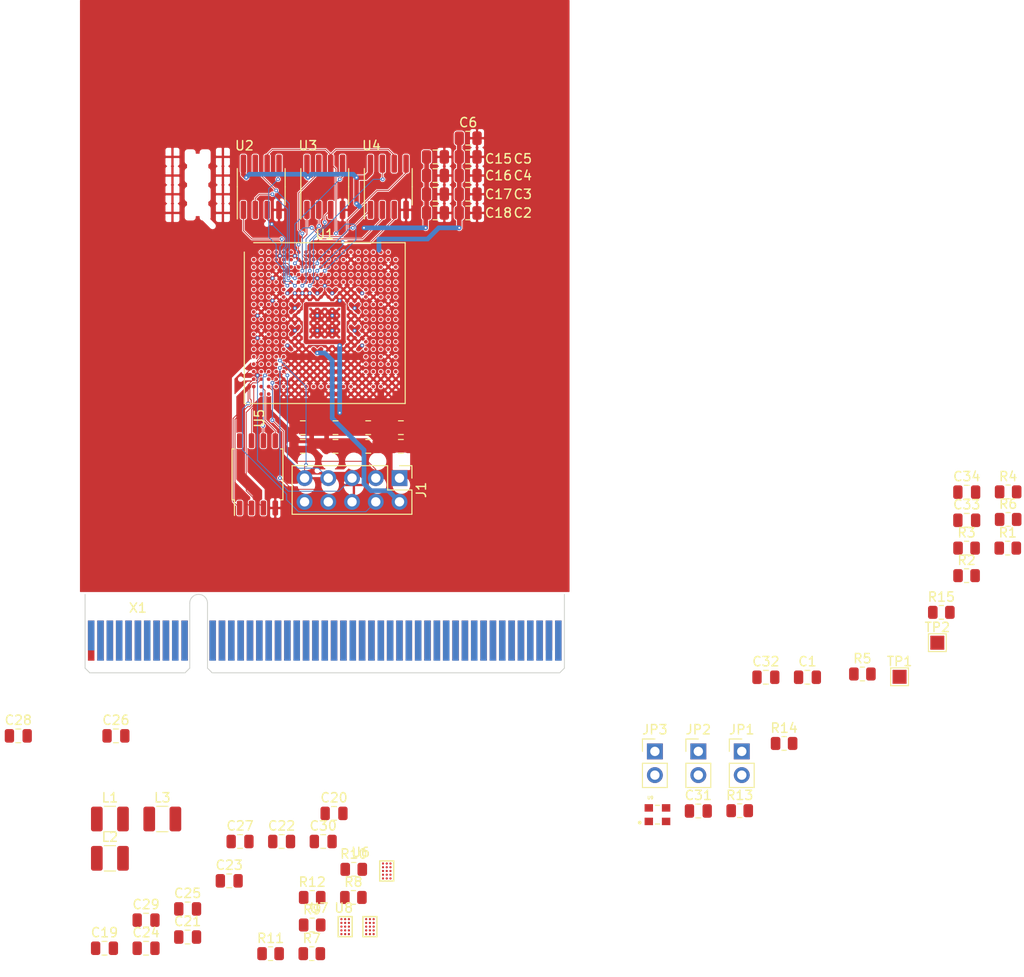
<source format=kicad_pcb>
(kicad_pcb (version 20171130) (host pcbnew 5.99.0+really5.1.10+dfsg1-1)

  (general
    (thickness 1.6)
    (drawings 0)
    (tracks 438)
    (zones 0)
    (modules 68)
    (nets 342)
  )

  (page A4)
  (layers
    (0 F.Cu signal)
    (1 In1.Cu signal)
    (2 In2.Cu signal)
    (31 B.Cu signal)
    (32 B.Adhes user)
    (33 F.Adhes user)
    (34 B.Paste user)
    (35 F.Paste user)
    (36 B.SilkS user)
    (37 F.SilkS user)
    (38 B.Mask user)
    (39 F.Mask user)
    (40 Dwgs.User user)
    (41 Cmts.User user)
    (42 Eco1.User user)
    (43 Eco2.User user)
    (44 Edge.Cuts user)
    (45 Margin user)
    (46 B.CrtYd user)
    (47 F.CrtYd user)
    (48 B.Fab user)
    (49 F.Fab user)
  )

  (setup
    (last_trace_width 0.09)
    (user_trace_width 0.09)
    (user_trace_width 0.5)
    (user_trace_width 1)
    (trace_clearance 0.09)
    (zone_clearance 0.09)
    (zone_45_only no)
    (trace_min 0.09)
    (via_size 0.4)
    (via_drill 0.2)
    (via_min_size 0.4)
    (via_min_drill 0.2)
    (user_via 0.4 0.2)
    (uvia_size 0.4)
    (uvia_drill 0.2)
    (uvias_allowed no)
    (uvia_min_size 0.2)
    (uvia_min_drill 0.1)
    (edge_width 0.05)
    (segment_width 0.2)
    (pcb_text_width 0.3)
    (pcb_text_size 1.5 1.5)
    (mod_edge_width 0.12)
    (mod_text_size 1 1)
    (mod_text_width 0.15)
    (pad_size 1.524 1.524)
    (pad_drill 0.762)
    (pad_to_mask_clearance 0)
    (aux_axis_origin 0 0)
    (visible_elements FFFFFF7F)
    (pcbplotparams
      (layerselection 0x010fc_ffffffff)
      (usegerberextensions false)
      (usegerberattributes true)
      (usegerberadvancedattributes true)
      (creategerberjobfile true)
      (excludeedgelayer true)
      (linewidth 0.100000)
      (plotframeref false)
      (viasonmask false)
      (mode 1)
      (useauxorigin false)
      (hpglpennumber 1)
      (hpglpenspeed 20)
      (hpglpendiameter 15.000000)
      (psnegative false)
      (psa4output false)
      (plotreference true)
      (plotvalue true)
      (plotinvisibletext false)
      (padsonsilk false)
      (subtractmaskfromsilk false)
      (outputformat 1)
      (mirror false)
      (drillshape 1)
      (scaleselection 1)
      (outputdirectory ""))
  )

  (net 0 "")
  (net 1 GND)
  (net 2 +1V8)
  (net 3 +2V5)
  (net 4 +1V1)
  (net 5 +BATT)
  (net 6 "Net-(C22-Pad2)")
  (net 7 "Net-(C23-Pad2)")
  (net 8 "Net-(C24-Pad2)")
  (net 9 VBUS)
  (net 10 /Sheet61CBBC02/PROGRAMN)
  (net 11 /Sheet61CBBC02/DEBUG_TX)
  (net 12 "Net-(J1-Pad7)")
  (net 13 "Net-(J1-Pad9)")
  (net 14 /Sheet61CBBC02/DEBUG_RX)
  (net 15 "Net-(J1-Pad8)")
  (net 16 "Net-(J1-Pad10)")
  (net 17 CLKA)
  (net 18 CLKB)
  (net 19 "Net-(L1-Pad1)")
  (net 20 "Net-(L1-Pad2)")
  (net 21 "Net-(L2-Pad1)")
  (net 22 "Net-(L2-Pad2)")
  (net 23 "Net-(L3-Pad2)")
  (net 24 "Net-(L3-Pad1)")
  (net 25 "Net-(R5-Pad2)")
  (net 26 "Net-(R6-Pad1)")
  (net 27 ID0)
  (net 28 ID1)
  (net 29 "Net-(TP1-Pad1)")
  (net 30 "Net-(TP2-Pad1)")
  (net 31 A2)
  (net 32 A3)
  (net 33 A4)
  (net 34 UP_R)
  (net 35 UP_L)
  (net 36 B1)
  (net 37 B2)
  (net 38 B4)
  (net 39 SC_L)
  (net 40 C1)
  (net 41 C2)
  (net 42 C3)
  (net 43 C4)
  (net 44 SC_R)
  (net 45 C18)
  (net 46 D1)
  (net 47 D2)
  (net 48 D3)
  (net 49 D17)
  (net 50 D18)
  (net 51 F1)
  (net 52 F2)
  (net 53 F3)
  (net 54 F4)
  (net 55 F16)
  (net 56 F17)
  (net 57 F18)
  (net 58 G1)
  (net 59 G3)
  (net 60 G16)
  (net 61 G18)
  (net 62 H1)
  (net 63 H2)
  (net 64 H3)
  (net 65 H4)
  (net 66 H16)
  (net 67 H17)
  (net 68 H18)
  (net 69 J1)
  (net 70 J3)
  (net 71 J16)
  (net 72 J17)
  (net 73 J18)
  (net 74 K1)
  (net 75 K2)
  (net 76 K3)
  (net 77 K4)
  (net 78 K16)
  (net 79 K17)
  (net 80 K18)
  (net 81 L1)
  (net 82 L3)
  (net 83 L4)
  (net 84 L16)
  (net 85 L18)
  (net 86 M1)
  (net 87 M3)
  (net 88 M17)
  (net 89 N1)
  (net 90 N2)
  (net 91 N3)
  (net 92 N4)
  (net 93 "Net-(U1-PadV2)")
  (net 94 "Net-(X1-PadA41)")
  (net 95 "Net-(X1-PadA40)")
  (net 96 "Net-(X1-PadA39)")
  (net 97 "Net-(X1-PadA38)")
  (net 98 "Net-(X1-PadA37)")
  (net 99 "Net-(X1-PadA36)")
  (net 100 "Net-(X1-PadA35)")
  (net 101 "Net-(X1-PadA34)")
  (net 102 "Net-(X1-PadA33)")
  (net 103 "Net-(X1-PadB49)")
  (net 104 "Net-(X1-PadB48)")
  (net 105 "Net-(X1-PadB47)")
  (net 106 "Net-(X1-PadB46)")
  (net 107 "Net-(X1-PadB45)")
  (net 108 "Net-(X1-PadB44)")
  (net 109 "Net-(X1-PadB43)")
  (net 110 "Net-(X1-PadB42)")
  (net 111 "Net-(X1-PadB41)")
  (net 112 "Net-(X1-PadB40)")
  (net 113 "Net-(X1-PadB39)")
  (net 114 "Net-(X1-PadB38)")
  (net 115 "Net-(X1-PadB37)")
  (net 116 "Net-(X1-PadB36)")
  (net 117 "Net-(X1-PadB35)")
  (net 118 "Net-(X1-PadB34)")
  (net 119 "Net-(X1-PadB33)")
  (net 120 "Net-(X1-PadA32)")
  (net 121 "Net-(X1-PadA31)")
  (net 122 "Net-(X1-PadA30)")
  (net 123 "Net-(X1-PadA29)")
  (net 124 "Net-(X1-PadA28)")
  (net 125 "Net-(X1-PadA27)")
  (net 126 "Net-(X1-PadA26)")
  (net 127 "Net-(X1-PadA25)")
  (net 128 "Net-(X1-PadA24)")
  (net 129 "Net-(X1-PadA23)")
  (net 130 "Net-(X1-PadA22)")
  (net 131 "Net-(X1-PadA21)")
  (net 132 "Net-(X1-PadA20)")
  (net 133 "Net-(X1-PadA19)")
  (net 134 "Net-(X1-PadB32)")
  (net 135 "Net-(X1-PadB31)")
  (net 136 "Net-(X1-PadB30)")
  (net 137 "Net-(X1-PadB29)")
  (net 138 "Net-(X1-PadB28)")
  (net 139 "Net-(X1-PadB27)")
  (net 140 "Net-(X1-PadB26)")
  (net 141 "Net-(X1-PadB25)")
  (net 142 "Net-(X1-PadB24)")
  (net 143 "Net-(X1-PadB23)")
  (net 144 "Net-(X1-PadB22)")
  (net 145 "Net-(X1-PadB21)")
  (net 146 "Net-(X1-PadB20)")
  (net 147 "Net-(X1-PadB19)")
  (net 148 "Net-(X1-PadB1)")
  (net 149 "Net-(X1-PadB2)")
  (net 150 "Net-(X1-PadB3)")
  (net 151 "Net-(X1-PadB4)")
  (net 152 "Net-(X1-PadB5)")
  (net 153 "Net-(X1-PadB6)")
  (net 154 "Net-(X1-PadB7)")
  (net 155 "Net-(X1-PadB8)")
  (net 156 "Net-(X1-PadB9)")
  (net 157 "Net-(X1-PadB10)")
  (net 158 "Net-(X1-PadB11)")
  (net 159 "Net-(X1-PadB14)")
  (net 160 "Net-(X1-PadB15)")
  (net 161 "Net-(X1-PadB16)")
  (net 162 "Net-(X1-PadB17)")
  (net 163 "Net-(X1-PadB18)")
  (net 164 "Net-(X1-PadB12)")
  (net 165 "Net-(X1-PadB13)")
  (net 166 "Net-(X1-PadA1)")
  (net 167 "Net-(X1-PadA2)")
  (net 168 "Net-(X1-PadA3)")
  (net 169 "Net-(X1-PadA4)")
  (net 170 "Net-(X1-PadA5)")
  (net 171 "Net-(X1-PadA6)")
  (net 172 "Net-(X1-PadA7)")
  (net 173 "Net-(X1-PadA8)")
  (net 174 "Net-(X1-PadA9)")
  (net 175 "Net-(X1-PadA10)")
  (net 176 "Net-(X1-PadA11)")
  (net 177 "Net-(X1-PadA14)")
  (net 178 "Net-(X1-PadA15)")
  (net 179 "Net-(X1-PadA16)")
  (net 180 "Net-(X1-PadA17)")
  (net 181 "Net-(X1-PadA18)")
  (net 182 "Net-(X1-PadA12)")
  (net 183 "Net-(X1-PadA13)")
  (net 184 "Net-(X1-PadA42)")
  (net 185 "Net-(X1-PadA43)")
  (net 186 "Net-(X1-PadA44)")
  (net 187 "Net-(X1-PadA45)")
  (net 188 "Net-(X1-PadA46)")
  (net 189 "Net-(X1-PadA47)")
  (net 190 "Net-(X1-PadA48)")
  (net 191 "Net-(X1-PadA49)")
  (net 192 "Net-(JP2-Pad2)")
  (net 193 "Net-(U1-PadY2)")
  (net 194 "Net-(U1-PadW18)")
  (net 195 "Net-(U1-PadW17)")
  (net 196 "Net-(U1-PadW14)")
  (net 197 "Net-(U1-PadW13)")
  (net 198 "Net-(U1-PadW11)")
  (net 199 "Net-(U1-PadW10)")
  (net 200 "Net-(U1-PadW9)")
  (net 201 "Net-(U1-PadW8)")
  (net 202 "Net-(U1-PadW5)")
  (net 203 "Net-(U1-PadW4)")
  (net 204 "Net-(U1-PadW2)")
  (net 205 "Net-(U1-PadW1)")
  (net 206 U20)
  (net 207 U19)
  (net 208 U18)
  (net 209 U17)
  (net 210 U16)
  (net 211 "Net-(U1-PadU3)")
  (net 212 "Net-(U1-PadU2)")
  (net 213 T20)
  (net 214 T19)
  (net 215 T18)
  (net 216 T17)
  (net 217 T16)
  (net 218 "Net-(U1-PadT3)")
  (net 219 "Net-(U1-PadT2)")
  (net 220 "Net-(U1-PadT1)")
  (net 221 R20)
  (net 222 R18)
  (net 223 R17)
  (net 224 R16)
  (net 225 "Net-(U1-PadR3)")
  (net 226 "Net-(U1-PadR2)")
  (net 227 "Net-(U1-PadR1)")
  (net 228 P20)
  (net 229 P19)
  (net 230 P18)
  (net 231 P17)
  (net 232 P16)
  (net 233 P5)
  (net 234 P4)
  (net 235 P3)
  (net 236 P2)
  (net 237 P1)
  (net 238 N20)
  (net 239 N19)
  (net 240 N18)
  (net 241 N17)
  (net 242 N16)
  (net 243 N5)
  (net 244 M20)
  (net 245 M19)
  (net 246 M18)
  (net 247 M5)
  (net 248 M4)
  (net 249 L20)
  (net 250 L19)
  (net 251 L17)
  (net 252 L5)
  (net 253 L2)
  (net 254 K20)
  (net 255 K19)
  (net 256 K5)
  (net 257 J20)
  (net 258 J19)
  (net 259 J5)
  (net 260 J4)
  (net 261 H20)
  (net 262 H5)
  (net 263 G20)
  (net 264 G19)
  (net 265 G5)
  (net 266 G2)
  (net 267 F20)
  (net 268 F19)
  (net 269 F5)
  (net 270 E20)
  (net 271 E19)
  (net 272 E18)
  (net 273 E17)
  (net 274 E16)
  (net 275 E15)
  (net 276 E14)
  (net 277 E13)
  (net 278 "Net-(U1-PadE10)")
  (net 279 "Net-(U1-PadE9)")
  (net 280 "Net-(U1-PadE8)")
  (net 281 "Net-(U1-PadE7)")
  (net 282 "Net-(U1-PadE6)")
  (net 283 E5)
  (net 284 E4)
  (net 285 E3)
  (net 286 E2)
  (net 287 E1)
  (net 288 D20)
  (net 289 D19)
  (net 290 D16)
  (net 291 D15)
  (net 292 D14)
  (net 293 D13)
  (net 294 "Net-(U1-PadD10)")
  (net 295 "Net-(U1-PadD9)")
  (net 296 "Net-(U1-PadD8)")
  (net 297 "Net-(U1-PadD7)")
  (net 298 "Net-(U1-PadD6)")
  (net 299 D5)
  (net 300 C20)
  (net 301 C17)
  (net 302 C16)
  (net 303 C15)
  (net 304 C14)
  (net 305 C13)
  (net 306 "Net-(U1-PadC11)")
  (net 307 "Net-(U1-PadC10)")
  (net 308 "Net-(U1-PadC9)")
  (net 309 "Net-(U1-PadC8)")
  (net 310 "Net-(U1-PadC7)")
  (net 311 "Net-(U1-PadC6)")
  (net 312 C5)
  (net 313 B20)
  (net 314 B19)
  (net 315 B18)
  (net 316 B17)
  (net 317 B16)
  (net 318 B15)
  (net 319 B13)
  (net 320 "Net-(U1-PadB11)")
  (net 321 "Net-(U1-PadB10)")
  (net 322 "Net-(U1-PadB9)")
  (net 323 "Net-(U1-PadB8)")
  (net 324 "Net-(U1-PadB6)")
  (net 325 B5)
  (net 326 B3)
  (net 327 A19)
  (net 328 A18)
  (net 329 A17)
  (net 330 A16)
  (net 331 A15)
  (net 332 A14)
  (net 333 A13)
  (net 334 A12)
  (net 335 "Net-(U1-PadA11)")
  (net 336 "Net-(U1-PadA10)")
  (net 337 "Net-(U1-PadA9)")
  (net 338 "Net-(U1-PadA8)")
  (net 339 "Net-(U1-PadA7)")
  (net 340 "Net-(U1-PadA6)")
  (net 341 A5)

  (net_class Default "This is the default net class."
    (clearance 0.09)
    (trace_width 0.09)
    (via_dia 0.4)
    (via_drill 0.2)
    (uvia_dia 0.4)
    (uvia_drill 0.2)
    (add_net /Sheet61CBBC02/DEBUG_RX)
    (add_net /Sheet61CBBC02/DEBUG_TX)
    (add_net /Sheet61CBBC02/PROGRAMN)
    (add_net A12)
    (add_net A13)
    (add_net A14)
    (add_net A15)
    (add_net A16)
    (add_net A17)
    (add_net A18)
    (add_net A19)
    (add_net A2)
    (add_net A3)
    (add_net A4)
    (add_net A5)
    (add_net B1)
    (add_net B13)
    (add_net B15)
    (add_net B16)
    (add_net B17)
    (add_net B18)
    (add_net B19)
    (add_net B2)
    (add_net B20)
    (add_net B3)
    (add_net B4)
    (add_net B5)
    (add_net C1)
    (add_net C13)
    (add_net C14)
    (add_net C15)
    (add_net C16)
    (add_net C17)
    (add_net C18)
    (add_net C2)
    (add_net C20)
    (add_net C3)
    (add_net C4)
    (add_net C5)
    (add_net CLKA)
    (add_net CLKB)
    (add_net D1)
    (add_net D13)
    (add_net D14)
    (add_net D15)
    (add_net D16)
    (add_net D17)
    (add_net D18)
    (add_net D19)
    (add_net D2)
    (add_net D20)
    (add_net D3)
    (add_net D5)
    (add_net E1)
    (add_net E13)
    (add_net E14)
    (add_net E15)
    (add_net E16)
    (add_net E17)
    (add_net E18)
    (add_net E19)
    (add_net E2)
    (add_net E20)
    (add_net E3)
    (add_net E4)
    (add_net E5)
    (add_net F1)
    (add_net F16)
    (add_net F17)
    (add_net F18)
    (add_net F19)
    (add_net F2)
    (add_net F20)
    (add_net F3)
    (add_net F4)
    (add_net F5)
    (add_net G1)
    (add_net G16)
    (add_net G18)
    (add_net G19)
    (add_net G2)
    (add_net G20)
    (add_net G3)
    (add_net G5)
    (add_net GND)
    (add_net H1)
    (add_net H16)
    (add_net H17)
    (add_net H18)
    (add_net H2)
    (add_net H20)
    (add_net H3)
    (add_net H4)
    (add_net H5)
    (add_net ID0)
    (add_net ID1)
    (add_net J1)
    (add_net J16)
    (add_net J17)
    (add_net J18)
    (add_net J19)
    (add_net J20)
    (add_net J3)
    (add_net J4)
    (add_net J5)
    (add_net K1)
    (add_net K16)
    (add_net K17)
    (add_net K18)
    (add_net K19)
    (add_net K2)
    (add_net K20)
    (add_net K3)
    (add_net K4)
    (add_net K5)
    (add_net L1)
    (add_net L16)
    (add_net L17)
    (add_net L18)
    (add_net L19)
    (add_net L2)
    (add_net L20)
    (add_net L3)
    (add_net L4)
    (add_net L5)
    (add_net M1)
    (add_net M17)
    (add_net M18)
    (add_net M19)
    (add_net M20)
    (add_net M3)
    (add_net M4)
    (add_net M5)
    (add_net N1)
    (add_net N16)
    (add_net N17)
    (add_net N18)
    (add_net N19)
    (add_net N2)
    (add_net N20)
    (add_net N3)
    (add_net N4)
    (add_net N5)
    (add_net "Net-(C22-Pad2)")
    (add_net "Net-(C23-Pad2)")
    (add_net "Net-(C24-Pad2)")
    (add_net "Net-(J1-Pad10)")
    (add_net "Net-(J1-Pad7)")
    (add_net "Net-(J1-Pad8)")
    (add_net "Net-(J1-Pad9)")
    (add_net "Net-(JP2-Pad2)")
    (add_net "Net-(L1-Pad1)")
    (add_net "Net-(L1-Pad2)")
    (add_net "Net-(L2-Pad1)")
    (add_net "Net-(L2-Pad2)")
    (add_net "Net-(L3-Pad1)")
    (add_net "Net-(L3-Pad2)")
    (add_net "Net-(R5-Pad2)")
    (add_net "Net-(R6-Pad1)")
    (add_net "Net-(TP1-Pad1)")
    (add_net "Net-(TP2-Pad1)")
    (add_net "Net-(U1-PadA10)")
    (add_net "Net-(U1-PadA11)")
    (add_net "Net-(U1-PadA6)")
    (add_net "Net-(U1-PadA7)")
    (add_net "Net-(U1-PadA8)")
    (add_net "Net-(U1-PadA9)")
    (add_net "Net-(U1-PadB10)")
    (add_net "Net-(U1-PadB11)")
    (add_net "Net-(U1-PadB6)")
    (add_net "Net-(U1-PadB8)")
    (add_net "Net-(U1-PadB9)")
    (add_net "Net-(U1-PadC10)")
    (add_net "Net-(U1-PadC11)")
    (add_net "Net-(U1-PadC6)")
    (add_net "Net-(U1-PadC7)")
    (add_net "Net-(U1-PadC8)")
    (add_net "Net-(U1-PadC9)")
    (add_net "Net-(U1-PadD10)")
    (add_net "Net-(U1-PadD6)")
    (add_net "Net-(U1-PadD7)")
    (add_net "Net-(U1-PadD8)")
    (add_net "Net-(U1-PadD9)")
    (add_net "Net-(U1-PadE10)")
    (add_net "Net-(U1-PadE6)")
    (add_net "Net-(U1-PadE7)")
    (add_net "Net-(U1-PadE8)")
    (add_net "Net-(U1-PadE9)")
    (add_net "Net-(U1-PadR1)")
    (add_net "Net-(U1-PadR2)")
    (add_net "Net-(U1-PadR3)")
    (add_net "Net-(U1-PadT1)")
    (add_net "Net-(U1-PadT2)")
    (add_net "Net-(U1-PadT3)")
    (add_net "Net-(U1-PadU2)")
    (add_net "Net-(U1-PadU3)")
    (add_net "Net-(U1-PadV2)")
    (add_net "Net-(U1-PadW1)")
    (add_net "Net-(U1-PadW10)")
    (add_net "Net-(U1-PadW11)")
    (add_net "Net-(U1-PadW13)")
    (add_net "Net-(U1-PadW14)")
    (add_net "Net-(U1-PadW17)")
    (add_net "Net-(U1-PadW18)")
    (add_net "Net-(U1-PadW2)")
    (add_net "Net-(U1-PadW4)")
    (add_net "Net-(U1-PadW5)")
    (add_net "Net-(U1-PadW8)")
    (add_net "Net-(U1-PadW9)")
    (add_net "Net-(U1-PadY2)")
    (add_net "Net-(X1-PadA1)")
    (add_net "Net-(X1-PadA10)")
    (add_net "Net-(X1-PadA11)")
    (add_net "Net-(X1-PadA12)")
    (add_net "Net-(X1-PadA13)")
    (add_net "Net-(X1-PadA14)")
    (add_net "Net-(X1-PadA15)")
    (add_net "Net-(X1-PadA16)")
    (add_net "Net-(X1-PadA17)")
    (add_net "Net-(X1-PadA18)")
    (add_net "Net-(X1-PadA19)")
    (add_net "Net-(X1-PadA2)")
    (add_net "Net-(X1-PadA20)")
    (add_net "Net-(X1-PadA21)")
    (add_net "Net-(X1-PadA22)")
    (add_net "Net-(X1-PadA23)")
    (add_net "Net-(X1-PadA24)")
    (add_net "Net-(X1-PadA25)")
    (add_net "Net-(X1-PadA26)")
    (add_net "Net-(X1-PadA27)")
    (add_net "Net-(X1-PadA28)")
    (add_net "Net-(X1-PadA29)")
    (add_net "Net-(X1-PadA3)")
    (add_net "Net-(X1-PadA30)")
    (add_net "Net-(X1-PadA31)")
    (add_net "Net-(X1-PadA32)")
    (add_net "Net-(X1-PadA33)")
    (add_net "Net-(X1-PadA34)")
    (add_net "Net-(X1-PadA35)")
    (add_net "Net-(X1-PadA36)")
    (add_net "Net-(X1-PadA37)")
    (add_net "Net-(X1-PadA38)")
    (add_net "Net-(X1-PadA39)")
    (add_net "Net-(X1-PadA4)")
    (add_net "Net-(X1-PadA40)")
    (add_net "Net-(X1-PadA41)")
    (add_net "Net-(X1-PadA42)")
    (add_net "Net-(X1-PadA43)")
    (add_net "Net-(X1-PadA44)")
    (add_net "Net-(X1-PadA45)")
    (add_net "Net-(X1-PadA46)")
    (add_net "Net-(X1-PadA47)")
    (add_net "Net-(X1-PadA48)")
    (add_net "Net-(X1-PadA49)")
    (add_net "Net-(X1-PadA5)")
    (add_net "Net-(X1-PadA6)")
    (add_net "Net-(X1-PadA7)")
    (add_net "Net-(X1-PadA8)")
    (add_net "Net-(X1-PadA9)")
    (add_net "Net-(X1-PadB1)")
    (add_net "Net-(X1-PadB10)")
    (add_net "Net-(X1-PadB11)")
    (add_net "Net-(X1-PadB12)")
    (add_net "Net-(X1-PadB13)")
    (add_net "Net-(X1-PadB14)")
    (add_net "Net-(X1-PadB15)")
    (add_net "Net-(X1-PadB16)")
    (add_net "Net-(X1-PadB17)")
    (add_net "Net-(X1-PadB18)")
    (add_net "Net-(X1-PadB19)")
    (add_net "Net-(X1-PadB2)")
    (add_net "Net-(X1-PadB20)")
    (add_net "Net-(X1-PadB21)")
    (add_net "Net-(X1-PadB22)")
    (add_net "Net-(X1-PadB23)")
    (add_net "Net-(X1-PadB24)")
    (add_net "Net-(X1-PadB25)")
    (add_net "Net-(X1-PadB26)")
    (add_net "Net-(X1-PadB27)")
    (add_net "Net-(X1-PadB28)")
    (add_net "Net-(X1-PadB29)")
    (add_net "Net-(X1-PadB3)")
    (add_net "Net-(X1-PadB30)")
    (add_net "Net-(X1-PadB31)")
    (add_net "Net-(X1-PadB32)")
    (add_net "Net-(X1-PadB33)")
    (add_net "Net-(X1-PadB34)")
    (add_net "Net-(X1-PadB35)")
    (add_net "Net-(X1-PadB36)")
    (add_net "Net-(X1-PadB37)")
    (add_net "Net-(X1-PadB38)")
    (add_net "Net-(X1-PadB39)")
    (add_net "Net-(X1-PadB4)")
    (add_net "Net-(X1-PadB40)")
    (add_net "Net-(X1-PadB41)")
    (add_net "Net-(X1-PadB42)")
    (add_net "Net-(X1-PadB43)")
    (add_net "Net-(X1-PadB44)")
    (add_net "Net-(X1-PadB45)")
    (add_net "Net-(X1-PadB46)")
    (add_net "Net-(X1-PadB47)")
    (add_net "Net-(X1-PadB48)")
    (add_net "Net-(X1-PadB49)")
    (add_net "Net-(X1-PadB5)")
    (add_net "Net-(X1-PadB6)")
    (add_net "Net-(X1-PadB7)")
    (add_net "Net-(X1-PadB8)")
    (add_net "Net-(X1-PadB9)")
    (add_net P1)
    (add_net P16)
    (add_net P17)
    (add_net P18)
    (add_net P19)
    (add_net P2)
    (add_net P20)
    (add_net P3)
    (add_net P4)
    (add_net P5)
    (add_net R16)
    (add_net R17)
    (add_net R18)
    (add_net R20)
    (add_net SC_L)
    (add_net SC_R)
    (add_net T16)
    (add_net T17)
    (add_net T18)
    (add_net T19)
    (add_net T20)
    (add_net U16)
    (add_net U17)
    (add_net U18)
    (add_net U19)
    (add_net U20)
    (add_net UP_L)
    (add_net UP_R)
    (add_net VBUS)
  )

  (net_class Power ""
    (clearance 0.09)
    (trace_width 1)
    (via_dia 0.4)
    (via_drill 0.2)
    (uvia_dia 0.4)
    (uvia_drill 0.2)
    (add_net +1V1)
    (add_net +1V8)
    (add_net +2V5)
    (add_net +BATT)
  )

  (module Package_SO:SOIC-8_3.9x4.9mm_P1.27mm (layer F.Cu) (tedit 5D9F72B1) (tstamp 613AA7E9)
    (at 134 59.8 90)
    (descr "SOIC, 8 Pin (JEDEC MS-012AA, https://www.analog.com/media/en/package-pcb-resources/package/pkg_pdf/soic_narrow-r/r_8.pdf), generated with kicad-footprint-generator ipc_gullwing_generator.py")
    (tags "SOIC SO")
    (path /61CBBC03/621387B0)
    (attr smd)
    (fp_text reference U2 (at 4.4 -1.8 180) (layer F.SilkS)
      (effects (font (size 1 1) (thickness 0.15)))
    )
    (fp_text value W25Q128JVS (at 11.2 -2.6 90) (layer F.Fab) hide
      (effects (font (size 1 1) (thickness 0.15)))
    )
    (fp_line (start 3.7 -2.7) (end -3.7 -2.7) (layer F.CrtYd) (width 0.05))
    (fp_line (start 3.7 2.7) (end 3.7 -2.7) (layer F.CrtYd) (width 0.05))
    (fp_line (start -3.7 2.7) (end 3.7 2.7) (layer F.CrtYd) (width 0.05))
    (fp_line (start -3.7 -2.7) (end -3.7 2.7) (layer F.CrtYd) (width 0.05))
    (fp_line (start -1.95 -1.475) (end -0.975 -2.45) (layer F.Fab) (width 0.1))
    (fp_line (start -1.95 2.45) (end -1.95 -1.475) (layer F.Fab) (width 0.1))
    (fp_line (start 1.95 2.45) (end -1.95 2.45) (layer F.Fab) (width 0.1))
    (fp_line (start 1.95 -2.45) (end 1.95 2.45) (layer F.Fab) (width 0.1))
    (fp_line (start -0.975 -2.45) (end 1.95 -2.45) (layer F.Fab) (width 0.1))
    (fp_line (start 0 -2.56) (end -3.45 -2.56) (layer F.SilkS) (width 0.12))
    (fp_line (start 0 -2.56) (end 1.95 -2.56) (layer F.SilkS) (width 0.12))
    (fp_line (start 0 2.56) (end -1.95 2.56) (layer F.SilkS) (width 0.12))
    (fp_line (start 0 2.56) (end 1.95 2.56) (layer F.SilkS) (width 0.12))
    (fp_text user %R (at 0 0 90) (layer F.Fab)
      (effects (font (size 0.98 0.98) (thickness 0.15)))
    )
    (pad 8 smd roundrect (at 2.475 -1.905 90) (size 1.95 0.6) (layers F.Cu F.Paste F.Mask) (roundrect_rratio 0.25)
      (net 2 +1V8))
    (pad 7 smd roundrect (at 2.475 -0.635 90) (size 1.95 0.6) (layers F.Cu F.Paste F.Mask) (roundrect_rratio 0.25)
      (net 297 "Net-(U1-PadD7)"))
    (pad 6 smd roundrect (at 2.475 0.635 90) (size 1.95 0.6) (layers F.Cu F.Paste F.Mask) (roundrect_rratio 0.25)
      (net 294 "Net-(U1-PadD10)"))
    (pad 5 smd roundrect (at 2.475 1.905 90) (size 1.95 0.6) (layers F.Cu F.Paste F.Mask) (roundrect_rratio 0.25)
      (net 282 "Net-(U1-PadE6)"))
    (pad 4 smd roundrect (at -2.475 1.905 90) (size 1.95 0.6) (layers F.Cu F.Paste F.Mask) (roundrect_rratio 0.25)
      (net 1 GND))
    (pad 3 smd roundrect (at -2.475 0.635 90) (size 1.95 0.6) (layers F.Cu F.Paste F.Mask) (roundrect_rratio 0.25)
      (net 281 "Net-(U1-PadE7)"))
    (pad 2 smd roundrect (at -2.475 -0.635 90) (size 1.95 0.6) (layers F.Cu F.Paste F.Mask) (roundrect_rratio 0.25)
      (net 298 "Net-(U1-PadD6)"))
    (pad 1 smd roundrect (at -2.475 -1.905 90) (size 1.95 0.6) (layers F.Cu F.Paste F.Mask) (roundrect_rratio 0.25)
      (net 311 "Net-(U1-PadC6)"))
    (model ${KISYS3DMOD}/Package_SO.3dshapes/SOIC-8_3.9x4.9mm_P1.27mm.wrl
      (at (xyz 0 0 0))
      (scale (xyz 1 1 1))
      (rotate (xyz 0 0 0))
    )
  )

  (module Package_SO:SOIC-8_3.9x4.9mm_P1.27mm (layer F.Cu) (tedit 5D9F72B1) (tstamp 613AA43B)
    (at 140.8 59.8 90)
    (descr "SOIC, 8 Pin (JEDEC MS-012AA, https://www.analog.com/media/en/package-pcb-resources/package/pkg_pdf/soic_narrow-r/r_8.pdf), generated with kicad-footprint-generator ipc_gullwing_generator.py")
    (tags "SOIC SO")
    (path /61CBBC03/62137E0C)
    (attr smd)
    (fp_text reference U3 (at 4.4 -1.8 180) (layer F.SilkS)
      (effects (font (size 1 1) (thickness 0.15)))
    )
    (fp_text value W25Q128JVS (at 10.6 -1.8 90) (layer F.Fab) hide
      (effects (font (size 1 1) (thickness 0.15)))
    )
    (fp_line (start 0 2.56) (end 1.95 2.56) (layer F.SilkS) (width 0.12))
    (fp_line (start 0 2.56) (end -1.95 2.56) (layer F.SilkS) (width 0.12))
    (fp_line (start 0 -2.56) (end 1.95 -2.56) (layer F.SilkS) (width 0.12))
    (fp_line (start 0 -2.56) (end -3.45 -2.56) (layer F.SilkS) (width 0.12))
    (fp_line (start -0.975 -2.45) (end 1.95 -2.45) (layer F.Fab) (width 0.1))
    (fp_line (start 1.95 -2.45) (end 1.95 2.45) (layer F.Fab) (width 0.1))
    (fp_line (start 1.95 2.45) (end -1.95 2.45) (layer F.Fab) (width 0.1))
    (fp_line (start -1.95 2.45) (end -1.95 -1.475) (layer F.Fab) (width 0.1))
    (fp_line (start -1.95 -1.475) (end -0.975 -2.45) (layer F.Fab) (width 0.1))
    (fp_line (start -3.7 -2.7) (end -3.7 2.7) (layer F.CrtYd) (width 0.05))
    (fp_line (start -3.7 2.7) (end 3.7 2.7) (layer F.CrtYd) (width 0.05))
    (fp_line (start 3.7 2.7) (end 3.7 -2.7) (layer F.CrtYd) (width 0.05))
    (fp_line (start 3.7 -2.7) (end -3.7 -2.7) (layer F.CrtYd) (width 0.05))
    (fp_text user %R (at 0 0 90) (layer F.Fab)
      (effects (font (size 0.98 0.98) (thickness 0.15)))
    )
    (pad 1 smd roundrect (at -2.475 -1.905 90) (size 1.95 0.6) (layers F.Cu F.Paste F.Mask) (roundrect_rratio 0.25)
      (net 323 "Net-(U1-PadB8)"))
    (pad 2 smd roundrect (at -2.475 -0.635 90) (size 1.95 0.6) (layers F.Cu F.Paste F.Mask) (roundrect_rratio 0.25)
      (net 280 "Net-(U1-PadE8)"))
    (pad 3 smd roundrect (at -2.475 0.635 90) (size 1.95 0.6) (layers F.Cu F.Paste F.Mask) (roundrect_rratio 0.25)
      (net 296 "Net-(U1-PadD8)"))
    (pad 4 smd roundrect (at -2.475 1.905 90) (size 1.95 0.6) (layers F.Cu F.Paste F.Mask) (roundrect_rratio 0.25)
      (net 1 GND))
    (pad 5 smd roundrect (at 2.475 1.905 90) (size 1.95 0.6) (layers F.Cu F.Paste F.Mask) (roundrect_rratio 0.25)
      (net 310 "Net-(U1-PadC7)"))
    (pad 6 smd roundrect (at 2.475 0.635 90) (size 1.95 0.6) (layers F.Cu F.Paste F.Mask) (roundrect_rratio 0.25)
      (net 294 "Net-(U1-PadD10)"))
    (pad 7 smd roundrect (at 2.475 -0.635 90) (size 1.95 0.6) (layers F.Cu F.Paste F.Mask) (roundrect_rratio 0.25)
      (net 309 "Net-(U1-PadC8)"))
    (pad 8 smd roundrect (at 2.475 -1.905 90) (size 1.95 0.6) (layers F.Cu F.Paste F.Mask) (roundrect_rratio 0.25)
      (net 2 +1V8))
    (model ${KISYS3DMOD}/Package_SO.3dshapes/SOIC-8_3.9x4.9mm_P1.27mm.wrl
      (at (xyz 0 0 0))
      (scale (xyz 1 1 1))
      (rotate (xyz 0 0 0))
    )
  )

  (module Package_SO:SOIC-8_3.9x4.9mm_P1.27mm (layer F.Cu) (tedit 5D9F72B1) (tstamp 613AA69F)
    (at 147.6 59.8 90)
    (descr "SOIC, 8 Pin (JEDEC MS-012AA, https://www.analog.com/media/en/package-pcb-resources/package/pkg_pdf/soic_narrow-r/r_8.pdf), generated with kicad-footprint-generator ipc_gullwing_generator.py")
    (tags "SOIC SO")
    (path /61CBBC03/62138FF3)
    (attr smd)
    (fp_text reference U4 (at 4.4 -1.8 180) (layer F.SilkS)
      (effects (font (size 1 1) (thickness 0.15)))
    )
    (fp_text value W25Q128JVS (at 10.8 -1 90) (layer F.Fab) hide
      (effects (font (size 1 1) (thickness 0.15)))
    )
    (fp_line (start 0 2.56) (end 1.95 2.56) (layer F.SilkS) (width 0.12))
    (fp_line (start 0 2.56) (end -1.95 2.56) (layer F.SilkS) (width 0.12))
    (fp_line (start 0 -2.56) (end 1.95 -2.56) (layer F.SilkS) (width 0.12))
    (fp_line (start 0 -2.56) (end -3.45 -2.56) (layer F.SilkS) (width 0.12))
    (fp_line (start -0.975 -2.45) (end 1.95 -2.45) (layer F.Fab) (width 0.1))
    (fp_line (start 1.95 -2.45) (end 1.95 2.45) (layer F.Fab) (width 0.1))
    (fp_line (start 1.95 2.45) (end -1.95 2.45) (layer F.Fab) (width 0.1))
    (fp_line (start -1.95 2.45) (end -1.95 -1.475) (layer F.Fab) (width 0.1))
    (fp_line (start -1.95 -1.475) (end -0.975 -2.45) (layer F.Fab) (width 0.1))
    (fp_line (start -3.7 -2.7) (end -3.7 2.7) (layer F.CrtYd) (width 0.05))
    (fp_line (start -3.7 2.7) (end 3.7 2.7) (layer F.CrtYd) (width 0.05))
    (fp_line (start 3.7 2.7) (end 3.7 -2.7) (layer F.CrtYd) (width 0.05))
    (fp_line (start 3.7 -2.7) (end -3.7 -2.7) (layer F.CrtYd) (width 0.05))
    (fp_text user %R (at 0 0 90) (layer F.Fab)
      (effects (font (size 0.98 0.98) (thickness 0.15)))
    )
    (pad 1 smd roundrect (at -2.475 -1.905 90) (size 1.95 0.6) (layers F.Cu F.Paste F.Mask) (roundrect_rratio 0.25)
      (net 308 "Net-(U1-PadC9)"))
    (pad 2 smd roundrect (at -2.475 -0.635 90) (size 1.95 0.6) (layers F.Cu F.Paste F.Mask) (roundrect_rratio 0.25)
      (net 338 "Net-(U1-PadA8)"))
    (pad 3 smd roundrect (at -2.475 0.635 90) (size 1.95 0.6) (layers F.Cu F.Paste F.Mask) (roundrect_rratio 0.25)
      (net 295 "Net-(U1-PadD9)"))
    (pad 4 smd roundrect (at -2.475 1.905 90) (size 1.95 0.6) (layers F.Cu F.Paste F.Mask) (roundrect_rratio 0.25)
      (net 1 GND))
    (pad 5 smd roundrect (at 2.475 1.905 90) (size 1.95 0.6) (layers F.Cu F.Paste F.Mask) (roundrect_rratio 0.25)
      (net 339 "Net-(U1-PadA7)"))
    (pad 6 smd roundrect (at 2.475 0.635 90) (size 1.95 0.6) (layers F.Cu F.Paste F.Mask) (roundrect_rratio 0.25)
      (net 294 "Net-(U1-PadD10)"))
    (pad 7 smd roundrect (at 2.475 -0.635 90) (size 1.95 0.6) (layers F.Cu F.Paste F.Mask) (roundrect_rratio 0.25)
      (net 279 "Net-(U1-PadE9)"))
    (pad 8 smd roundrect (at 2.475 -1.905 90) (size 1.95 0.6) (layers F.Cu F.Paste F.Mask) (roundrect_rratio 0.25)
      (net 2 +1V8))
    (model ${KISYS3DMOD}/Package_SO.3dshapes/SOIC-8_3.9x4.9mm_P1.27mm.wrl
      (at (xyz 0 0 0))
      (scale (xyz 1 1 1))
      (rotate (xyz 0 0 0))
    )
  )

  (module Package_BGA:Lattice_caBGA-381_17.0x17.0mm_Layout20x20_P0.8mm_Ball0.4mm_Pad0.4mm_NSMD (layer F.Cu) (tedit 5C207E9C) (tstamp 613A880B)
    (at 140.8 74.4)
    (descr "Lattice caBGA-381 footprint for ECP5 FPGAs, based on http://www.latticesemi.com/view_document?document_id=213")
    (tags "BGA 381 0.8")
    (path /61CBBC03/61416C05)
    (solder_mask_margin 0.075)
    (attr smd)
    (fp_text reference U1 (at 0 -9.5) (layer F.SilkS)
      (effects (font (size 1 1) (thickness 0.15)))
    )
    (fp_text value ECP5U_85_CABGA381 (at 0 9.5) (layer F.Fab)
      (effects (font (size 1 1) (thickness 0.15)))
    )
    (fp_text user %R (at 0 0) (layer F.Fab)
      (effects (font (size 1 1) (thickness 0.15)))
    )
    (fp_line (start 8.5 8.5) (end -8.5 8.5) (layer F.Fab) (width 0.1))
    (fp_line (start -8.5 8.5) (end -8.5 -7.5) (layer F.Fab) (width 0.1))
    (fp_line (start -8.5 -7.5) (end -7.5 -8.5) (layer F.Fab) (width 0.1))
    (fp_line (start -7.5 -8.5) (end 8.5 -8.5) (layer F.Fab) (width 0.1))
    (fp_line (start 8.5 -8.5) (end 8.5 8.5) (layer F.Fab) (width 0.1))
    (fp_line (start -9.5 -9.5) (end -9.5 9.5) (layer F.CrtYd) (width 0.05))
    (fp_line (start -9.5 9.5) (end 9.5 9.5) (layer F.CrtYd) (width 0.05))
    (fp_line (start 9.5 9.5) (end 9.5 -9.5) (layer F.CrtYd) (width 0.05))
    (fp_line (start 9.5 -9.5) (end -9.5 -9.5) (layer F.CrtYd) (width 0.05))
    (fp_line (start -7.61 -8.61) (end 8.61 -8.61) (layer F.SilkS) (width 0.12))
    (fp_line (start 8.61 -8.61) (end 8.61 8.61) (layer F.SilkS) (width 0.12))
    (fp_line (start 8.61 8.61) (end -8.61 8.61) (layer F.SilkS) (width 0.12))
    (fp_line (start -8.61 8.61) (end -8.61 -7.61) (layer F.SilkS) (width 0.12))
    (pad Y19 smd circle (at 6.8 7.6) (size 0.4 0.4) (layers F.Cu F.Paste F.Mask)
      (net 1 GND))
    (pad Y17 smd circle (at 5.2 7.6) (size 0.4 0.4) (layers F.Cu F.Paste F.Mask)
      (net 1 GND))
    (pad Y16 smd circle (at 4.4 7.6) (size 0.4 0.4) (layers F.Cu F.Paste F.Mask)
      (net 1 GND))
    (pad Y15 smd circle (at 3.6 7.6) (size 0.4 0.4) (layers F.Cu F.Paste F.Mask)
      (net 1 GND))
    (pad Y14 smd circle (at 2.8 7.6) (size 0.4 0.4) (layers F.Cu F.Paste F.Mask)
      (net 1 GND))
    (pad Y12 smd circle (at 1.2 7.6) (size 0.4 0.4) (layers F.Cu F.Paste F.Mask)
      (net 1 GND))
    (pad Y11 smd circle (at 0.4 7.6) (size 0.4 0.4) (layers F.Cu F.Paste F.Mask)
      (net 1 GND))
    (pad Y8 smd circle (at -2 7.6) (size 0.4 0.4) (layers F.Cu F.Paste F.Mask)
      (net 1 GND))
    (pad Y7 smd circle (at -2.8 7.6) (size 0.4 0.4) (layers F.Cu F.Paste F.Mask)
      (net 1 GND))
    (pad Y6 smd circle (at -3.6 7.6) (size 0.4 0.4) (layers F.Cu F.Paste F.Mask)
      (net 1 GND))
    (pad Y5 smd circle (at -4.4 7.6) (size 0.4 0.4) (layers F.Cu F.Paste F.Mask)
      (net 1 GND))
    (pad Y3 smd circle (at -6 7.6) (size 0.4 0.4) (layers F.Cu F.Paste F.Mask)
      (net 29 "Net-(TP1-Pad1)"))
    (pad Y2 smd circle (at -6.8 7.6) (size 0.4 0.4) (layers F.Cu F.Paste F.Mask)
      (net 193 "Net-(U1-PadY2)"))
    (pad W20 smd circle (at 7.6 6.8) (size 0.4 0.4) (layers F.Cu F.Paste F.Mask)
      (net 1 GND))
    (pad W19 smd circle (at 6.8 6.8) (size 0.4 0.4) (layers F.Cu F.Paste F.Mask)
      (net 1 GND))
    (pad W18 smd circle (at 6 6.8) (size 0.4 0.4) (layers F.Cu F.Paste F.Mask)
      (net 194 "Net-(U1-PadW18)"))
    (pad W17 smd circle (at 5.2 6.8) (size 0.4 0.4) (layers F.Cu F.Paste F.Mask)
      (net 195 "Net-(U1-PadW17)"))
    (pad W16 smd circle (at 4.4 6.8) (size 0.4 0.4) (layers F.Cu F.Paste F.Mask)
      (net 1 GND))
    (pad W15 smd circle (at 3.6 6.8) (size 0.4 0.4) (layers F.Cu F.Paste F.Mask)
      (net 1 GND))
    (pad W14 smd circle (at 2.8 6.8) (size 0.4 0.4) (layers F.Cu F.Paste F.Mask)
      (net 196 "Net-(U1-PadW14)"))
    (pad W13 smd circle (at 2 6.8) (size 0.4 0.4) (layers F.Cu F.Paste F.Mask)
      (net 197 "Net-(U1-PadW13)"))
    (pad W12 smd circle (at 1.2 6.8) (size 0.4 0.4) (layers F.Cu F.Paste F.Mask)
      (net 1 GND))
    (pad W11 smd circle (at 0.4 6.8) (size 0.4 0.4) (layers F.Cu F.Paste F.Mask)
      (net 198 "Net-(U1-PadW11)"))
    (pad W10 smd circle (at -0.4 6.8) (size 0.4 0.4) (layers F.Cu F.Paste F.Mask)
      (net 199 "Net-(U1-PadW10)"))
    (pad W9 smd circle (at -1.2 6.8) (size 0.4 0.4) (layers F.Cu F.Paste F.Mask)
      (net 200 "Net-(U1-PadW9)"))
    (pad W8 smd circle (at -2 6.8) (size 0.4 0.4) (layers F.Cu F.Paste F.Mask)
      (net 201 "Net-(U1-PadW8)"))
    (pad W7 smd circle (at -2.8 6.8) (size 0.4 0.4) (layers F.Cu F.Paste F.Mask)
      (net 1 GND))
    (pad W6 smd circle (at -3.6 6.8) (size 0.4 0.4) (layers F.Cu F.Paste F.Mask)
      (net 1 GND))
    (pad W5 smd circle (at -4.4 6.8) (size 0.4 0.4) (layers F.Cu F.Paste F.Mask)
      (net 202 "Net-(U1-PadW5)"))
    (pad W4 smd circle (at -5.2 6.8) (size 0.4 0.4) (layers F.Cu F.Paste F.Mask)
      (net 203 "Net-(U1-PadW4)"))
    (pad W3 smd circle (at -6 6.8) (size 0.4 0.4) (layers F.Cu F.Paste F.Mask)
      (net 10 /Sheet61CBBC02/PROGRAMN))
    (pad W2 smd circle (at -6.8 6.8) (size 0.4 0.4) (layers F.Cu F.Paste F.Mask)
      (net 204 "Net-(U1-PadW2)"))
    (pad W1 smd circle (at -7.6 6.8) (size 0.4 0.4) (layers F.Cu F.Paste F.Mask)
      (net 205 "Net-(U1-PadW1)"))
    (pad V20 smd circle (at 7.6 6) (size 0.4 0.4) (layers F.Cu F.Paste F.Mask)
      (net 1 GND))
    (pad V19 smd circle (at 6.8 6) (size 0.4 0.4) (layers F.Cu F.Paste F.Mask)
      (net 1 GND))
    (pad V18 smd circle (at 6 6) (size 0.4 0.4) (layers F.Cu F.Paste F.Mask)
      (net 1 GND))
    (pad V17 smd circle (at 5.2 6) (size 0.4 0.4) (layers F.Cu F.Paste F.Mask)
      (net 1 GND))
    (pad V16 smd circle (at 4.4 6) (size 0.4 0.4) (layers F.Cu F.Paste F.Mask)
      (net 1 GND))
    (pad V15 smd circle (at 3.6 6) (size 0.4 0.4) (layers F.Cu F.Paste F.Mask)
      (net 1 GND))
    (pad V14 smd circle (at 2.8 6) (size 0.4 0.4) (layers F.Cu F.Paste F.Mask)
      (net 1 GND))
    (pad V13 smd circle (at 2 6) (size 0.4 0.4) (layers F.Cu F.Paste F.Mask)
      (net 1 GND))
    (pad V12 smd circle (at 1.2 6) (size 0.4 0.4) (layers F.Cu F.Paste F.Mask)
      (net 1 GND))
    (pad V11 smd circle (at 0.4 6) (size 0.4 0.4) (layers F.Cu F.Paste F.Mask)
      (net 1 GND))
    (pad V10 smd circle (at -0.4 6) (size 0.4 0.4) (layers F.Cu F.Paste F.Mask)
      (net 1 GND))
    (pad V9 smd circle (at -1.2 6) (size 0.4 0.4) (layers F.Cu F.Paste F.Mask)
      (net 1 GND))
    (pad V8 smd circle (at -2 6) (size 0.4 0.4) (layers F.Cu F.Paste F.Mask)
      (net 1 GND))
    (pad V7 smd circle (at -2.8 6) (size 0.4 0.4) (layers F.Cu F.Paste F.Mask)
      (net 1 GND))
    (pad V6 smd circle (at -3.6 6) (size 0.4 0.4) (layers F.Cu F.Paste F.Mask)
      (net 1 GND))
    (pad V5 smd circle (at -4.4 6) (size 0.4 0.4) (layers F.Cu F.Paste F.Mask)
      (net 1 GND))
    (pad V4 smd circle (at -5.2 6) (size 0.4 0.4) (layers F.Cu F.Paste F.Mask)
      (net 15 "Net-(J1-Pad8)"))
    (pad V3 smd circle (at -6 6) (size 0.4 0.4) (layers F.Cu F.Paste F.Mask)
      (net 30 "Net-(TP2-Pad1)"))
    (pad V2 smd circle (at -6.8 6) (size 0.4 0.4) (layers F.Cu F.Paste F.Mask)
      (net 93 "Net-(U1-PadV2)"))
    (pad V1 smd circle (at -7.6 6) (size 0.4 0.4) (layers F.Cu F.Paste F.Mask)
      (net 14 /Sheet61CBBC02/DEBUG_RX))
    (pad U20 smd circle (at 7.6 5.2) (size 0.4 0.4) (layers F.Cu F.Paste F.Mask)
      (net 206 U20))
    (pad U19 smd circle (at 6.8 5.2) (size 0.4 0.4) (layers F.Cu F.Paste F.Mask)
      (net 207 U19))
    (pad U18 smd circle (at 6 5.2) (size 0.4 0.4) (layers F.Cu F.Paste F.Mask)
      (net 208 U18))
    (pad U17 smd circle (at 5.2 5.2) (size 0.4 0.4) (layers F.Cu F.Paste F.Mask)
      (net 209 U17))
    (pad U16 smd circle (at 4.4 5.2) (size 0.4 0.4) (layers F.Cu F.Paste F.Mask)
      (net 210 U16))
    (pad U15 smd circle (at 3.6 5.2) (size 0.4 0.4) (layers F.Cu F.Paste F.Mask)
      (net 1 GND))
    (pad U14 smd circle (at 2.8 5.2) (size 0.4 0.4) (layers F.Cu F.Paste F.Mask)
      (net 1 GND))
    (pad U13 smd circle (at 2 5.2) (size 0.4 0.4) (layers F.Cu F.Paste F.Mask)
      (net 1 GND))
    (pad U12 smd circle (at 1.2 5.2) (size 0.4 0.4) (layers F.Cu F.Paste F.Mask)
      (net 1 GND))
    (pad U11 smd circle (at 0.4 5.2) (size 0.4 0.4) (layers F.Cu F.Paste F.Mask)
      (net 1 GND))
    (pad U10 smd circle (at -0.4 5.2) (size 0.4 0.4) (layers F.Cu F.Paste F.Mask)
      (net 1 GND))
    (pad U9 smd circle (at -1.2 5.2) (size 0.4 0.4) (layers F.Cu F.Paste F.Mask)
      (net 1 GND))
    (pad U8 smd circle (at -2 5.2) (size 0.4 0.4) (layers F.Cu F.Paste F.Mask)
      (net 1 GND))
    (pad U7 smd circle (at -2.8 5.2) (size 0.4 0.4) (layers F.Cu F.Paste F.Mask)
      (net 1 GND))
    (pad U6 smd circle (at -3.6 5.2) (size 0.4 0.4) (layers F.Cu F.Paste F.Mask)
      (net 1 GND))
    (pad U5 smd circle (at -4.4 5.2) (size 0.4 0.4) (layers F.Cu F.Paste F.Mask)
      (net 12 "Net-(J1-Pad7)"))
    (pad U4 smd circle (at -5.2 5.2) (size 0.4 0.4) (layers F.Cu F.Paste F.Mask)
      (net 26 "Net-(R6-Pad1)"))
    (pad U3 smd circle (at -6 5.2) (size 0.4 0.4) (layers F.Cu F.Paste F.Mask)
      (net 211 "Net-(U1-PadU3)"))
    (pad U2 smd circle (at -6.8 5.2) (size 0.4 0.4) (layers F.Cu F.Paste F.Mask)
      (net 212 "Net-(U1-PadU2)"))
    (pad U1 smd circle (at -7.6 5.2) (size 0.4 0.4) (layers F.Cu F.Paste F.Mask)
      (net 11 /Sheet61CBBC02/DEBUG_TX))
    (pad T20 smd circle (at 7.6 4.4) (size 0.4 0.4) (layers F.Cu F.Paste F.Mask)
      (net 213 T20))
    (pad T19 smd circle (at 6.8 4.4) (size 0.4 0.4) (layers F.Cu F.Paste F.Mask)
      (net 214 T19))
    (pad T18 smd circle (at 6 4.4) (size 0.4 0.4) (layers F.Cu F.Paste F.Mask)
      (net 215 T18))
    (pad T17 smd circle (at 5.2 4.4) (size 0.4 0.4) (layers F.Cu F.Paste F.Mask)
      (net 216 T17))
    (pad T16 smd circle (at 4.4 4.4) (size 0.4 0.4) (layers F.Cu F.Paste F.Mask)
      (net 217 T16))
    (pad T15 smd circle (at 3.6 4.4) (size 0.4 0.4) (layers F.Cu F.Paste F.Mask)
      (net 1 GND))
    (pad T14 smd circle (at 2.8 4.4) (size 0.4 0.4) (layers F.Cu F.Paste F.Mask)
      (net 1 GND))
    (pad T13 smd circle (at 2 4.4) (size 0.4 0.4) (layers F.Cu F.Paste F.Mask)
      (net 1 GND))
    (pad T12 smd circle (at 1.2 4.4) (size 0.4 0.4) (layers F.Cu F.Paste F.Mask)
      (net 1 GND))
    (pad T11 smd circle (at 0.4 4.4) (size 0.4 0.4) (layers F.Cu F.Paste F.Mask)
      (net 1 GND))
    (pad T10 smd circle (at -0.4 4.4) (size 0.4 0.4) (layers F.Cu F.Paste F.Mask)
      (net 1 GND))
    (pad T9 smd circle (at -1.2 4.4) (size 0.4 0.4) (layers F.Cu F.Paste F.Mask)
      (net 1 GND))
    (pad T8 smd circle (at -2 4.4) (size 0.4 0.4) (layers F.Cu F.Paste F.Mask)
      (net 1 GND))
    (pad T7 smd circle (at -2.8 4.4) (size 0.4 0.4) (layers F.Cu F.Paste F.Mask)
      (net 1 GND))
    (pad T6 smd circle (at -3.6 4.4) (size 0.4 0.4) (layers F.Cu F.Paste F.Mask)
      (net 1 GND))
    (pad T5 smd circle (at -4.4 4.4) (size 0.4 0.4) (layers F.Cu F.Paste F.Mask)
      (net 16 "Net-(J1-Pad10)"))
    (pad T4 smd circle (at -5.2 4.4) (size 0.4 0.4) (layers F.Cu F.Paste F.Mask)
      (net 25 "Net-(R5-Pad2)"))
    (pad T3 smd circle (at -6 4.4) (size 0.4 0.4) (layers F.Cu F.Paste F.Mask)
      (net 218 "Net-(U1-PadT3)"))
    (pad T2 smd circle (at -6.8 4.4) (size 0.4 0.4) (layers F.Cu F.Paste F.Mask)
      (net 219 "Net-(U1-PadT2)"))
    (pad T1 smd circle (at -7.6 4.4) (size 0.4 0.4) (layers F.Cu F.Paste F.Mask)
      (net 220 "Net-(U1-PadT1)"))
    (pad R20 smd circle (at 7.6 3.6) (size 0.4 0.4) (layers F.Cu F.Paste F.Mask)
      (net 221 R20))
    (pad R19 smd circle (at 6.8 3.6) (size 0.4 0.4) (layers F.Cu F.Paste F.Mask)
      (net 1 GND))
    (pad R18 smd circle (at 6 3.6) (size 0.4 0.4) (layers F.Cu F.Paste F.Mask)
      (net 222 R18))
    (pad R17 smd circle (at 5.2 3.6) (size 0.4 0.4) (layers F.Cu F.Paste F.Mask)
      (net 223 R17))
    (pad R16 smd circle (at 4.4 3.6) (size 0.4 0.4) (layers F.Cu F.Paste F.Mask)
      (net 224 R16))
    (pad R5 smd circle (at -4.4 3.6) (size 0.4 0.4) (layers F.Cu F.Paste F.Mask)
      (net 13 "Net-(J1-Pad9)"))
    (pad R4 smd circle (at -5.2 3.6) (size 0.4 0.4) (layers F.Cu F.Paste F.Mask)
      (net 26 "Net-(R6-Pad1)"))
    (pad R3 smd circle (at -6 3.6) (size 0.4 0.4) (layers F.Cu F.Paste F.Mask)
      (net 225 "Net-(U1-PadR3)"))
    (pad R2 smd circle (at -6.8 3.6) (size 0.4 0.4) (layers F.Cu F.Paste F.Mask)
      (net 226 "Net-(U1-PadR2)"))
    (pad R1 smd circle (at -7.6 3.6) (size 0.4 0.4) (layers F.Cu F.Paste F.Mask)
      (net 227 "Net-(U1-PadR1)"))
    (pad P20 smd circle (at 7.6 2.8) (size 0.4 0.4) (layers F.Cu F.Paste F.Mask)
      (net 228 P20))
    (pad P19 smd circle (at 6.8 2.8) (size 0.4 0.4) (layers F.Cu F.Paste F.Mask)
      (net 229 P19))
    (pad P18 smd circle (at 6 2.8) (size 0.4 0.4) (layers F.Cu F.Paste F.Mask)
      (net 230 P18))
    (pad P17 smd circle (at 5.2 2.8) (size 0.4 0.4) (layers F.Cu F.Paste F.Mask)
      (net 231 P17))
    (pad P16 smd circle (at 4.4 2.8) (size 0.4 0.4) (layers F.Cu F.Paste F.Mask)
      (net 232 P16))
    (pad P15 smd circle (at 3.6 2.8) (size 0.4 0.4) (layers F.Cu F.Paste F.Mask)
      (net 3 +2V5))
    (pad P14 smd circle (at 2.8 2.8) (size 0.4 0.4) (layers F.Cu F.Paste F.Mask)
      (net 1 GND))
    (pad P13 smd circle (at 2 2.8) (size 0.4 0.4) (layers F.Cu F.Paste F.Mask)
      (net 1 GND))
    (pad P12 smd circle (at 1.2 2.8) (size 0.4 0.4) (layers F.Cu F.Paste F.Mask)
      (net 1 GND))
    (pad P11 smd circle (at 0.4 2.8) (size 0.4 0.4) (layers F.Cu F.Paste F.Mask)
      (net 1 GND))
    (pad P10 smd circle (at -0.4 2.8) (size 0.4 0.4) (layers F.Cu F.Paste F.Mask)
      (net 2 +1V8))
    (pad P9 smd circle (at -1.2 2.8) (size 0.4 0.4) (layers F.Cu F.Paste F.Mask)
      (net 2 +1V8))
    (pad P8 smd circle (at -2 2.8) (size 0.4 0.4) (layers F.Cu F.Paste F.Mask)
      (net 1 GND))
    (pad P7 smd circle (at -2.8 2.8) (size 0.4 0.4) (layers F.Cu F.Paste F.Mask)
      (net 1 GND))
    (pad P6 smd circle (at -3.6 2.8) (size 0.4 0.4) (layers F.Cu F.Paste F.Mask)
      (net 3 +2V5))
    (pad P5 smd circle (at -4.4 2.8) (size 0.4 0.4) (layers F.Cu F.Paste F.Mask)
      (net 233 P5))
    (pad P4 smd circle (at -5.2 2.8) (size 0.4 0.4) (layers F.Cu F.Paste F.Mask)
      (net 234 P4))
    (pad P3 smd circle (at -6 2.8) (size 0.4 0.4) (layers F.Cu F.Paste F.Mask)
      (net 235 P3))
    (pad P2 smd circle (at -6.8 2.8) (size 0.4 0.4) (layers F.Cu F.Paste F.Mask)
      (net 236 P2))
    (pad P1 smd circle (at -7.6 2.8) (size 0.4 0.4) (layers F.Cu F.Paste F.Mask)
      (net 237 P1))
    (pad N20 smd circle (at 7.6 2) (size 0.4 0.4) (layers F.Cu F.Paste F.Mask)
      (net 238 N20))
    (pad N19 smd circle (at 6.8 2) (size 0.4 0.4) (layers F.Cu F.Paste F.Mask)
      (net 239 N19))
    (pad N18 smd circle (at 6 2) (size 0.4 0.4) (layers F.Cu F.Paste F.Mask)
      (net 240 N18))
    (pad N17 smd circle (at 5.2 2) (size 0.4 0.4) (layers F.Cu F.Paste F.Mask)
      (net 241 N17))
    (pad N16 smd circle (at 4.4 2) (size 0.4 0.4) (layers F.Cu F.Paste F.Mask)
      (net 242 N16))
    (pad N15 smd circle (at 3.6 2) (size 0.4 0.4) (layers F.Cu F.Paste F.Mask)
      (net 1 GND))
    (pad N14 smd circle (at 2.8 2) (size 0.4 0.4) (layers F.Cu F.Paste F.Mask)
      (net 1 GND))
    (pad N13 smd circle (at 2 2) (size 0.4 0.4) (layers F.Cu F.Paste F.Mask)
      (net 4 +1V1))
    (pad N12 smd circle (at 1.2 2) (size 0.4 0.4) (layers F.Cu F.Paste F.Mask)
      (net 4 +1V1))
    (pad N11 smd circle (at 0.4 2) (size 0.4 0.4) (layers F.Cu F.Paste F.Mask)
      (net 4 +1V1))
    (pad N10 smd circle (at -0.4 2) (size 0.4 0.4) (layers F.Cu F.Paste F.Mask)
      (net 4 +1V1))
    (pad N9 smd circle (at -1.2 2) (size 0.4 0.4) (layers F.Cu F.Paste F.Mask)
      (net 4 +1V1))
    (pad N8 smd circle (at -2 2) (size 0.4 0.4) (layers F.Cu F.Paste F.Mask)
      (net 4 +1V1))
    (pad N7 smd circle (at -2.8 2) (size 0.4 0.4) (layers F.Cu F.Paste F.Mask)
      (net 1 GND))
    (pad N6 smd circle (at -3.6 2) (size 0.4 0.4) (layers F.Cu F.Paste F.Mask)
      (net 1 GND))
    (pad N5 smd circle (at -4.4 2) (size 0.4 0.4) (layers F.Cu F.Paste F.Mask)
      (net 243 N5))
    (pad N4 smd circle (at -5.2 2) (size 0.4 0.4) (layers F.Cu F.Paste F.Mask)
      (net 92 N4))
    (pad N3 smd circle (at -6 2) (size 0.4 0.4) (layers F.Cu F.Paste F.Mask)
      (net 91 N3))
    (pad N2 smd circle (at -6.8 2) (size 0.4 0.4) (layers F.Cu F.Paste F.Mask)
      (net 90 N2))
    (pad N1 smd circle (at -7.6 2) (size 0.4 0.4) (layers F.Cu F.Paste F.Mask)
      (net 89 N1))
    (pad M20 smd circle (at 7.6 1.2) (size 0.4 0.4) (layers F.Cu F.Paste F.Mask)
      (net 244 M20))
    (pad M19 smd circle (at 6.8 1.2) (size 0.4 0.4) (layers F.Cu F.Paste F.Mask)
      (net 245 M19))
    (pad M18 smd circle (at 6 1.2) (size 0.4 0.4) (layers F.Cu F.Paste F.Mask)
      (net 246 M18))
    (pad M17 smd circle (at 5.2 1.2) (size 0.4 0.4) (layers F.Cu F.Paste F.Mask)
      (net 88 M17))
    (pad M16 smd circle (at 4.4 1.2) (size 0.4 0.4) (layers F.Cu F.Paste F.Mask)
      (net 1 GND))
    (pad M15 smd circle (at 3.6 1.2) (size 0.4 0.4) (layers F.Cu F.Paste F.Mask)
      (net 9 VBUS))
    (pad M14 smd circle (at 2.8 1.2) (size 0.4 0.4) (layers F.Cu F.Paste F.Mask)
      (net 1 GND))
    (pad M13 smd circle (at 2 1.2) (size 0.4 0.4) (layers F.Cu F.Paste F.Mask)
      (net 4 +1V1))
    (pad M12 smd circle (at 1.2 1.2) (size 0.4 0.4) (layers F.Cu F.Paste F.Mask)
      (net 1 GND))
    (pad M11 smd circle (at 0.4 1.2) (size 0.4 0.4) (layers F.Cu F.Paste F.Mask)
      (net 1 GND))
    (pad M10 smd circle (at -0.4 1.2) (size 0.4 0.4) (layers F.Cu F.Paste F.Mask)
      (net 1 GND))
    (pad M9 smd circle (at -1.2 1.2) (size 0.4 0.4) (layers F.Cu F.Paste F.Mask)
      (net 1 GND))
    (pad M8 smd circle (at -2 1.2) (size 0.4 0.4) (layers F.Cu F.Paste F.Mask)
      (net 4 +1V1))
    (pad M7 smd circle (at -2.8 1.2) (size 0.4 0.4) (layers F.Cu F.Paste F.Mask)
      (net 1 GND))
    (pad M6 smd circle (at -3.6 1.2) (size 0.4 0.4) (layers F.Cu F.Paste F.Mask)
      (net 9 VBUS))
    (pad M5 smd circle (at -4.4 1.2) (size 0.4 0.4) (layers F.Cu F.Paste F.Mask)
      (net 247 M5))
    (pad M4 smd circle (at -5.2 1.2) (size 0.4 0.4) (layers F.Cu F.Paste F.Mask)
      (net 248 M4))
    (pad M3 smd circle (at -6 1.2) (size 0.4 0.4) (layers F.Cu F.Paste F.Mask)
      (net 87 M3))
    (pad M2 smd circle (at -6.8 1.2) (size 0.4 0.4) (layers F.Cu F.Paste F.Mask)
      (net 1 GND))
    (pad M1 smd circle (at -7.6 1.2) (size 0.4 0.4) (layers F.Cu F.Paste F.Mask)
      (net 86 M1))
    (pad L20 smd circle (at 7.6 0.4) (size 0.4 0.4) (layers F.Cu F.Paste F.Mask)
      (net 249 L20))
    (pad L19 smd circle (at 6.8 0.4) (size 0.4 0.4) (layers F.Cu F.Paste F.Mask)
      (net 250 L19))
    (pad L18 smd circle (at 6 0.4) (size 0.4 0.4) (layers F.Cu F.Paste F.Mask)
      (net 85 L18))
    (pad L17 smd circle (at 5.2 0.4) (size 0.4 0.4) (layers F.Cu F.Paste F.Mask)
      (net 251 L17))
    (pad L16 smd circle (at 4.4 0.4) (size 0.4 0.4) (layers F.Cu F.Paste F.Mask)
      (net 84 L16))
    (pad L15 smd circle (at 3.6 0.4) (size 0.4 0.4) (layers F.Cu F.Paste F.Mask)
      (net 9 VBUS))
    (pad L14 smd circle (at 2.8 0.4) (size 0.4 0.4) (layers F.Cu F.Paste F.Mask)
      (net 9 VBUS))
    (pad L13 smd circle (at 2 0.4) (size 0.4 0.4) (layers F.Cu F.Paste F.Mask)
      (net 4 +1V1))
    (pad L12 smd circle (at 1.2 0.4) (size 0.4 0.4) (layers F.Cu F.Paste F.Mask)
      (net 1 GND))
    (pad L11 smd circle (at 0.4 0.4) (size 0.4 0.4) (layers F.Cu F.Paste F.Mask)
      (net 1 GND))
    (pad L10 smd circle (at -0.4 0.4) (size 0.4 0.4) (layers F.Cu F.Paste F.Mask)
      (net 1 GND))
    (pad L9 smd circle (at -1.2 0.4) (size 0.4 0.4) (layers F.Cu F.Paste F.Mask)
      (net 1 GND))
    (pad L8 smd circle (at -2 0.4) (size 0.4 0.4) (layers F.Cu F.Paste F.Mask)
      (net 4 +1V1))
    (pad L7 smd circle (at -2.8 0.4) (size 0.4 0.4) (layers F.Cu F.Paste F.Mask)
      (net 9 VBUS))
    (pad L6 smd circle (at -3.6 0.4) (size 0.4 0.4) (layers F.Cu F.Paste F.Mask)
      (net 9 VBUS))
    (pad L5 smd circle (at -4.4 0.4) (size 0.4 0.4) (layers F.Cu F.Paste F.Mask)
      (net 252 L5))
    (pad L4 smd circle (at -5.2 0.4) (size 0.4 0.4) (layers F.Cu F.Paste F.Mask)
      (net 83 L4))
    (pad L3 smd circle (at -6 0.4) (size 0.4 0.4) (layers F.Cu F.Paste F.Mask)
      (net 82 L3))
    (pad L2 smd circle (at -6.8 0.4) (size 0.4 0.4) (layers F.Cu F.Paste F.Mask)
      (net 253 L2))
    (pad L1 smd circle (at -7.6 0.4) (size 0.4 0.4) (layers F.Cu F.Paste F.Mask)
      (net 81 L1))
    (pad K20 smd circle (at 7.6 -0.4) (size 0.4 0.4) (layers F.Cu F.Paste F.Mask)
      (net 254 K20))
    (pad K19 smd circle (at 6.8 -0.4) (size 0.4 0.4) (layers F.Cu F.Paste F.Mask)
      (net 255 K19))
    (pad K18 smd circle (at 6 -0.4) (size 0.4 0.4) (layers F.Cu F.Paste F.Mask)
      (net 80 K18))
    (pad K17 smd circle (at 5.2 -0.4) (size 0.4 0.4) (layers F.Cu F.Paste F.Mask)
      (net 79 K17))
    (pad K16 smd circle (at 4.4 -0.4) (size 0.4 0.4) (layers F.Cu F.Paste F.Mask)
      (net 78 K16))
    (pad K15 smd circle (at 3.6 -0.4) (size 0.4 0.4) (layers F.Cu F.Paste F.Mask)
      (net 1 GND))
    (pad K14 smd circle (at 2.8 -0.4) (size 0.4 0.4) (layers F.Cu F.Paste F.Mask)
      (net 1 GND))
    (pad K13 smd circle (at 2 -0.4) (size 0.4 0.4) (layers F.Cu F.Paste F.Mask)
      (net 4 +1V1))
    (pad K12 smd circle (at 1.2 -0.4) (size 0.4 0.4) (layers F.Cu F.Paste F.Mask)
      (net 1 GND))
    (pad K11 smd circle (at 0.4 -0.4) (size 0.4 0.4) (layers F.Cu F.Paste F.Mask)
      (net 1 GND))
    (pad K10 smd circle (at -0.4 -0.4) (size 0.4 0.4) (layers F.Cu F.Paste F.Mask)
      (net 1 GND))
    (pad K9 smd circle (at -1.2 -0.4) (size 0.4 0.4) (layers F.Cu F.Paste F.Mask)
      (net 1 GND))
    (pad K8 smd circle (at -2 -0.4) (size 0.4 0.4) (layers F.Cu F.Paste F.Mask)
      (net 4 +1V1))
    (pad K7 smd circle (at -2.8 -0.4) (size 0.4 0.4) (layers F.Cu F.Paste F.Mask)
      (net 1 GND))
    (pad K6 smd circle (at -3.6 -0.4) (size 0.4 0.4) (layers F.Cu F.Paste F.Mask)
      (net 1 GND))
    (pad K5 smd circle (at -4.4 -0.4) (size 0.4 0.4) (layers F.Cu F.Paste F.Mask)
      (net 256 K5))
    (pad K4 smd circle (at -5.2 -0.4) (size 0.4 0.4) (layers F.Cu F.Paste F.Mask)
      (net 77 K4))
    (pad K3 smd circle (at -6 -0.4) (size 0.4 0.4) (layers F.Cu F.Paste F.Mask)
      (net 76 K3))
    (pad K2 smd circle (at -6.8 -0.4) (size 0.4 0.4) (layers F.Cu F.Paste F.Mask)
      (net 75 K2))
    (pad K1 smd circle (at -7.6 -0.4) (size 0.4 0.4) (layers F.Cu F.Paste F.Mask)
      (net 74 K1))
    (pad J20 smd circle (at 7.6 -1.2) (size 0.4 0.4) (layers F.Cu F.Paste F.Mask)
      (net 257 J20))
    (pad J19 smd circle (at 6.8 -1.2) (size 0.4 0.4) (layers F.Cu F.Paste F.Mask)
      (net 258 J19))
    (pad J18 smd circle (at 6 -1.2) (size 0.4 0.4) (layers F.Cu F.Paste F.Mask)
      (net 73 J18))
    (pad J17 smd circle (at 5.2 -1.2) (size 0.4 0.4) (layers F.Cu F.Paste F.Mask)
      (net 72 J17))
    (pad J16 smd circle (at 4.4 -1.2) (size 0.4 0.4) (layers F.Cu F.Paste F.Mask)
      (net 71 J16))
    (pad J15 smd circle (at 3.6 -1.2) (size 0.4 0.4) (layers F.Cu F.Paste F.Mask)
      (net 9 VBUS))
    (pad J14 smd circle (at 2.8 -1.2) (size 0.4 0.4) (layers F.Cu F.Paste F.Mask)
      (net 1 GND))
    (pad J13 smd circle (at 2 -1.2) (size 0.4 0.4) (layers F.Cu F.Paste F.Mask)
      (net 4 +1V1))
    (pad J12 smd circle (at 1.2 -1.2) (size 0.4 0.4) (layers F.Cu F.Paste F.Mask)
      (net 1 GND))
    (pad J11 smd circle (at 0.4 -1.2) (size 0.4 0.4) (layers F.Cu F.Paste F.Mask)
      (net 1 GND))
    (pad J10 smd circle (at -0.4 -1.2) (size 0.4 0.4) (layers F.Cu F.Paste F.Mask)
      (net 1 GND))
    (pad J9 smd circle (at -1.2 -1.2) (size 0.4 0.4) (layers F.Cu F.Paste F.Mask)
      (net 1 GND))
    (pad J8 smd circle (at -2 -1.2) (size 0.4 0.4) (layers F.Cu F.Paste F.Mask)
      (net 4 +1V1))
    (pad J7 smd circle (at -2.8 -1.2) (size 0.4 0.4) (layers F.Cu F.Paste F.Mask)
      (net 1 GND))
    (pad J6 smd circle (at -3.6 -1.2) (size 0.4 0.4) (layers F.Cu F.Paste F.Mask)
      (net 9 VBUS))
    (pad J5 smd circle (at -4.4 -1.2) (size 0.4 0.4) (layers F.Cu F.Paste F.Mask)
      (net 259 J5))
    (pad J4 smd circle (at -5.2 -1.2) (size 0.4 0.4) (layers F.Cu F.Paste F.Mask)
      (net 260 J4))
    (pad J3 smd circle (at -6 -1.2) (size 0.4 0.4) (layers F.Cu F.Paste F.Mask)
      (net 70 J3))
    (pad J2 smd circle (at -6.8 -1.2) (size 0.4 0.4) (layers F.Cu F.Paste F.Mask)
      (net 1 GND))
    (pad J1 smd circle (at -7.6 -1.2) (size 0.4 0.4) (layers F.Cu F.Paste F.Mask)
      (net 69 J1))
    (pad H20 smd circle (at 7.6 -2) (size 0.4 0.4) (layers F.Cu F.Paste F.Mask)
      (net 261 H20))
    (pad H19 smd circle (at 6.8 -2) (size 0.4 0.4) (layers F.Cu F.Paste F.Mask)
      (net 1 GND))
    (pad H18 smd circle (at 6 -2) (size 0.4 0.4) (layers F.Cu F.Paste F.Mask)
      (net 68 H18))
    (pad H17 smd circle (at 5.2 -2) (size 0.4 0.4) (layers F.Cu F.Paste F.Mask)
      (net 67 H17))
    (pad H16 smd circle (at 4.4 -2) (size 0.4 0.4) (layers F.Cu F.Paste F.Mask)
      (net 66 H16))
    (pad H15 smd circle (at 3.6 -2) (size 0.4 0.4) (layers F.Cu F.Paste F.Mask)
      (net 9 VBUS))
    (pad H14 smd circle (at 2.8 -2) (size 0.4 0.4) (layers F.Cu F.Paste F.Mask)
      (net 9 VBUS))
    (pad H13 smd circle (at 2 -2) (size 0.4 0.4) (layers F.Cu F.Paste F.Mask)
      (net 4 +1V1))
    (pad H12 smd circle (at 1.2 -2) (size 0.4 0.4) (layers F.Cu F.Paste F.Mask)
      (net 4 +1V1))
    (pad H11 smd circle (at 0.4 -2) (size 0.4 0.4) (layers F.Cu F.Paste F.Mask)
      (net 4 +1V1))
    (pad H10 smd circle (at -0.4 -2) (size 0.4 0.4) (layers F.Cu F.Paste F.Mask)
      (net 4 +1V1))
    (pad H9 smd circle (at -1.2 -2) (size 0.4 0.4) (layers F.Cu F.Paste F.Mask)
      (net 4 +1V1))
    (pad H8 smd circle (at -2 -2) (size 0.4 0.4) (layers F.Cu F.Paste F.Mask)
      (net 4 +1V1))
    (pad H7 smd circle (at -2.8 -2) (size 0.4 0.4) (layers F.Cu F.Paste F.Mask)
      (net 9 VBUS))
    (pad H6 smd circle (at -3.6 -2) (size 0.4 0.4) (layers F.Cu F.Paste F.Mask)
      (net 9 VBUS))
    (pad H5 smd circle (at -4.4 -2) (size 0.4 0.4) (layers F.Cu F.Paste F.Mask)
      (net 262 H5))
    (pad H4 smd circle (at -5.2 -2) (size 0.4 0.4) (layers F.Cu F.Paste F.Mask)
      (net 65 H4))
    (pad H3 smd circle (at -6 -2) (size 0.4 0.4) (layers F.Cu F.Paste F.Mask)
      (net 64 H3))
    (pad H2 smd circle (at -6.8 -2) (size 0.4 0.4) (layers F.Cu F.Paste F.Mask)
      (net 63 H2))
    (pad H1 smd circle (at -7.6 -2) (size 0.4 0.4) (layers F.Cu F.Paste F.Mask)
      (net 62 H1))
    (pad G20 smd circle (at 7.6 -2.8) (size 0.4 0.4) (layers F.Cu F.Paste F.Mask)
      (net 263 G20))
    (pad G19 smd circle (at 6.8 -2.8) (size 0.4 0.4) (layers F.Cu F.Paste F.Mask)
      (net 264 G19))
    (pad G18 smd circle (at 6 -2.8) (size 0.4 0.4) (layers F.Cu F.Paste F.Mask)
      (net 61 G18))
    (pad G17 smd circle (at 5.2 -2.8) (size 0.4 0.4) (layers F.Cu F.Paste F.Mask)
      (net 1 GND))
    (pad G16 smd circle (at 4.4 -2.8) (size 0.4 0.4) (layers F.Cu F.Paste F.Mask)
      (net 60 G16))
    (pad G15 smd circle (at 3.6 -2.8) (size 0.4 0.4) (layers F.Cu F.Paste F.Mask)
      (net 1 GND))
    (pad G14 smd circle (at 2.8 -2.8) (size 0.4 0.4) (layers F.Cu F.Paste F.Mask)
      (net 1 GND))
    (pad G13 smd circle (at 2 -2.8) (size 0.4 0.4) (layers F.Cu F.Paste F.Mask)
      (net 1 GND))
    (pad G12 smd circle (at 1.2 -2.8) (size 0.4 0.4) (layers F.Cu F.Paste F.Mask)
      (net 1 GND))
    (pad G11 smd circle (at 0.4 -2.8) (size 0.4 0.4) (layers F.Cu F.Paste F.Mask)
      (net 1 GND))
    (pad G10 smd circle (at -0.4 -2.8) (size 0.4 0.4) (layers F.Cu F.Paste F.Mask)
      (net 1 GND))
    (pad G9 smd circle (at -1.2 -2.8) (size 0.4 0.4) (layers F.Cu F.Paste F.Mask)
      (net 1 GND))
    (pad G8 smd circle (at -2 -2.8) (size 0.4 0.4) (layers F.Cu F.Paste F.Mask)
      (net 1 GND))
    (pad G7 smd circle (at -2.8 -2.8) (size 0.4 0.4) (layers F.Cu F.Paste F.Mask)
      (net 1 GND))
    (pad G6 smd circle (at -3.6 -2.8) (size 0.4 0.4) (layers F.Cu F.Paste F.Mask)
      (net 1 GND))
    (pad G5 smd circle (at -4.4 -2.8) (size 0.4 0.4) (layers F.Cu F.Paste F.Mask)
      (net 265 G5))
    (pad G4 smd circle (at -5.2 -2.8) (size 0.4 0.4) (layers F.Cu F.Paste F.Mask)
      (net 1 GND))
    (pad G3 smd circle (at -6 -2.8) (size 0.4 0.4) (layers F.Cu F.Paste F.Mask)
      (net 59 G3))
    (pad G2 smd circle (at -6.8 -2.8) (size 0.4 0.4) (layers F.Cu F.Paste F.Mask)
      (net 266 G2))
    (pad G1 smd circle (at -7.6 -2.8) (size 0.4 0.4) (layers F.Cu F.Paste F.Mask)
      (net 58 G1))
    (pad F20 smd circle (at 7.6 -3.6) (size 0.4 0.4) (layers F.Cu F.Paste F.Mask)
      (net 267 F20))
    (pad F19 smd circle (at 6.8 -3.6) (size 0.4 0.4) (layers F.Cu F.Paste F.Mask)
      (net 268 F19))
    (pad F18 smd circle (at 6 -3.6) (size 0.4 0.4) (layers F.Cu F.Paste F.Mask)
      (net 57 F18))
    (pad F17 smd circle (at 5.2 -3.6) (size 0.4 0.4) (layers F.Cu F.Paste F.Mask)
      (net 56 F17))
    (pad F16 smd circle (at 4.4 -3.6) (size 0.4 0.4) (layers F.Cu F.Paste F.Mask)
      (net 55 F16))
    (pad F15 smd circle (at 3.6 -3.6) (size 0.4 0.4) (layers F.Cu F.Paste F.Mask)
      (net 3 +2V5))
    (pad F14 smd circle (at 2.8 -3.6) (size 0.4 0.4) (layers F.Cu F.Paste F.Mask)
      (net 1 GND))
    (pad F13 smd circle (at 2 -3.6) (size 0.4 0.4) (layers F.Cu F.Paste F.Mask)
      (net 1 GND))
    (pad F12 smd circle (at 1.2 -3.6) (size 0.4 0.4) (layers F.Cu F.Paste F.Mask)
      (net 9 VBUS))
    (pad F11 smd circle (at 0.4 -3.6) (size 0.4 0.4) (layers F.Cu F.Paste F.Mask)
      (net 9 VBUS))
    (pad F10 smd circle (at -0.4 -3.6) (size 0.4 0.4) (layers F.Cu F.Paste F.Mask)
      (net 2 +1V8))
    (pad F9 smd circle (at -1.2 -3.6) (size 0.4 0.4) (layers F.Cu F.Paste F.Mask)
      (net 2 +1V8))
    (pad F8 smd circle (at -2 -3.6) (size 0.4 0.4) (layers F.Cu F.Paste F.Mask)
      (net 1 GND))
    (pad F7 smd circle (at -2.8 -3.6) (size 0.4 0.4) (layers F.Cu F.Paste F.Mask)
      (net 1 GND))
    (pad F6 smd circle (at -3.6 -3.6) (size 0.4 0.4) (layers F.Cu F.Paste F.Mask)
      (net 3 +2V5))
    (pad F5 smd circle (at -4.4 -3.6) (size 0.4 0.4) (layers F.Cu F.Paste F.Mask)
      (net 269 F5))
    (pad F4 smd circle (at -5.2 -3.6) (size 0.4 0.4) (layers F.Cu F.Paste F.Mask)
      (net 54 F4))
    (pad F3 smd circle (at -6 -3.6) (size 0.4 0.4) (layers F.Cu F.Paste F.Mask)
      (net 53 F3))
    (pad F2 smd circle (at -6.8 -3.6) (size 0.4 0.4) (layers F.Cu F.Paste F.Mask)
      (net 52 F2))
    (pad F1 smd circle (at -7.6 -3.6) (size 0.4 0.4) (layers F.Cu F.Paste F.Mask)
      (net 51 F1))
    (pad E20 smd circle (at 7.6 -4.4) (size 0.4 0.4) (layers F.Cu F.Paste F.Mask)
      (net 270 E20))
    (pad E19 smd circle (at 6.8 -4.4) (size 0.4 0.4) (layers F.Cu F.Paste F.Mask)
      (net 271 E19))
    (pad E18 smd circle (at 6 -4.4) (size 0.4 0.4) (layers F.Cu F.Paste F.Mask)
      (net 272 E18))
    (pad E17 smd circle (at 5.2 -4.4) (size 0.4 0.4) (layers F.Cu F.Paste F.Mask)
      (net 273 E17))
    (pad E16 smd circle (at 4.4 -4.4) (size 0.4 0.4) (layers F.Cu F.Paste F.Mask)
      (net 274 E16))
    (pad E15 smd circle (at 3.6 -4.4) (size 0.4 0.4) (layers F.Cu F.Paste F.Mask)
      (net 275 E15))
    (pad E14 smd circle (at 2.8 -4.4) (size 0.4 0.4) (layers F.Cu F.Paste F.Mask)
      (net 276 E14))
    (pad E13 smd circle (at 2 -4.4) (size 0.4 0.4) (layers F.Cu F.Paste F.Mask)
      (net 277 E13))
    (pad E12 smd circle (at 1.2 -4.4) (size 0.4 0.4) (layers F.Cu F.Paste F.Mask)
      (net 44 SC_R))
    (pad E11 smd circle (at 0.4 -4.4) (size 0.4 0.4) (layers F.Cu F.Paste F.Mask)
      (net 28 ID1))
    (pad E10 smd circle (at -0.4 -4.4) (size 0.4 0.4) (layers F.Cu F.Paste F.Mask)
      (net 278 "Net-(U1-PadE10)"))
    (pad E9 smd circle (at -1.2 -4.4) (size 0.4 0.4) (layers F.Cu F.Paste F.Mask)
      (net 279 "Net-(U1-PadE9)"))
    (pad E8 smd circle (at -2 -4.4) (size 0.4 0.4) (layers F.Cu F.Paste F.Mask)
      (net 280 "Net-(U1-PadE8)"))
    (pad E7 smd circle (at -2.8 -4.4) (size 0.4 0.4) (layers F.Cu F.Paste F.Mask)
      (net 281 "Net-(U1-PadE7)"))
    (pad E6 smd circle (at -3.6 -4.4) (size 0.4 0.4) (layers F.Cu F.Paste F.Mask)
      (net 282 "Net-(U1-PadE6)"))
    (pad E5 smd circle (at -4.4 -4.4) (size 0.4 0.4) (layers F.Cu F.Paste F.Mask)
      (net 283 E5))
    (pad E4 smd circle (at -5.2 -4.4) (size 0.4 0.4) (layers F.Cu F.Paste F.Mask)
      (net 284 E4))
    (pad E3 smd circle (at -6 -4.4) (size 0.4 0.4) (layers F.Cu F.Paste F.Mask)
      (net 285 E3))
    (pad E2 smd circle (at -6.8 -4.4) (size 0.4 0.4) (layers F.Cu F.Paste F.Mask)
      (net 286 E2))
    (pad E1 smd circle (at -7.6 -4.4) (size 0.4 0.4) (layers F.Cu F.Paste F.Mask)
      (net 287 E1))
    (pad D20 smd circle (at 7.6 -5.2) (size 0.4 0.4) (layers F.Cu F.Paste F.Mask)
      (net 288 D20))
    (pad D19 smd circle (at 6.8 -5.2) (size 0.4 0.4) (layers F.Cu F.Paste F.Mask)
      (net 289 D19))
    (pad D18 smd circle (at 6 -5.2) (size 0.4 0.4) (layers F.Cu F.Paste F.Mask)
      (net 50 D18))
    (pad D17 smd circle (at 5.2 -5.2) (size 0.4 0.4) (layers F.Cu F.Paste F.Mask)
      (net 49 D17))
    (pad D16 smd circle (at 4.4 -5.2) (size 0.4 0.4) (layers F.Cu F.Paste F.Mask)
      (net 290 D16))
    (pad D15 smd circle (at 3.6 -5.2) (size 0.4 0.4) (layers F.Cu F.Paste F.Mask)
      (net 291 D15))
    (pad D14 smd circle (at 2.8 -5.2) (size 0.4 0.4) (layers F.Cu F.Paste F.Mask)
      (net 292 D14))
    (pad D13 smd circle (at 2 -5.2) (size 0.4 0.4) (layers F.Cu F.Paste F.Mask)
      (net 293 D13))
    (pad D12 smd circle (at 1.2 -5.2) (size 0.4 0.4) (layers F.Cu F.Paste F.Mask)
      (net 39 SC_L))
    (pad D11 smd circle (at 0.4 -5.2) (size 0.4 0.4) (layers F.Cu F.Paste F.Mask)
      (net 27 ID0))
    (pad D10 smd circle (at -0.4 -5.2) (size 0.4 0.4) (layers F.Cu F.Paste F.Mask)
      (net 294 "Net-(U1-PadD10)"))
    (pad D9 smd circle (at -1.2 -5.2) (size 0.4 0.4) (layers F.Cu F.Paste F.Mask)
      (net 295 "Net-(U1-PadD9)"))
    (pad D8 smd circle (at -2 -5.2) (size 0.4 0.4) (layers F.Cu F.Paste F.Mask)
      (net 296 "Net-(U1-PadD8)"))
    (pad D7 smd circle (at -2.8 -5.2) (size 0.4 0.4) (layers F.Cu F.Paste F.Mask)
      (net 297 "Net-(U1-PadD7)"))
    (pad D6 smd circle (at -3.6 -5.2) (size 0.4 0.4) (layers F.Cu F.Paste F.Mask)
      (net 298 "Net-(U1-PadD6)"))
    (pad D5 smd circle (at -4.4 -5.2) (size 0.4 0.4) (layers F.Cu F.Paste F.Mask)
      (net 299 D5))
    (pad D4 smd circle (at -5.2 -5.2) (size 0.4 0.4) (layers F.Cu F.Paste F.Mask)
      (net 1 GND))
    (pad D3 smd circle (at -6 -5.2) (size 0.4 0.4) (layers F.Cu F.Paste F.Mask)
      (net 48 D3))
    (pad D2 smd circle (at -6.8 -5.2) (size 0.4 0.4) (layers F.Cu F.Paste F.Mask)
      (net 47 D2))
    (pad D1 smd circle (at -7.6 -5.2) (size 0.4 0.4) (layers F.Cu F.Paste F.Mask)
      (net 46 D1))
    (pad C20 smd circle (at 7.6 -6) (size 0.4 0.4) (layers F.Cu F.Paste F.Mask)
      (net 300 C20))
    (pad C19 smd circle (at 6.8 -6) (size 0.4 0.4) (layers F.Cu F.Paste F.Mask)
      (net 1 GND))
    (pad C18 smd circle (at 6 -6) (size 0.4 0.4) (layers F.Cu F.Paste F.Mask)
      (net 45 C18))
    (pad C17 smd circle (at 5.2 -6) (size 0.4 0.4) (layers F.Cu F.Paste F.Mask)
      (net 301 C17))
    (pad C16 smd circle (at 4.4 -6) (size 0.4 0.4) (layers F.Cu F.Paste F.Mask)
      (net 302 C16))
    (pad C15 smd circle (at 3.6 -6) (size 0.4 0.4) (layers F.Cu F.Paste F.Mask)
      (net 303 C15))
    (pad C14 smd circle (at 2.8 -6) (size 0.4 0.4) (layers F.Cu F.Paste F.Mask)
      (net 304 C14))
    (pad C13 smd circle (at 2 -6) (size 0.4 0.4) (layers F.Cu F.Paste F.Mask)
      (net 305 C13))
    (pad C12 smd circle (at 1.2 -6) (size 0.4 0.4) (layers F.Cu F.Paste F.Mask)
      (net 34 UP_R))
    (pad C11 smd circle (at 0.4 -6) (size 0.4 0.4) (layers F.Cu F.Paste F.Mask)
      (net 306 "Net-(U1-PadC11)"))
    (pad C10 smd circle (at -0.4 -6) (size 0.4 0.4) (layers F.Cu F.Paste F.Mask)
      (net 307 "Net-(U1-PadC10)"))
    (pad C9 smd circle (at -1.2 -6) (size 0.4 0.4) (layers F.Cu F.Paste F.Mask)
      (net 308 "Net-(U1-PadC9)"))
    (pad C8 smd circle (at -2 -6) (size 0.4 0.4) (layers F.Cu F.Paste F.Mask)
      (net 309 "Net-(U1-PadC8)"))
    (pad C7 smd circle (at -2.8 -6) (size 0.4 0.4) (layers F.Cu F.Paste F.Mask)
      (net 310 "Net-(U1-PadC7)"))
    (pad C6 smd circle (at -3.6 -6) (size 0.4 0.4) (layers F.Cu F.Paste F.Mask)
      (net 311 "Net-(U1-PadC6)"))
    (pad C5 smd circle (at -4.4 -6) (size 0.4 0.4) (layers F.Cu F.Paste F.Mask)
      (net 312 C5))
    (pad C4 smd circle (at -5.2 -6) (size 0.4 0.4) (layers F.Cu F.Paste F.Mask)
      (net 43 C4))
    (pad C3 smd circle (at -6 -6) (size 0.4 0.4) (layers F.Cu F.Paste F.Mask)
      (net 42 C3))
    (pad C2 smd circle (at -6.8 -6) (size 0.4 0.4) (layers F.Cu F.Paste F.Mask)
      (net 41 C2))
    (pad C1 smd circle (at -7.6 -6) (size 0.4 0.4) (layers F.Cu F.Paste F.Mask)
      (net 40 C1))
    (pad B20 smd circle (at 7.6 -6.8) (size 0.4 0.4) (layers F.Cu F.Paste F.Mask)
      (net 313 B20))
    (pad B19 smd circle (at 6.8 -6.8) (size 0.4 0.4) (layers F.Cu F.Paste F.Mask)
      (net 314 B19))
    (pad B18 smd circle (at 6 -6.8) (size 0.4 0.4) (layers F.Cu F.Paste F.Mask)
      (net 315 B18))
    (pad B17 smd circle (at 5.2 -6.8) (size 0.4 0.4) (layers F.Cu F.Paste F.Mask)
      (net 316 B17))
    (pad B16 smd circle (at 4.4 -6.8) (size 0.4 0.4) (layers F.Cu F.Paste F.Mask)
      (net 317 B16))
    (pad B15 smd circle (at 3.6 -6.8) (size 0.4 0.4) (layers F.Cu F.Paste F.Mask)
      (net 318 B15))
    (pad B14 smd circle (at 2.8 -6.8) (size 0.4 0.4) (layers F.Cu F.Paste F.Mask)
      (net 1 GND))
    (pad B13 smd circle (at 2 -6.8) (size 0.4 0.4) (layers F.Cu F.Paste F.Mask)
      (net 319 B13))
    (pad B12 smd circle (at 1.2 -6.8) (size 0.4 0.4) (layers F.Cu F.Paste F.Mask)
      (net 35 UP_L))
    (pad B11 smd circle (at 0.4 -6.8) (size 0.4 0.4) (layers F.Cu F.Paste F.Mask)
      (net 320 "Net-(U1-PadB11)"))
    (pad B10 smd circle (at -0.4 -6.8) (size 0.4 0.4) (layers F.Cu F.Paste F.Mask)
      (net 321 "Net-(U1-PadB10)"))
    (pad B9 smd circle (at -1.2 -6.8) (size 0.4 0.4) (layers F.Cu F.Paste F.Mask)
      (net 322 "Net-(U1-PadB9)"))
    (pad B8 smd circle (at -2 -6.8) (size 0.4 0.4) (layers F.Cu F.Paste F.Mask)
      (net 323 "Net-(U1-PadB8)"))
    (pad B7 smd circle (at -2.8 -6.8) (size 0.4 0.4) (layers F.Cu F.Paste F.Mask)
      (net 1 GND))
    (pad B6 smd circle (at -3.6 -6.8) (size 0.4 0.4) (layers F.Cu F.Paste F.Mask)
      (net 324 "Net-(U1-PadB6)"))
    (pad B5 smd circle (at -4.4 -6.8) (size 0.4 0.4) (layers F.Cu F.Paste F.Mask)
      (net 325 B5))
    (pad B4 smd circle (at -5.2 -6.8) (size 0.4 0.4) (layers F.Cu F.Paste F.Mask)
      (net 38 B4))
    (pad B3 smd circle (at -6 -6.8) (size 0.4 0.4) (layers F.Cu F.Paste F.Mask)
      (net 326 B3))
    (pad B2 smd circle (at -6.8 -6.8) (size 0.4 0.4) (layers F.Cu F.Paste F.Mask)
      (net 37 B2))
    (pad B1 smd circle (at -7.6 -6.8) (size 0.4 0.4) (layers F.Cu F.Paste F.Mask)
      (net 36 B1))
    (pad A19 smd circle (at 6.8 -7.6) (size 0.4 0.4) (layers F.Cu F.Paste F.Mask)
      (net 327 A19))
    (pad A18 smd circle (at 6 -7.6) (size 0.4 0.4) (layers F.Cu F.Paste F.Mask)
      (net 328 A18))
    (pad A17 smd circle (at 5.2 -7.6) (size 0.4 0.4) (layers F.Cu F.Paste F.Mask)
      (net 329 A17))
    (pad A16 smd circle (at 4.4 -7.6) (size 0.4 0.4) (layers F.Cu F.Paste F.Mask)
      (net 330 A16))
    (pad A15 smd circle (at 3.6 -7.6) (size 0.4 0.4) (layers F.Cu F.Paste F.Mask)
      (net 331 A15))
    (pad A14 smd circle (at 2.8 -7.6) (size 0.4 0.4) (layers F.Cu F.Paste F.Mask)
      (net 332 A14))
    (pad A13 smd circle (at 2 -7.6) (size 0.4 0.4) (layers F.Cu F.Paste F.Mask)
      (net 333 A13))
    (pad A12 smd circle (at 1.2 -7.6) (size 0.4 0.4) (layers F.Cu F.Paste F.Mask)
      (net 334 A12))
    (pad A11 smd circle (at 0.4 -7.6) (size 0.4 0.4) (layers F.Cu F.Paste F.Mask)
      (net 335 "Net-(U1-PadA11)"))
    (pad A10 smd circle (at -0.4 -7.6) (size 0.4 0.4) (layers F.Cu F.Paste F.Mask)
      (net 336 "Net-(U1-PadA10)"))
    (pad A9 smd circle (at -1.2 -7.6) (size 0.4 0.4) (layers F.Cu F.Paste F.Mask)
      (net 337 "Net-(U1-PadA9)"))
    (pad A8 smd circle (at -2 -7.6) (size 0.4 0.4) (layers F.Cu F.Paste F.Mask)
      (net 338 "Net-(U1-PadA8)"))
    (pad A7 smd circle (at -2.8 -7.6) (size 0.4 0.4) (layers F.Cu F.Paste F.Mask)
      (net 339 "Net-(U1-PadA7)"))
    (pad A6 smd circle (at -3.6 -7.6) (size 0.4 0.4) (layers F.Cu F.Paste F.Mask)
      (net 340 "Net-(U1-PadA6)"))
    (pad A5 smd circle (at -4.4 -7.6) (size 0.4 0.4) (layers F.Cu F.Paste F.Mask)
      (net 341 A5))
    (pad A4 smd circle (at -5.2 -7.6) (size 0.4 0.4) (layers F.Cu F.Paste F.Mask)
      (net 33 A4))
    (pad A3 smd circle (at -6 -7.6) (size 0.4 0.4) (layers F.Cu F.Paste F.Mask)
      (net 32 A3))
    (pad A2 smd circle (at -6.8 -7.6) (size 0.4 0.4) (layers F.Cu F.Paste F.Mask)
      (net 31 A2))
    (model ${KISYS3DMOD}/Package_BGA.3dshapes/Lattice_caBGA-381_17.0x17.0mm_Layout20x20_P0.8mm_Ball0.4mm_Pad0.4mm_NSMD.wrl
      (at (xyz 0 0 0))
      (scale (xyz 1 1 1))
      (rotate (xyz 0 0 0))
    )
  )

  (module Connector_PinHeader_2.54mm:PinHeader_2x05_P2.54mm_Vertical (layer F.Cu) (tedit 59FED5CC) (tstamp 613BA836)
    (at 148.8 91 270)
    (descr "Through hole straight pin header, 2x05, 2.54mm pitch, double rows")
    (tags "Through hole pin header THT 2x05 2.54mm double row")
    (path /61CBBC03/624AC3F2)
    (fp_text reference J1 (at 1.27 -2.33 90) (layer F.SilkS)
      (effects (font (size 1 1) (thickness 0.15)))
    )
    (fp_text value Conn_02x05_Counter_Clockwise (at 1.27 12.49 90) (layer F.Fab) hide
      (effects (font (size 1 1) (thickness 0.15)))
    )
    (fp_line (start 4.35 -1.8) (end -1.8 -1.8) (layer F.CrtYd) (width 0.05))
    (fp_line (start 4.35 11.95) (end 4.35 -1.8) (layer F.CrtYd) (width 0.05))
    (fp_line (start -1.8 11.95) (end 4.35 11.95) (layer F.CrtYd) (width 0.05))
    (fp_line (start -1.8 -1.8) (end -1.8 11.95) (layer F.CrtYd) (width 0.05))
    (fp_line (start -1.33 -1.33) (end 0 -1.33) (layer F.SilkS) (width 0.12))
    (fp_line (start -1.33 0) (end -1.33 -1.33) (layer F.SilkS) (width 0.12))
    (fp_line (start 1.27 -1.33) (end 3.87 -1.33) (layer F.SilkS) (width 0.12))
    (fp_line (start 1.27 1.27) (end 1.27 -1.33) (layer F.SilkS) (width 0.12))
    (fp_line (start -1.33 1.27) (end 1.27 1.27) (layer F.SilkS) (width 0.12))
    (fp_line (start 3.87 -1.33) (end 3.87 11.49) (layer F.SilkS) (width 0.12))
    (fp_line (start -1.33 1.27) (end -1.33 11.49) (layer F.SilkS) (width 0.12))
    (fp_line (start -1.33 11.49) (end 3.87 11.49) (layer F.SilkS) (width 0.12))
    (fp_line (start -1.27 0) (end 0 -1.27) (layer F.Fab) (width 0.1))
    (fp_line (start -1.27 11.43) (end -1.27 0) (layer F.Fab) (width 0.1))
    (fp_line (start 3.81 11.43) (end -1.27 11.43) (layer F.Fab) (width 0.1))
    (fp_line (start 3.81 -1.27) (end 3.81 11.43) (layer F.Fab) (width 0.1))
    (fp_line (start 0 -1.27) (end 3.81 -1.27) (layer F.Fab) (width 0.1))
    (fp_text user %R (at 1.27 5.08) (layer F.Fab)
      (effects (font (size 1 1) (thickness 0.15)))
    )
    (pad 10 thru_hole oval (at 2.54 10.16 270) (size 1.7 1.7) (drill 1) (layers *.Cu *.Mask)
      (net 16 "Net-(J1-Pad10)"))
    (pad 9 thru_hole oval (at 0 10.16 270) (size 1.7 1.7) (drill 1) (layers *.Cu *.Mask)
      (net 13 "Net-(J1-Pad9)"))
    (pad 8 thru_hole oval (at 2.54 7.62 270) (size 1.7 1.7) (drill 1) (layers *.Cu *.Mask)
      (net 15 "Net-(J1-Pad8)"))
    (pad 7 thru_hole oval (at 0 7.62 270) (size 1.7 1.7) (drill 1) (layers *.Cu *.Mask)
      (net 12 "Net-(J1-Pad7)"))
    (pad 6 thru_hole oval (at 2.54 5.08 270) (size 1.7 1.7) (drill 1) (layers *.Cu *.Mask)
      (net 1 GND))
    (pad 5 thru_hole oval (at 0 5.08 270) (size 1.7 1.7) (drill 1) (layers *.Cu *.Mask)
      (net 11 /Sheet61CBBC02/DEBUG_TX))
    (pad 4 thru_hole oval (at 2.54 2.54 270) (size 1.7 1.7) (drill 1) (layers *.Cu *.Mask)
      (net 14 /Sheet61CBBC02/DEBUG_RX))
    (pad 3 thru_hole oval (at 0 2.54 270) (size 1.7 1.7) (drill 1) (layers *.Cu *.Mask)
      (net 10 /Sheet61CBBC02/PROGRAMN))
    (pad 2 thru_hole oval (at 2.54 0 270) (size 1.7 1.7) (drill 1) (layers *.Cu *.Mask)
      (net 2 +1V8))
    (pad 1 thru_hole rect (at 0 0 270) (size 1.7 1.7) (drill 1) (layers *.Cu *.Mask)
      (net 5 +BATT))
    (model ${KISYS3DMOD}/Connector_PinHeader_2.54mm.3dshapes/PinHeader_2x05_P2.54mm_Vertical.wrl
      (at (xyz 0 0 0))
      (scale (xyz 1 1 1))
      (rotate (xyz 0 0 0))
    )
  )

  (module Capacitor_SMD:C_0805_2012Metric (layer F.Cu) (tedit 5F68FEEE) (tstamp 613A546E)
    (at 192.465001 112.325001)
    (descr "Capacitor SMD 0805 (2012 Metric), square (rectangular) end terminal, IPC_7351 nominal, (Body size source: IPC-SM-782 page 76, https://www.pcb-3d.com/wordpress/wp-content/uploads/ipc-sm-782a_amendment_1_and_2.pdf, https://docs.google.com/spreadsheets/d/1BsfQQcO9C6DZCsRaXUlFlo91Tg2WpOkGARC1WS5S8t0/edit?usp=sharing), generated with kicad-footprint-generator")
    (tags capacitor)
    (path /61CBBC03/624CA373)
    (attr smd)
    (fp_text reference C1 (at 0 -1.68) (layer F.SilkS)
      (effects (font (size 1 1) (thickness 0.15)))
    )
    (fp_text value 0.1uF (at 0 1.68) (layer F.Fab)
      (effects (font (size 1 1) (thickness 0.15)))
    )
    (fp_line (start -1 0.625) (end -1 -0.625) (layer F.Fab) (width 0.1))
    (fp_line (start -1 -0.625) (end 1 -0.625) (layer F.Fab) (width 0.1))
    (fp_line (start 1 -0.625) (end 1 0.625) (layer F.Fab) (width 0.1))
    (fp_line (start 1 0.625) (end -1 0.625) (layer F.Fab) (width 0.1))
    (fp_line (start -0.261252 -0.735) (end 0.261252 -0.735) (layer F.SilkS) (width 0.12))
    (fp_line (start -0.261252 0.735) (end 0.261252 0.735) (layer F.SilkS) (width 0.12))
    (fp_line (start -1.7 0.98) (end -1.7 -0.98) (layer F.CrtYd) (width 0.05))
    (fp_line (start -1.7 -0.98) (end 1.7 -0.98) (layer F.CrtYd) (width 0.05))
    (fp_line (start 1.7 -0.98) (end 1.7 0.98) (layer F.CrtYd) (width 0.05))
    (fp_line (start 1.7 0.98) (end -1.7 0.98) (layer F.CrtYd) (width 0.05))
    (fp_text user %R (at 0 0) (layer F.Fab)
      (effects (font (size 0.5 0.5) (thickness 0.08)))
    )
    (pad 1 smd roundrect (at -0.95 0) (size 1 1.45) (layers F.Cu F.Paste F.Mask) (roundrect_rratio 0.25)
      (net 1 GND))
    (pad 2 smd roundrect (at 0.95 0) (size 1 1.45) (layers F.Cu F.Paste F.Mask) (roundrect_rratio 0.25)
      (net 2 +1V8))
    (model ${KISYS3DMOD}/Capacitor_SMD.3dshapes/C_0805_2012Metric.wrl
      (at (xyz 0 0 0))
      (scale (xyz 1 1 1))
      (rotate (xyz 0 0 0))
    )
  )

  (module Capacitor_SMD:C_0805_2012Metric (layer F.Cu) (tedit 5F68FEEE) (tstamp 613A547F)
    (at 156.15 62.6)
    (descr "Capacitor SMD 0805 (2012 Metric), square (rectangular) end terminal, IPC_7351 nominal, (Body size source: IPC-SM-782 page 76, https://www.pcb-3d.com/wordpress/wp-content/uploads/ipc-sm-782a_amendment_1_and_2.pdf, https://docs.google.com/spreadsheets/d/1BsfQQcO9C6DZCsRaXUlFlo91Tg2WpOkGARC1WS5S8t0/edit?usp=sharing), generated with kicad-footprint-generator")
    (tags capacitor)
    (path /6255F87B/628DBF66)
    (attr smd)
    (fp_text reference C2 (at 5.85 0) (layer F.SilkS)
      (effects (font (size 1 1) (thickness 0.15)))
    )
    (fp_text value 22uF (at 0 1.68) (layer F.Fab) hide
      (effects (font (size 1 1) (thickness 0.15)))
    )
    (fp_line (start 1.7 0.98) (end -1.7 0.98) (layer F.CrtYd) (width 0.05))
    (fp_line (start 1.7 -0.98) (end 1.7 0.98) (layer F.CrtYd) (width 0.05))
    (fp_line (start -1.7 -0.98) (end 1.7 -0.98) (layer F.CrtYd) (width 0.05))
    (fp_line (start -1.7 0.98) (end -1.7 -0.98) (layer F.CrtYd) (width 0.05))
    (fp_line (start -0.261252 0.735) (end 0.261252 0.735) (layer F.SilkS) (width 0.12))
    (fp_line (start -0.261252 -0.735) (end 0.261252 -0.735) (layer F.SilkS) (width 0.12))
    (fp_line (start 1 0.625) (end -1 0.625) (layer F.Fab) (width 0.1))
    (fp_line (start 1 -0.625) (end 1 0.625) (layer F.Fab) (width 0.1))
    (fp_line (start -1 -0.625) (end 1 -0.625) (layer F.Fab) (width 0.1))
    (fp_line (start -1 0.625) (end -1 -0.625) (layer F.Fab) (width 0.1))
    (fp_text user %R (at 0 0) (layer F.Fab)
      (effects (font (size 0.5 0.5) (thickness 0.08)))
    )
    (pad 2 smd roundrect (at 0.95 0) (size 1 1.45) (layers F.Cu F.Paste F.Mask) (roundrect_rratio 0.25)
      (net 1 GND))
    (pad 1 smd roundrect (at -0.95 0) (size 1 1.45) (layers F.Cu F.Paste F.Mask) (roundrect_rratio 0.25)
      (net 3 +2V5))
    (model ${KISYS3DMOD}/Capacitor_SMD.3dshapes/C_0805_2012Metric.wrl
      (at (xyz 0 0 0))
      (scale (xyz 1 1 1))
      (rotate (xyz 0 0 0))
    )
  )

  (module Capacitor_SMD:C_0805_2012Metric (layer F.Cu) (tedit 5F68FEEE) (tstamp 613A5490)
    (at 156.15 60.6)
    (descr "Capacitor SMD 0805 (2012 Metric), square (rectangular) end terminal, IPC_7351 nominal, (Body size source: IPC-SM-782 page 76, https://www.pcb-3d.com/wordpress/wp-content/uploads/ipc-sm-782a_amendment_1_and_2.pdf, https://docs.google.com/spreadsheets/d/1BsfQQcO9C6DZCsRaXUlFlo91Tg2WpOkGARC1WS5S8t0/edit?usp=sharing), generated with kicad-footprint-generator")
    (tags capacitor)
    (path /6255F87B/628DBF6C)
    (attr smd)
    (fp_text reference C3 (at 5.85 0) (layer F.SilkS)
      (effects (font (size 1 1) (thickness 0.15)))
    )
    (fp_text value 1uF (at 0 1.68) (layer F.Fab) hide
      (effects (font (size 1 1) (thickness 0.15)))
    )
    (fp_line (start -1 0.625) (end -1 -0.625) (layer F.Fab) (width 0.1))
    (fp_line (start -1 -0.625) (end 1 -0.625) (layer F.Fab) (width 0.1))
    (fp_line (start 1 -0.625) (end 1 0.625) (layer F.Fab) (width 0.1))
    (fp_line (start 1 0.625) (end -1 0.625) (layer F.Fab) (width 0.1))
    (fp_line (start -0.261252 -0.735) (end 0.261252 -0.735) (layer F.SilkS) (width 0.12))
    (fp_line (start -0.261252 0.735) (end 0.261252 0.735) (layer F.SilkS) (width 0.12))
    (fp_line (start -1.7 0.98) (end -1.7 -0.98) (layer F.CrtYd) (width 0.05))
    (fp_line (start -1.7 -0.98) (end 1.7 -0.98) (layer F.CrtYd) (width 0.05))
    (fp_line (start 1.7 -0.98) (end 1.7 0.98) (layer F.CrtYd) (width 0.05))
    (fp_line (start 1.7 0.98) (end -1.7 0.98) (layer F.CrtYd) (width 0.05))
    (fp_text user %R (at 0 0) (layer F.Fab)
      (effects (font (size 0.5 0.5) (thickness 0.08)))
    )
    (pad 1 smd roundrect (at -0.95 0) (size 1 1.45) (layers F.Cu F.Paste F.Mask) (roundrect_rratio 0.25)
      (net 3 +2V5))
    (pad 2 smd roundrect (at 0.95 0) (size 1 1.45) (layers F.Cu F.Paste F.Mask) (roundrect_rratio 0.25)
      (net 1 GND))
    (model ${KISYS3DMOD}/Capacitor_SMD.3dshapes/C_0805_2012Metric.wrl
      (at (xyz 0 0 0))
      (scale (xyz 1 1 1))
      (rotate (xyz 0 0 0))
    )
  )

  (module Capacitor_SMD:C_0805_2012Metric (layer F.Cu) (tedit 5F68FEEE) (tstamp 613A54A1)
    (at 156.15 58.6)
    (descr "Capacitor SMD 0805 (2012 Metric), square (rectangular) end terminal, IPC_7351 nominal, (Body size source: IPC-SM-782 page 76, https://www.pcb-3d.com/wordpress/wp-content/uploads/ipc-sm-782a_amendment_1_and_2.pdf, https://docs.google.com/spreadsheets/d/1BsfQQcO9C6DZCsRaXUlFlo91Tg2WpOkGARC1WS5S8t0/edit?usp=sharing), generated with kicad-footprint-generator")
    (tags capacitor)
    (path /6255F87B/628DBF72)
    (attr smd)
    (fp_text reference C4 (at 5.85 0) (layer F.SilkS)
      (effects (font (size 1 1) (thickness 0.15)))
    )
    (fp_text value 0.1uF (at 0 1.68) (layer F.Fab) hide
      (effects (font (size 1 1) (thickness 0.15)))
    )
    (fp_line (start 1.7 0.98) (end -1.7 0.98) (layer F.CrtYd) (width 0.05))
    (fp_line (start 1.7 -0.98) (end 1.7 0.98) (layer F.CrtYd) (width 0.05))
    (fp_line (start -1.7 -0.98) (end 1.7 -0.98) (layer F.CrtYd) (width 0.05))
    (fp_line (start -1.7 0.98) (end -1.7 -0.98) (layer F.CrtYd) (width 0.05))
    (fp_line (start -0.261252 0.735) (end 0.261252 0.735) (layer F.SilkS) (width 0.12))
    (fp_line (start -0.261252 -0.735) (end 0.261252 -0.735) (layer F.SilkS) (width 0.12))
    (fp_line (start 1 0.625) (end -1 0.625) (layer F.Fab) (width 0.1))
    (fp_line (start 1 -0.625) (end 1 0.625) (layer F.Fab) (width 0.1))
    (fp_line (start -1 -0.625) (end 1 -0.625) (layer F.Fab) (width 0.1))
    (fp_line (start -1 0.625) (end -1 -0.625) (layer F.Fab) (width 0.1))
    (fp_text user %R (at 0 0) (layer F.Fab)
      (effects (font (size 0.5 0.5) (thickness 0.08)))
    )
    (pad 2 smd roundrect (at 0.95 0) (size 1 1.45) (layers F.Cu F.Paste F.Mask) (roundrect_rratio 0.25)
      (net 1 GND))
    (pad 1 smd roundrect (at -0.95 0) (size 1 1.45) (layers F.Cu F.Paste F.Mask) (roundrect_rratio 0.25)
      (net 3 +2V5))
    (model ${KISYS3DMOD}/Capacitor_SMD.3dshapes/C_0805_2012Metric.wrl
      (at (xyz 0 0 0))
      (scale (xyz 1 1 1))
      (rotate (xyz 0 0 0))
    )
  )

  (module Capacitor_SMD:C_0805_2012Metric (layer F.Cu) (tedit 5F68FEEE) (tstamp 613A54B2)
    (at 156.15 56.6)
    (descr "Capacitor SMD 0805 (2012 Metric), square (rectangular) end terminal, IPC_7351 nominal, (Body size source: IPC-SM-782 page 76, https://www.pcb-3d.com/wordpress/wp-content/uploads/ipc-sm-782a_amendment_1_and_2.pdf, https://docs.google.com/spreadsheets/d/1BsfQQcO9C6DZCsRaXUlFlo91Tg2WpOkGARC1WS5S8t0/edit?usp=sharing), generated with kicad-footprint-generator")
    (tags capacitor)
    (path /6255F87B/628DBF78)
    (attr smd)
    (fp_text reference C5 (at 5.85 0.2) (layer F.SilkS)
      (effects (font (size 1 1) (thickness 0.15)))
    )
    (fp_text value 0.1uF (at 0 1.68) (layer F.Fab) hide
      (effects (font (size 1 1) (thickness 0.15)))
    )
    (fp_line (start -1 0.625) (end -1 -0.625) (layer F.Fab) (width 0.1))
    (fp_line (start -1 -0.625) (end 1 -0.625) (layer F.Fab) (width 0.1))
    (fp_line (start 1 -0.625) (end 1 0.625) (layer F.Fab) (width 0.1))
    (fp_line (start 1 0.625) (end -1 0.625) (layer F.Fab) (width 0.1))
    (fp_line (start -0.261252 -0.735) (end 0.261252 -0.735) (layer F.SilkS) (width 0.12))
    (fp_line (start -0.261252 0.735) (end 0.261252 0.735) (layer F.SilkS) (width 0.12))
    (fp_line (start -1.7 0.98) (end -1.7 -0.98) (layer F.CrtYd) (width 0.05))
    (fp_line (start -1.7 -0.98) (end 1.7 -0.98) (layer F.CrtYd) (width 0.05))
    (fp_line (start 1.7 -0.98) (end 1.7 0.98) (layer F.CrtYd) (width 0.05))
    (fp_line (start 1.7 0.98) (end -1.7 0.98) (layer F.CrtYd) (width 0.05))
    (fp_text user %R (at 0 0) (layer F.Fab)
      (effects (font (size 0.5 0.5) (thickness 0.08)))
    )
    (pad 1 smd roundrect (at -0.95 0) (size 1 1.45) (layers F.Cu F.Paste F.Mask) (roundrect_rratio 0.25)
      (net 3 +2V5))
    (pad 2 smd roundrect (at 0.95 0) (size 1 1.45) (layers F.Cu F.Paste F.Mask) (roundrect_rratio 0.25)
      (net 1 GND))
    (model ${KISYS3DMOD}/Capacitor_SMD.3dshapes/C_0805_2012Metric.wrl
      (at (xyz 0 0 0))
      (scale (xyz 1 1 1))
      (rotate (xyz 0 0 0))
    )
  )

  (module Capacitor_SMD:C_0805_2012Metric (layer F.Cu) (tedit 5F68FEEE) (tstamp 613A54C3)
    (at 156.15 54.6)
    (descr "Capacitor SMD 0805 (2012 Metric), square (rectangular) end terminal, IPC_7351 nominal, (Body size source: IPC-SM-782 page 76, https://www.pcb-3d.com/wordpress/wp-content/uploads/ipc-sm-782a_amendment_1_and_2.pdf, https://docs.google.com/spreadsheets/d/1BsfQQcO9C6DZCsRaXUlFlo91Tg2WpOkGARC1WS5S8t0/edit?usp=sharing), generated with kicad-footprint-generator")
    (tags capacitor)
    (path /6255F87B/628DBF7E)
    (attr smd)
    (fp_text reference C6 (at 0 -1.68) (layer F.SilkS)
      (effects (font (size 1 1) (thickness 0.15)))
    )
    (fp_text value 0.1uF (at 0 1.68) (layer F.Fab) hide
      (effects (font (size 1 1) (thickness 0.15)))
    )
    (fp_line (start 1.7 0.98) (end -1.7 0.98) (layer F.CrtYd) (width 0.05))
    (fp_line (start 1.7 -0.98) (end 1.7 0.98) (layer F.CrtYd) (width 0.05))
    (fp_line (start -1.7 -0.98) (end 1.7 -0.98) (layer F.CrtYd) (width 0.05))
    (fp_line (start -1.7 0.98) (end -1.7 -0.98) (layer F.CrtYd) (width 0.05))
    (fp_line (start -0.261252 0.735) (end 0.261252 0.735) (layer F.SilkS) (width 0.12))
    (fp_line (start -0.261252 -0.735) (end 0.261252 -0.735) (layer F.SilkS) (width 0.12))
    (fp_line (start 1 0.625) (end -1 0.625) (layer F.Fab) (width 0.1))
    (fp_line (start 1 -0.625) (end 1 0.625) (layer F.Fab) (width 0.1))
    (fp_line (start -1 -0.625) (end 1 -0.625) (layer F.Fab) (width 0.1))
    (fp_line (start -1 0.625) (end -1 -0.625) (layer F.Fab) (width 0.1))
    (fp_text user %R (at 0 0) (layer F.Fab)
      (effects (font (size 0.5 0.5) (thickness 0.08)))
    )
    (pad 2 smd roundrect (at 0.95 0) (size 1 1.45) (layers F.Cu F.Paste F.Mask) (roundrect_rratio 0.25)
      (net 1 GND))
    (pad 1 smd roundrect (at -0.95 0) (size 1 1.45) (layers F.Cu F.Paste F.Mask) (roundrect_rratio 0.25)
      (net 3 +2V5))
    (model ${KISYS3DMOD}/Capacitor_SMD.3dshapes/C_0805_2012Metric.wrl
      (at (xyz 0 0 0))
      (scale (xyz 1 1 1))
      (rotate (xyz 0 0 0))
    )
  )

  (module Capacitor_SMD:C_0805_2012Metric (layer F.Cu) (tedit 5F68FEEE) (tstamp 613A54D4)
    (at 138.45 87.6 180)
    (descr "Capacitor SMD 0805 (2012 Metric), square (rectangular) end terminal, IPC_7351 nominal, (Body size source: IPC-SM-782 page 76, https://www.pcb-3d.com/wordpress/wp-content/uploads/ipc-sm-782a_amendment_1_and_2.pdf, https://docs.google.com/spreadsheets/d/1BsfQQcO9C6DZCsRaXUlFlo91Tg2WpOkGARC1WS5S8t0/edit?usp=sharing), generated with kicad-footprint-generator")
    (tags capacitor)
    (path /6255F87B/628DBEB2)
    (attr smd)
    (fp_text reference C7 (at 5.85 0) (layer F.SilkS) hide
      (effects (font (size 1 1) (thickness 0.15)))
    )
    (fp_text value 0.1uF (at 0 1.68) (layer F.Fab) hide
      (effects (font (size 1 1) (thickness 0.15)))
    )
    (fp_line (start 1.7 0.98) (end -1.7 0.98) (layer F.CrtYd) (width 0.05))
    (fp_line (start 1.7 -0.98) (end 1.7 0.98) (layer F.CrtYd) (width 0.05))
    (fp_line (start -1.7 -0.98) (end 1.7 -0.98) (layer F.CrtYd) (width 0.05))
    (fp_line (start -1.7 0.98) (end -1.7 -0.98) (layer F.CrtYd) (width 0.05))
    (fp_line (start -0.261252 0.735) (end 0.261252 0.735) (layer F.SilkS) (width 0.12))
    (fp_line (start -0.261252 -0.735) (end 0.261252 -0.735) (layer F.SilkS) (width 0.12))
    (fp_line (start 1 0.625) (end -1 0.625) (layer F.Fab) (width 0.1))
    (fp_line (start 1 -0.625) (end 1 0.625) (layer F.Fab) (width 0.1))
    (fp_line (start -1 -0.625) (end 1 -0.625) (layer F.Fab) (width 0.1))
    (fp_line (start -1 0.625) (end -1 -0.625) (layer F.Fab) (width 0.1))
    (fp_text user %R (at 0 0) (layer F.Fab)
      (effects (font (size 0.5 0.5) (thickness 0.08)))
    )
    (pad 2 smd roundrect (at 0.95 0 180) (size 1 1.45) (layers F.Cu F.Paste F.Mask) (roundrect_rratio 0.25)
      (net 1 GND))
    (pad 1 smd roundrect (at -0.95 0 180) (size 1 1.45) (layers F.Cu F.Paste F.Mask) (roundrect_rratio 0.25)
      (net 4 +1V1))
    (model ${KISYS3DMOD}/Capacitor_SMD.3dshapes/C_0805_2012Metric.wrl
      (at (xyz 0 0 0))
      (scale (xyz 1 1 1))
      (rotate (xyz 0 0 0))
    )
  )

  (module Capacitor_SMD:C_0805_2012Metric (layer F.Cu) (tedit 5F68FEEE) (tstamp 613A54E5)
    (at 138.45 85.6 180)
    (descr "Capacitor SMD 0805 (2012 Metric), square (rectangular) end terminal, IPC_7351 nominal, (Body size source: IPC-SM-782 page 76, https://www.pcb-3d.com/wordpress/wp-content/uploads/ipc-sm-782a_amendment_1_and_2.pdf, https://docs.google.com/spreadsheets/d/1BsfQQcO9C6DZCsRaXUlFlo91Tg2WpOkGARC1WS5S8t0/edit?usp=sharing), generated with kicad-footprint-generator")
    (tags capacitor)
    (path /6255F87B/628DBEB8)
    (attr smd)
    (fp_text reference C8 (at 5.85 0) (layer F.SilkS) hide
      (effects (font (size 1 1) (thickness 0.15)))
    )
    (fp_text value 0.1uF (at 0 1.68) (layer F.Fab) hide
      (effects (font (size 1 1) (thickness 0.15)))
    )
    (fp_line (start -1 0.625) (end -1 -0.625) (layer F.Fab) (width 0.1))
    (fp_line (start -1 -0.625) (end 1 -0.625) (layer F.Fab) (width 0.1))
    (fp_line (start 1 -0.625) (end 1 0.625) (layer F.Fab) (width 0.1))
    (fp_line (start 1 0.625) (end -1 0.625) (layer F.Fab) (width 0.1))
    (fp_line (start -0.261252 -0.735) (end 0.261252 -0.735) (layer F.SilkS) (width 0.12))
    (fp_line (start -0.261252 0.735) (end 0.261252 0.735) (layer F.SilkS) (width 0.12))
    (fp_line (start -1.7 0.98) (end -1.7 -0.98) (layer F.CrtYd) (width 0.05))
    (fp_line (start -1.7 -0.98) (end 1.7 -0.98) (layer F.CrtYd) (width 0.05))
    (fp_line (start 1.7 -0.98) (end 1.7 0.98) (layer F.CrtYd) (width 0.05))
    (fp_line (start 1.7 0.98) (end -1.7 0.98) (layer F.CrtYd) (width 0.05))
    (fp_text user %R (at 0 0) (layer F.Fab)
      (effects (font (size 0.5 0.5) (thickness 0.08)))
    )
    (pad 1 smd roundrect (at -0.95 0 180) (size 1 1.45) (layers F.Cu F.Paste F.Mask) (roundrect_rratio 0.25)
      (net 4 +1V1))
    (pad 2 smd roundrect (at 0.95 0 180) (size 1 1.45) (layers F.Cu F.Paste F.Mask) (roundrect_rratio 0.25)
      (net 1 GND))
    (model ${KISYS3DMOD}/Capacitor_SMD.3dshapes/C_0805_2012Metric.wrl
      (at (xyz 0 0 0))
      (scale (xyz 1 1 1))
      (rotate (xyz 0 0 0))
    )
  )

  (module Capacitor_SMD:C_0805_2012Metric (layer F.Cu) (tedit 5F68FEEE) (tstamp 613B2DD5)
    (at 145.45 87.6 180)
    (descr "Capacitor SMD 0805 (2012 Metric), square (rectangular) end terminal, IPC_7351 nominal, (Body size source: IPC-SM-782 page 76, https://www.pcb-3d.com/wordpress/wp-content/uploads/ipc-sm-782a_amendment_1_and_2.pdf, https://docs.google.com/spreadsheets/d/1BsfQQcO9C6DZCsRaXUlFlo91Tg2WpOkGARC1WS5S8t0/edit?usp=sharing), generated with kicad-footprint-generator")
    (tags capacitor)
    (path /6255F87B/628DBEBE)
    (attr smd)
    (fp_text reference C9 (at 5.85 0) (layer F.SilkS) hide
      (effects (font (size 1 1) (thickness 0.15)))
    )
    (fp_text value 0.1uF (at 0 1.68) (layer F.Fab) hide
      (effects (font (size 1 1) (thickness 0.15)))
    )
    (fp_line (start 1.7 0.98) (end -1.7 0.98) (layer F.CrtYd) (width 0.05))
    (fp_line (start 1.7 -0.98) (end 1.7 0.98) (layer F.CrtYd) (width 0.05))
    (fp_line (start -1.7 -0.98) (end 1.7 -0.98) (layer F.CrtYd) (width 0.05))
    (fp_line (start -1.7 0.98) (end -1.7 -0.98) (layer F.CrtYd) (width 0.05))
    (fp_line (start -0.261252 0.735) (end 0.261252 0.735) (layer F.SilkS) (width 0.12))
    (fp_line (start -0.261252 -0.735) (end 0.261252 -0.735) (layer F.SilkS) (width 0.12))
    (fp_line (start 1 0.625) (end -1 0.625) (layer F.Fab) (width 0.1))
    (fp_line (start 1 -0.625) (end 1 0.625) (layer F.Fab) (width 0.1))
    (fp_line (start -1 -0.625) (end 1 -0.625) (layer F.Fab) (width 0.1))
    (fp_line (start -1 0.625) (end -1 -0.625) (layer F.Fab) (width 0.1))
    (fp_text user %R (at 0 0) (layer F.Fab)
      (effects (font (size 0.5 0.5) (thickness 0.08)))
    )
    (pad 2 smd roundrect (at 0.95 0 180) (size 1 1.45) (layers F.Cu F.Paste F.Mask) (roundrect_rratio 0.25)
      (net 1 GND))
    (pad 1 smd roundrect (at -0.95 0 180) (size 1 1.45) (layers F.Cu F.Paste F.Mask) (roundrect_rratio 0.25)
      (net 4 +1V1))
    (model ${KISYS3DMOD}/Capacitor_SMD.3dshapes/C_0805_2012Metric.wrl
      (at (xyz 0 0 0))
      (scale (xyz 1 1 1))
      (rotate (xyz 0 0 0))
    )
  )

  (module Capacitor_SMD:C_0805_2012Metric (layer F.Cu) (tedit 5F68FEEE) (tstamp 613A5507)
    (at 145.45 85.6 180)
    (descr "Capacitor SMD 0805 (2012 Metric), square (rectangular) end terminal, IPC_7351 nominal, (Body size source: IPC-SM-782 page 76, https://www.pcb-3d.com/wordpress/wp-content/uploads/ipc-sm-782a_amendment_1_and_2.pdf, https://docs.google.com/spreadsheets/d/1BsfQQcO9C6DZCsRaXUlFlo91Tg2WpOkGARC1WS5S8t0/edit?usp=sharing), generated with kicad-footprint-generator")
    (tags capacitor)
    (path /6255F87B/628DBEC4)
    (attr smd)
    (fp_text reference C10 (at 6.25 0) (layer F.SilkS) hide
      (effects (font (size 1 1) (thickness 0.15)))
    )
    (fp_text value 0.1uF (at 0 1.68) (layer F.Fab) hide
      (effects (font (size 1 1) (thickness 0.15)))
    )
    (fp_line (start -1 0.625) (end -1 -0.625) (layer F.Fab) (width 0.1))
    (fp_line (start -1 -0.625) (end 1 -0.625) (layer F.Fab) (width 0.1))
    (fp_line (start 1 -0.625) (end 1 0.625) (layer F.Fab) (width 0.1))
    (fp_line (start 1 0.625) (end -1 0.625) (layer F.Fab) (width 0.1))
    (fp_line (start -0.261252 -0.735) (end 0.261252 -0.735) (layer F.SilkS) (width 0.12))
    (fp_line (start -0.261252 0.735) (end 0.261252 0.735) (layer F.SilkS) (width 0.12))
    (fp_line (start -1.7 0.98) (end -1.7 -0.98) (layer F.CrtYd) (width 0.05))
    (fp_line (start -1.7 -0.98) (end 1.7 -0.98) (layer F.CrtYd) (width 0.05))
    (fp_line (start 1.7 -0.98) (end 1.7 0.98) (layer F.CrtYd) (width 0.05))
    (fp_line (start 1.7 0.98) (end -1.7 0.98) (layer F.CrtYd) (width 0.05))
    (fp_text user %R (at 0 0) (layer F.Fab)
      (effects (font (size 0.5 0.5) (thickness 0.08)))
    )
    (pad 1 smd roundrect (at -0.95 0 180) (size 1 1.45) (layers F.Cu F.Paste F.Mask) (roundrect_rratio 0.25)
      (net 4 +1V1))
    (pad 2 smd roundrect (at 0.95 0 180) (size 1 1.45) (layers F.Cu F.Paste F.Mask) (roundrect_rratio 0.25)
      (net 1 GND))
    (model ${KISYS3DMOD}/Capacitor_SMD.3dshapes/C_0805_2012Metric.wrl
      (at (xyz 0 0 0))
      (scale (xyz 1 1 1))
      (rotate (xyz 0 0 0))
    )
  )

  (module Capacitor_SMD:C_0805_2012Metric (layer F.Cu) (tedit 5F68FEEE) (tstamp 613B3071)
    (at 141.95 87.6)
    (descr "Capacitor SMD 0805 (2012 Metric), square (rectangular) end terminal, IPC_7351 nominal, (Body size source: IPC-SM-782 page 76, https://www.pcb-3d.com/wordpress/wp-content/uploads/ipc-sm-782a_amendment_1_and_2.pdf, https://docs.google.com/spreadsheets/d/1BsfQQcO9C6DZCsRaXUlFlo91Tg2WpOkGARC1WS5S8t0/edit?usp=sharing), generated with kicad-footprint-generator")
    (tags capacitor)
    (path /6255F87B/628DBECA)
    (attr smd)
    (fp_text reference C11 (at -6.8 0) (layer F.SilkS) hide
      (effects (font (size 1 1) (thickness 0.15)))
    )
    (fp_text value 0.1uF (at 0 1.68) (layer F.Fab) hide
      (effects (font (size 1 1) (thickness 0.15)))
    )
    (fp_line (start 1.7 0.98) (end -1.7 0.98) (layer F.CrtYd) (width 0.05))
    (fp_line (start 1.7 -0.98) (end 1.7 0.98) (layer F.CrtYd) (width 0.05))
    (fp_line (start -1.7 -0.98) (end 1.7 -0.98) (layer F.CrtYd) (width 0.05))
    (fp_line (start -1.7 0.98) (end -1.7 -0.98) (layer F.CrtYd) (width 0.05))
    (fp_line (start -0.261252 0.735) (end 0.261252 0.735) (layer F.SilkS) (width 0.12))
    (fp_line (start -0.261252 -0.735) (end 0.261252 -0.735) (layer F.SilkS) (width 0.12))
    (fp_line (start 1 0.625) (end -1 0.625) (layer F.Fab) (width 0.1))
    (fp_line (start 1 -0.625) (end 1 0.625) (layer F.Fab) (width 0.1))
    (fp_line (start -1 -0.625) (end 1 -0.625) (layer F.Fab) (width 0.1))
    (fp_line (start -1 0.625) (end -1 -0.625) (layer F.Fab) (width 0.1))
    (fp_text user %R (at 0 0) (layer F.Fab)
      (effects (font (size 0.5 0.5) (thickness 0.08)))
    )
    (pad 2 smd roundrect (at 0.95 0) (size 1 1.45) (layers F.Cu F.Paste F.Mask) (roundrect_rratio 0.25)
      (net 1 GND))
    (pad 1 smd roundrect (at -0.95 0) (size 1 1.45) (layers F.Cu F.Paste F.Mask) (roundrect_rratio 0.25)
      (net 4 +1V1))
    (model ${KISYS3DMOD}/Capacitor_SMD.3dshapes/C_0805_2012Metric.wrl
      (at (xyz 0 0 0))
      (scale (xyz 1 1 1))
      (rotate (xyz 0 0 0))
    )
  )

  (module Capacitor_SMD:C_0805_2012Metric (layer F.Cu) (tedit 5F68FEEE) (tstamp 613B2E78)
    (at 141.95 85.6)
    (descr "Capacitor SMD 0805 (2012 Metric), square (rectangular) end terminal, IPC_7351 nominal, (Body size source: IPC-SM-782 page 76, https://www.pcb-3d.com/wordpress/wp-content/uploads/ipc-sm-782a_amendment_1_and_2.pdf, https://docs.google.com/spreadsheets/d/1BsfQQcO9C6DZCsRaXUlFlo91Tg2WpOkGARC1WS5S8t0/edit?usp=sharing), generated with kicad-footprint-generator")
    (tags capacitor)
    (path /6255F87B/628DBED0)
    (attr smd)
    (fp_text reference C12 (at -6.75 0) (layer F.SilkS) hide
      (effects (font (size 1 1) (thickness 0.15)))
    )
    (fp_text value 0.1uF (at 0 1.68) (layer F.Fab) hide
      (effects (font (size 1 1) (thickness 0.15)))
    )
    (fp_line (start -1 0.625) (end -1 -0.625) (layer F.Fab) (width 0.1))
    (fp_line (start -1 -0.625) (end 1 -0.625) (layer F.Fab) (width 0.1))
    (fp_line (start 1 -0.625) (end 1 0.625) (layer F.Fab) (width 0.1))
    (fp_line (start 1 0.625) (end -1 0.625) (layer F.Fab) (width 0.1))
    (fp_line (start -0.261252 -0.735) (end 0.261252 -0.735) (layer F.SilkS) (width 0.12))
    (fp_line (start -0.261252 0.735) (end 0.261252 0.735) (layer F.SilkS) (width 0.12))
    (fp_line (start -1.7 0.98) (end -1.7 -0.98) (layer F.CrtYd) (width 0.05))
    (fp_line (start -1.7 -0.98) (end 1.7 -0.98) (layer F.CrtYd) (width 0.05))
    (fp_line (start 1.7 -0.98) (end 1.7 0.98) (layer F.CrtYd) (width 0.05))
    (fp_line (start 1.7 0.98) (end -1.7 0.98) (layer F.CrtYd) (width 0.05))
    (fp_text user %R (at 0 0) (layer F.Fab)
      (effects (font (size 0.5 0.5) (thickness 0.08)))
    )
    (pad 1 smd roundrect (at -0.95 0) (size 1 1.45) (layers F.Cu F.Paste F.Mask) (roundrect_rratio 0.25)
      (net 4 +1V1))
    (pad 2 smd roundrect (at 0.95 0) (size 1 1.45) (layers F.Cu F.Paste F.Mask) (roundrect_rratio 0.25)
      (net 1 GND))
    (model ${KISYS3DMOD}/Capacitor_SMD.3dshapes/C_0805_2012Metric.wrl
      (at (xyz 0 0 0))
      (scale (xyz 1 1 1))
      (rotate (xyz 0 0 0))
    )
  )

  (module Capacitor_SMD:C_0805_2012Metric (layer F.Cu) (tedit 5F68FEEE) (tstamp 613B31D7)
    (at 148.95 87.6)
    (descr "Capacitor SMD 0805 (2012 Metric), square (rectangular) end terminal, IPC_7351 nominal, (Body size source: IPC-SM-782 page 76, https://www.pcb-3d.com/wordpress/wp-content/uploads/ipc-sm-782a_amendment_1_and_2.pdf, https://docs.google.com/spreadsheets/d/1BsfQQcO9C6DZCsRaXUlFlo91Tg2WpOkGARC1WS5S8t0/edit?usp=sharing), generated with kicad-footprint-generator")
    (tags capacitor)
    (path /6255F87B/628DBED6)
    (attr smd)
    (fp_text reference C13 (at -6.75 0) (layer F.SilkS) hide
      (effects (font (size 1 1) (thickness 0.15)))
    )
    (fp_text value 0.1uF (at 0 1.68) (layer F.Fab) hide
      (effects (font (size 1 1) (thickness 0.15)))
    )
    (fp_line (start 1.7 0.98) (end -1.7 0.98) (layer F.CrtYd) (width 0.05))
    (fp_line (start 1.7 -0.98) (end 1.7 0.98) (layer F.CrtYd) (width 0.05))
    (fp_line (start -1.7 -0.98) (end 1.7 -0.98) (layer F.CrtYd) (width 0.05))
    (fp_line (start -1.7 0.98) (end -1.7 -0.98) (layer F.CrtYd) (width 0.05))
    (fp_line (start -0.261252 0.735) (end 0.261252 0.735) (layer F.SilkS) (width 0.12))
    (fp_line (start -0.261252 -0.735) (end 0.261252 -0.735) (layer F.SilkS) (width 0.12))
    (fp_line (start 1 0.625) (end -1 0.625) (layer F.Fab) (width 0.1))
    (fp_line (start 1 -0.625) (end 1 0.625) (layer F.Fab) (width 0.1))
    (fp_line (start -1 -0.625) (end 1 -0.625) (layer F.Fab) (width 0.1))
    (fp_line (start -1 0.625) (end -1 -0.625) (layer F.Fab) (width 0.1))
    (fp_text user %R (at 0 0) (layer F.Fab)
      (effects (font (size 0.5 0.5) (thickness 0.08)))
    )
    (pad 2 smd roundrect (at 0.95 0) (size 1 1.45) (layers F.Cu F.Paste F.Mask) (roundrect_rratio 0.25)
      (net 1 GND))
    (pad 1 smd roundrect (at -0.95 0) (size 1 1.45) (layers F.Cu F.Paste F.Mask) (roundrect_rratio 0.25)
      (net 4 +1V1))
    (model ${KISYS3DMOD}/Capacitor_SMD.3dshapes/C_0805_2012Metric.wrl
      (at (xyz 0 0 0))
      (scale (xyz 1 1 1))
      (rotate (xyz 0 0 0))
    )
  )

  (module Capacitor_SMD:C_0805_2012Metric (layer F.Cu) (tedit 5F68FEEE) (tstamp 613B2F4C)
    (at 148.95 85.6)
    (descr "Capacitor SMD 0805 (2012 Metric), square (rectangular) end terminal, IPC_7351 nominal, (Body size source: IPC-SM-782 page 76, https://www.pcb-3d.com/wordpress/wp-content/uploads/ipc-sm-782a_amendment_1_and_2.pdf, https://docs.google.com/spreadsheets/d/1BsfQQcO9C6DZCsRaXUlFlo91Tg2WpOkGARC1WS5S8t0/edit?usp=sharing), generated with kicad-footprint-generator")
    (tags capacitor)
    (path /6255F87B/628DBEDC)
    (attr smd)
    (fp_text reference C14 (at -6.75 0) (layer F.SilkS) hide
      (effects (font (size 1 1) (thickness 0.15)))
    )
    (fp_text value 0.1uF (at 0 1.68) (layer F.Fab) hide
      (effects (font (size 1 1) (thickness 0.15)))
    )
    (fp_line (start 1.7 0.98) (end -1.7 0.98) (layer F.CrtYd) (width 0.05))
    (fp_line (start 1.7 -0.98) (end 1.7 0.98) (layer F.CrtYd) (width 0.05))
    (fp_line (start -1.7 -0.98) (end 1.7 -0.98) (layer F.CrtYd) (width 0.05))
    (fp_line (start -1.7 0.98) (end -1.7 -0.98) (layer F.CrtYd) (width 0.05))
    (fp_line (start -0.261252 0.735) (end 0.261252 0.735) (layer F.SilkS) (width 0.12))
    (fp_line (start -0.261252 -0.735) (end 0.261252 -0.735) (layer F.SilkS) (width 0.12))
    (fp_line (start 1 0.625) (end -1 0.625) (layer F.Fab) (width 0.1))
    (fp_line (start 1 -0.625) (end 1 0.625) (layer F.Fab) (width 0.1))
    (fp_line (start -1 -0.625) (end 1 -0.625) (layer F.Fab) (width 0.1))
    (fp_line (start -1 0.625) (end -1 -0.625) (layer F.Fab) (width 0.1))
    (fp_text user %R (at 0 0) (layer F.Fab)
      (effects (font (size 0.5 0.5) (thickness 0.08)))
    )
    (pad 2 smd roundrect (at 0.95 0) (size 1 1.45) (layers F.Cu F.Paste F.Mask) (roundrect_rratio 0.25)
      (net 1 GND))
    (pad 1 smd roundrect (at -0.95 0) (size 1 1.45) (layers F.Cu F.Paste F.Mask) (roundrect_rratio 0.25)
      (net 4 +1V1))
    (model ${KISYS3DMOD}/Capacitor_SMD.3dshapes/C_0805_2012Metric.wrl
      (at (xyz 0 0 0))
      (scale (xyz 1 1 1))
      (rotate (xyz 0 0 0))
    )
  )

  (module Capacitor_SMD:C_0805_2012Metric (layer F.Cu) (tedit 5F68FEEE) (tstamp 613A555C)
    (at 152.65 56.6)
    (descr "Capacitor SMD 0805 (2012 Metric), square (rectangular) end terminal, IPC_7351 nominal, (Body size source: IPC-SM-782 page 76, https://www.pcb-3d.com/wordpress/wp-content/uploads/ipc-sm-782a_amendment_1_and_2.pdf, https://docs.google.com/spreadsheets/d/1BsfQQcO9C6DZCsRaXUlFlo91Tg2WpOkGARC1WS5S8t0/edit?usp=sharing), generated with kicad-footprint-generator")
    (tags capacitor)
    (path /6255F87B/628DBEE2)
    (attr smd)
    (fp_text reference C15 (at 6.75 0.2) (layer F.SilkS)
      (effects (font (size 1 1) (thickness 0.15)))
    )
    (fp_text value 0.1uF (at 0 1.68) (layer F.Fab) hide
      (effects (font (size 1 1) (thickness 0.15)))
    )
    (fp_line (start -1 0.625) (end -1 -0.625) (layer F.Fab) (width 0.1))
    (fp_line (start -1 -0.625) (end 1 -0.625) (layer F.Fab) (width 0.1))
    (fp_line (start 1 -0.625) (end 1 0.625) (layer F.Fab) (width 0.1))
    (fp_line (start 1 0.625) (end -1 0.625) (layer F.Fab) (width 0.1))
    (fp_line (start -0.261252 -0.735) (end 0.261252 -0.735) (layer F.SilkS) (width 0.12))
    (fp_line (start -0.261252 0.735) (end 0.261252 0.735) (layer F.SilkS) (width 0.12))
    (fp_line (start -1.7 0.98) (end -1.7 -0.98) (layer F.CrtYd) (width 0.05))
    (fp_line (start -1.7 -0.98) (end 1.7 -0.98) (layer F.CrtYd) (width 0.05))
    (fp_line (start 1.7 -0.98) (end 1.7 0.98) (layer F.CrtYd) (width 0.05))
    (fp_line (start 1.7 0.98) (end -1.7 0.98) (layer F.CrtYd) (width 0.05))
    (fp_text user %R (at 0 0) (layer F.Fab)
      (effects (font (size 0.5 0.5) (thickness 0.08)))
    )
    (pad 1 smd roundrect (at -0.95 0) (size 1 1.45) (layers F.Cu F.Paste F.Mask) (roundrect_rratio 0.25)
      (net 4 +1V1))
    (pad 2 smd roundrect (at 0.95 0) (size 1 1.45) (layers F.Cu F.Paste F.Mask) (roundrect_rratio 0.25)
      (net 1 GND))
    (model ${KISYS3DMOD}/Capacitor_SMD.3dshapes/C_0805_2012Metric.wrl
      (at (xyz 0 0 0))
      (scale (xyz 1 1 1))
      (rotate (xyz 0 0 0))
    )
  )

  (module Capacitor_SMD:C_0805_2012Metric (layer F.Cu) (tedit 5F68FEEE) (tstamp 613A556D)
    (at 152.65 58.6)
    (descr "Capacitor SMD 0805 (2012 Metric), square (rectangular) end terminal, IPC_7351 nominal, (Body size source: IPC-SM-782 page 76, https://www.pcb-3d.com/wordpress/wp-content/uploads/ipc-sm-782a_amendment_1_and_2.pdf, https://docs.google.com/spreadsheets/d/1BsfQQcO9C6DZCsRaXUlFlo91Tg2WpOkGARC1WS5S8t0/edit?usp=sharing), generated with kicad-footprint-generator")
    (tags capacitor)
    (path /6255F87B/628DBEE8)
    (attr smd)
    (fp_text reference C16 (at 6.75 0) (layer F.SilkS)
      (effects (font (size 1 1) (thickness 0.15)))
    )
    (fp_text value 0.1uF (at 0 1.68) (layer F.Fab) hide
      (effects (font (size 1 1) (thickness 0.15)))
    )
    (fp_line (start -1 0.625) (end -1 -0.625) (layer F.Fab) (width 0.1))
    (fp_line (start -1 -0.625) (end 1 -0.625) (layer F.Fab) (width 0.1))
    (fp_line (start 1 -0.625) (end 1 0.625) (layer F.Fab) (width 0.1))
    (fp_line (start 1 0.625) (end -1 0.625) (layer F.Fab) (width 0.1))
    (fp_line (start -0.261252 -0.735) (end 0.261252 -0.735) (layer F.SilkS) (width 0.12))
    (fp_line (start -0.261252 0.735) (end 0.261252 0.735) (layer F.SilkS) (width 0.12))
    (fp_line (start -1.7 0.98) (end -1.7 -0.98) (layer F.CrtYd) (width 0.05))
    (fp_line (start -1.7 -0.98) (end 1.7 -0.98) (layer F.CrtYd) (width 0.05))
    (fp_line (start 1.7 -0.98) (end 1.7 0.98) (layer F.CrtYd) (width 0.05))
    (fp_line (start 1.7 0.98) (end -1.7 0.98) (layer F.CrtYd) (width 0.05))
    (fp_text user %R (at 0 0) (layer F.Fab)
      (effects (font (size 0.5 0.5) (thickness 0.08)))
    )
    (pad 1 smd roundrect (at -0.95 0) (size 1 1.45) (layers F.Cu F.Paste F.Mask) (roundrect_rratio 0.25)
      (net 4 +1V1))
    (pad 2 smd roundrect (at 0.95 0) (size 1 1.45) (layers F.Cu F.Paste F.Mask) (roundrect_rratio 0.25)
      (net 1 GND))
    (model ${KISYS3DMOD}/Capacitor_SMD.3dshapes/C_0805_2012Metric.wrl
      (at (xyz 0 0 0))
      (scale (xyz 1 1 1))
      (rotate (xyz 0 0 0))
    )
  )

  (module Capacitor_SMD:C_0805_2012Metric (layer F.Cu) (tedit 5F68FEEE) (tstamp 613B3248)
    (at 152.65 60.6)
    (descr "Capacitor SMD 0805 (2012 Metric), square (rectangular) end terminal, IPC_7351 nominal, (Body size source: IPC-SM-782 page 76, https://www.pcb-3d.com/wordpress/wp-content/uploads/ipc-sm-782a_amendment_1_and_2.pdf, https://docs.google.com/spreadsheets/d/1BsfQQcO9C6DZCsRaXUlFlo91Tg2WpOkGARC1WS5S8t0/edit?usp=sharing), generated with kicad-footprint-generator")
    (tags capacitor)
    (path /6255F87B/628DBEEE)
    (attr smd)
    (fp_text reference C17 (at 6.75 0) (layer F.SilkS)
      (effects (font (size 1 1) (thickness 0.15)))
    )
    (fp_text value 10uF (at 0 1.68) (layer F.Fab) hide
      (effects (font (size 1 1) (thickness 0.15)))
    )
    (fp_line (start 1.7 0.98) (end -1.7 0.98) (layer F.CrtYd) (width 0.05))
    (fp_line (start 1.7 -0.98) (end 1.7 0.98) (layer F.CrtYd) (width 0.05))
    (fp_line (start -1.7 -0.98) (end 1.7 -0.98) (layer F.CrtYd) (width 0.05))
    (fp_line (start -1.7 0.98) (end -1.7 -0.98) (layer F.CrtYd) (width 0.05))
    (fp_line (start -0.261252 0.735) (end 0.261252 0.735) (layer F.SilkS) (width 0.12))
    (fp_line (start -0.261252 -0.735) (end 0.261252 -0.735) (layer F.SilkS) (width 0.12))
    (fp_line (start 1 0.625) (end -1 0.625) (layer F.Fab) (width 0.1))
    (fp_line (start 1 -0.625) (end 1 0.625) (layer F.Fab) (width 0.1))
    (fp_line (start -1 -0.625) (end 1 -0.625) (layer F.Fab) (width 0.1))
    (fp_line (start -1 0.625) (end -1 -0.625) (layer F.Fab) (width 0.1))
    (fp_text user %R (at 0 0) (layer F.Fab)
      (effects (font (size 0.5 0.5) (thickness 0.08)))
    )
    (pad 2 smd roundrect (at 0.95 0) (size 1 1.45) (layers F.Cu F.Paste F.Mask) (roundrect_rratio 0.25)
      (net 1 GND))
    (pad 1 smd roundrect (at -0.95 0) (size 1 1.45) (layers F.Cu F.Paste F.Mask) (roundrect_rratio 0.25)
      (net 4 +1V1))
    (model ${KISYS3DMOD}/Capacitor_SMD.3dshapes/C_0805_2012Metric.wrl
      (at (xyz 0 0 0))
      (scale (xyz 1 1 1))
      (rotate (xyz 0 0 0))
    )
  )

  (module Capacitor_SMD:C_0805_2012Metric (layer F.Cu) (tedit 5F68FEEE) (tstamp 613B2FEF)
    (at 152.65 62.6)
    (descr "Capacitor SMD 0805 (2012 Metric), square (rectangular) end terminal, IPC_7351 nominal, (Body size source: IPC-SM-782 page 76, https://www.pcb-3d.com/wordpress/wp-content/uploads/ipc-sm-782a_amendment_1_and_2.pdf, https://docs.google.com/spreadsheets/d/1BsfQQcO9C6DZCsRaXUlFlo91Tg2WpOkGARC1WS5S8t0/edit?usp=sharing), generated with kicad-footprint-generator")
    (tags capacitor)
    (path /6255F87B/628DBEF4)
    (attr smd)
    (fp_text reference C18 (at 6.75 0) (layer F.SilkS)
      (effects (font (size 1 1) (thickness 0.15)))
    )
    (fp_text value 10uF (at 0 1.68) (layer F.Fab) hide
      (effects (font (size 1 1) (thickness 0.15)))
    )
    (fp_line (start -1 0.625) (end -1 -0.625) (layer F.Fab) (width 0.1))
    (fp_line (start -1 -0.625) (end 1 -0.625) (layer F.Fab) (width 0.1))
    (fp_line (start 1 -0.625) (end 1 0.625) (layer F.Fab) (width 0.1))
    (fp_line (start 1 0.625) (end -1 0.625) (layer F.Fab) (width 0.1))
    (fp_line (start -0.261252 -0.735) (end 0.261252 -0.735) (layer F.SilkS) (width 0.12))
    (fp_line (start -0.261252 0.735) (end 0.261252 0.735) (layer F.SilkS) (width 0.12))
    (fp_line (start -1.7 0.98) (end -1.7 -0.98) (layer F.CrtYd) (width 0.05))
    (fp_line (start -1.7 -0.98) (end 1.7 -0.98) (layer F.CrtYd) (width 0.05))
    (fp_line (start 1.7 -0.98) (end 1.7 0.98) (layer F.CrtYd) (width 0.05))
    (fp_line (start 1.7 0.98) (end -1.7 0.98) (layer F.CrtYd) (width 0.05))
    (fp_text user %R (at 0 0) (layer F.Fab)
      (effects (font (size 0.5 0.5) (thickness 0.08)))
    )
    (pad 1 smd roundrect (at -0.95 0) (size 1 1.45) (layers F.Cu F.Paste F.Mask) (roundrect_rratio 0.25)
      (net 4 +1V1))
    (pad 2 smd roundrect (at 0.95 0) (size 1 1.45) (layers F.Cu F.Paste F.Mask) (roundrect_rratio 0.25)
      (net 1 GND))
    (model ${KISYS3DMOD}/Capacitor_SMD.3dshapes/C_0805_2012Metric.wrl
      (at (xyz 0 0 0))
      (scale (xyz 1 1 1))
      (rotate (xyz 0 0 0))
    )
  )

  (module Capacitor_SMD:C_0805_2012Metric (layer F.Cu) (tedit 5F68FEEE) (tstamp 613A55A0)
    (at 117.225001 141.345001)
    (descr "Capacitor SMD 0805 (2012 Metric), square (rectangular) end terminal, IPC_7351 nominal, (Body size source: IPC-SM-782 page 76, https://www.pcb-3d.com/wordpress/wp-content/uploads/ipc-sm-782a_amendment_1_and_2.pdf, https://docs.google.com/spreadsheets/d/1BsfQQcO9C6DZCsRaXUlFlo91Tg2WpOkGARC1WS5S8t0/edit?usp=sharing), generated with kicad-footprint-generator")
    (tags capacitor)
    (path /6255F87B/6258BC3F)
    (attr smd)
    (fp_text reference C19 (at 0 -1.68) (layer F.SilkS)
      (effects (font (size 1 1) (thickness 0.15)))
    )
    (fp_text value 22uF (at 0 1.68) (layer F.Fab)
      (effects (font (size 1 1) (thickness 0.15)))
    )
    (fp_line (start -1 0.625) (end -1 -0.625) (layer F.Fab) (width 0.1))
    (fp_line (start -1 -0.625) (end 1 -0.625) (layer F.Fab) (width 0.1))
    (fp_line (start 1 -0.625) (end 1 0.625) (layer F.Fab) (width 0.1))
    (fp_line (start 1 0.625) (end -1 0.625) (layer F.Fab) (width 0.1))
    (fp_line (start -0.261252 -0.735) (end 0.261252 -0.735) (layer F.SilkS) (width 0.12))
    (fp_line (start -0.261252 0.735) (end 0.261252 0.735) (layer F.SilkS) (width 0.12))
    (fp_line (start -1.7 0.98) (end -1.7 -0.98) (layer F.CrtYd) (width 0.05))
    (fp_line (start -1.7 -0.98) (end 1.7 -0.98) (layer F.CrtYd) (width 0.05))
    (fp_line (start 1.7 -0.98) (end 1.7 0.98) (layer F.CrtYd) (width 0.05))
    (fp_line (start 1.7 0.98) (end -1.7 0.98) (layer F.CrtYd) (width 0.05))
    (fp_text user %R (at 0 0) (layer F.Fab)
      (effects (font (size 0.5 0.5) (thickness 0.08)))
    )
    (pad 1 smd roundrect (at -0.95 0) (size 1 1.45) (layers F.Cu F.Paste F.Mask) (roundrect_rratio 0.25)
      (net 5 +BATT))
    (pad 2 smd roundrect (at 0.95 0) (size 1 1.45) (layers F.Cu F.Paste F.Mask) (roundrect_rratio 0.25)
      (net 1 GND))
    (model ${KISYS3DMOD}/Capacitor_SMD.3dshapes/C_0805_2012Metric.wrl
      (at (xyz 0 0 0))
      (scale (xyz 1 1 1))
      (rotate (xyz 0 0 0))
    )
  )

  (module Capacitor_SMD:C_0805_2012Metric (layer F.Cu) (tedit 5F68FEEE) (tstamp 613A55B1)
    (at 141.795001 126.905001)
    (descr "Capacitor SMD 0805 (2012 Metric), square (rectangular) end terminal, IPC_7351 nominal, (Body size source: IPC-SM-782 page 76, https://www.pcb-3d.com/wordpress/wp-content/uploads/ipc-sm-782a_amendment_1_and_2.pdf, https://docs.google.com/spreadsheets/d/1BsfQQcO9C6DZCsRaXUlFlo91Tg2WpOkGARC1WS5S8t0/edit?usp=sharing), generated with kicad-footprint-generator")
    (tags capacitor)
    (path /6255F87B/6258BD16)
    (attr smd)
    (fp_text reference C20 (at 0 -1.68) (layer F.SilkS)
      (effects (font (size 1 1) (thickness 0.15)))
    )
    (fp_text value 22uF (at 0 1.68) (layer F.Fab)
      (effects (font (size 1 1) (thickness 0.15)))
    )
    (fp_line (start 1.7 0.98) (end -1.7 0.98) (layer F.CrtYd) (width 0.05))
    (fp_line (start 1.7 -0.98) (end 1.7 0.98) (layer F.CrtYd) (width 0.05))
    (fp_line (start -1.7 -0.98) (end 1.7 -0.98) (layer F.CrtYd) (width 0.05))
    (fp_line (start -1.7 0.98) (end -1.7 -0.98) (layer F.CrtYd) (width 0.05))
    (fp_line (start -0.261252 0.735) (end 0.261252 0.735) (layer F.SilkS) (width 0.12))
    (fp_line (start -0.261252 -0.735) (end 0.261252 -0.735) (layer F.SilkS) (width 0.12))
    (fp_line (start 1 0.625) (end -1 0.625) (layer F.Fab) (width 0.1))
    (fp_line (start 1 -0.625) (end 1 0.625) (layer F.Fab) (width 0.1))
    (fp_line (start -1 -0.625) (end 1 -0.625) (layer F.Fab) (width 0.1))
    (fp_line (start -1 0.625) (end -1 -0.625) (layer F.Fab) (width 0.1))
    (fp_text user %R (at 0 0) (layer F.Fab)
      (effects (font (size 0.5 0.5) (thickness 0.08)))
    )
    (pad 2 smd roundrect (at 0.95 0) (size 1 1.45) (layers F.Cu F.Paste F.Mask) (roundrect_rratio 0.25)
      (net 1 GND))
    (pad 1 smd roundrect (at -0.95 0) (size 1 1.45) (layers F.Cu F.Paste F.Mask) (roundrect_rratio 0.25)
      (net 5 +BATT))
    (model ${KISYS3DMOD}/Capacitor_SMD.3dshapes/C_0805_2012Metric.wrl
      (at (xyz 0 0 0))
      (scale (xyz 1 1 1))
      (rotate (xyz 0 0 0))
    )
  )

  (module Capacitor_SMD:C_0805_2012Metric (layer F.Cu) (tedit 5F68FEEE) (tstamp 613A55C2)
    (at 126.125001 140.145001)
    (descr "Capacitor SMD 0805 (2012 Metric), square (rectangular) end terminal, IPC_7351 nominal, (Body size source: IPC-SM-782 page 76, https://www.pcb-3d.com/wordpress/wp-content/uploads/ipc-sm-782a_amendment_1_and_2.pdf, https://docs.google.com/spreadsheets/d/1BsfQQcO9C6DZCsRaXUlFlo91Tg2WpOkGARC1WS5S8t0/edit?usp=sharing), generated with kicad-footprint-generator")
    (tags capacitor)
    (path /6255F87B/6258BC56)
    (attr smd)
    (fp_text reference C21 (at 0 -1.68) (layer F.SilkS)
      (effects (font (size 1 1) (thickness 0.15)))
    )
    (fp_text value 22uF (at 0 1.68) (layer F.Fab)
      (effects (font (size 1 1) (thickness 0.15)))
    )
    (fp_line (start 1.7 0.98) (end -1.7 0.98) (layer F.CrtYd) (width 0.05))
    (fp_line (start 1.7 -0.98) (end 1.7 0.98) (layer F.CrtYd) (width 0.05))
    (fp_line (start -1.7 -0.98) (end 1.7 -0.98) (layer F.CrtYd) (width 0.05))
    (fp_line (start -1.7 0.98) (end -1.7 -0.98) (layer F.CrtYd) (width 0.05))
    (fp_line (start -0.261252 0.735) (end 0.261252 0.735) (layer F.SilkS) (width 0.12))
    (fp_line (start -0.261252 -0.735) (end 0.261252 -0.735) (layer F.SilkS) (width 0.12))
    (fp_line (start 1 0.625) (end -1 0.625) (layer F.Fab) (width 0.1))
    (fp_line (start 1 -0.625) (end 1 0.625) (layer F.Fab) (width 0.1))
    (fp_line (start -1 -0.625) (end 1 -0.625) (layer F.Fab) (width 0.1))
    (fp_line (start -1 0.625) (end -1 -0.625) (layer F.Fab) (width 0.1))
    (fp_text user %R (at 0 0) (layer F.Fab)
      (effects (font (size 0.5 0.5) (thickness 0.08)))
    )
    (pad 2 smd roundrect (at 0.95 0) (size 1 1.45) (layers F.Cu F.Paste F.Mask) (roundrect_rratio 0.25)
      (net 1 GND))
    (pad 1 smd roundrect (at -0.95 0) (size 1 1.45) (layers F.Cu F.Paste F.Mask) (roundrect_rratio 0.25)
      (net 5 +BATT))
    (model ${KISYS3DMOD}/Capacitor_SMD.3dshapes/C_0805_2012Metric.wrl
      (at (xyz 0 0 0))
      (scale (xyz 1 1 1))
      (rotate (xyz 0 0 0))
    )
  )

  (module Capacitor_SMD:C_0805_2012Metric (layer F.Cu) (tedit 5F68FEEE) (tstamp 613A55D3)
    (at 136.185001 129.915001)
    (descr "Capacitor SMD 0805 (2012 Metric), square (rectangular) end terminal, IPC_7351 nominal, (Body size source: IPC-SM-782 page 76, https://www.pcb-3d.com/wordpress/wp-content/uploads/ipc-sm-782a_amendment_1_and_2.pdf, https://docs.google.com/spreadsheets/d/1BsfQQcO9C6DZCsRaXUlFlo91Tg2WpOkGARC1WS5S8t0/edit?usp=sharing), generated with kicad-footprint-generator")
    (tags capacitor)
    (path /6255F87B/6258BCC4)
    (attr smd)
    (fp_text reference C22 (at 0 -1.68) (layer F.SilkS)
      (effects (font (size 1 1) (thickness 0.15)))
    )
    (fp_text value 22pF (at 0 1.68) (layer F.Fab)
      (effects (font (size 1 1) (thickness 0.15)))
    )
    (fp_line (start 1.7 0.98) (end -1.7 0.98) (layer F.CrtYd) (width 0.05))
    (fp_line (start 1.7 -0.98) (end 1.7 0.98) (layer F.CrtYd) (width 0.05))
    (fp_line (start -1.7 -0.98) (end 1.7 -0.98) (layer F.CrtYd) (width 0.05))
    (fp_line (start -1.7 0.98) (end -1.7 -0.98) (layer F.CrtYd) (width 0.05))
    (fp_line (start -0.261252 0.735) (end 0.261252 0.735) (layer F.SilkS) (width 0.12))
    (fp_line (start -0.261252 -0.735) (end 0.261252 -0.735) (layer F.SilkS) (width 0.12))
    (fp_line (start 1 0.625) (end -1 0.625) (layer F.Fab) (width 0.1))
    (fp_line (start 1 -0.625) (end 1 0.625) (layer F.Fab) (width 0.1))
    (fp_line (start -1 -0.625) (end 1 -0.625) (layer F.Fab) (width 0.1))
    (fp_line (start -1 0.625) (end -1 -0.625) (layer F.Fab) (width 0.1))
    (fp_text user %R (at 0 0) (layer F.Fab)
      (effects (font (size 0.5 0.5) (thickness 0.08)))
    )
    (pad 2 smd roundrect (at 0.95 0) (size 1 1.45) (layers F.Cu F.Paste F.Mask) (roundrect_rratio 0.25)
      (net 6 "Net-(C22-Pad2)"))
    (pad 1 smd roundrect (at -0.95 0) (size 1 1.45) (layers F.Cu F.Paste F.Mask) (roundrect_rratio 0.25)
      (net 4 +1V1))
    (model ${KISYS3DMOD}/Capacitor_SMD.3dshapes/C_0805_2012Metric.wrl
      (at (xyz 0 0 0))
      (scale (xyz 1 1 1))
      (rotate (xyz 0 0 0))
    )
  )

  (module Capacitor_SMD:C_0805_2012Metric (layer F.Cu) (tedit 5F68FEEE) (tstamp 613A55E4)
    (at 130.575001 134.125001)
    (descr "Capacitor SMD 0805 (2012 Metric), square (rectangular) end terminal, IPC_7351 nominal, (Body size source: IPC-SM-782 page 76, https://www.pcb-3d.com/wordpress/wp-content/uploads/ipc-sm-782a_amendment_1_and_2.pdf, https://docs.google.com/spreadsheets/d/1BsfQQcO9C6DZCsRaXUlFlo91Tg2WpOkGARC1WS5S8t0/edit?usp=sharing), generated with kicad-footprint-generator")
    (tags capacitor)
    (path /6255F87B/6258BD40)
    (attr smd)
    (fp_text reference C23 (at 0 -1.68) (layer F.SilkS)
      (effects (font (size 1 1) (thickness 0.15)))
    )
    (fp_text value 22pF (at 0 1.68) (layer F.Fab)
      (effects (font (size 1 1) (thickness 0.15)))
    )
    (fp_line (start -1 0.625) (end -1 -0.625) (layer F.Fab) (width 0.1))
    (fp_line (start -1 -0.625) (end 1 -0.625) (layer F.Fab) (width 0.1))
    (fp_line (start 1 -0.625) (end 1 0.625) (layer F.Fab) (width 0.1))
    (fp_line (start 1 0.625) (end -1 0.625) (layer F.Fab) (width 0.1))
    (fp_line (start -0.261252 -0.735) (end 0.261252 -0.735) (layer F.SilkS) (width 0.12))
    (fp_line (start -0.261252 0.735) (end 0.261252 0.735) (layer F.SilkS) (width 0.12))
    (fp_line (start -1.7 0.98) (end -1.7 -0.98) (layer F.CrtYd) (width 0.05))
    (fp_line (start -1.7 -0.98) (end 1.7 -0.98) (layer F.CrtYd) (width 0.05))
    (fp_line (start 1.7 -0.98) (end 1.7 0.98) (layer F.CrtYd) (width 0.05))
    (fp_line (start 1.7 0.98) (end -1.7 0.98) (layer F.CrtYd) (width 0.05))
    (fp_text user %R (at 0 0) (layer F.Fab)
      (effects (font (size 0.5 0.5) (thickness 0.08)))
    )
    (pad 1 smd roundrect (at -0.95 0) (size 1 1.45) (layers F.Cu F.Paste F.Mask) (roundrect_rratio 0.25)
      (net 2 +1V8))
    (pad 2 smd roundrect (at 0.95 0) (size 1 1.45) (layers F.Cu F.Paste F.Mask) (roundrect_rratio 0.25)
      (net 7 "Net-(C23-Pad2)"))
    (model ${KISYS3DMOD}/Capacitor_SMD.3dshapes/C_0805_2012Metric.wrl
      (at (xyz 0 0 0))
      (scale (xyz 1 1 1))
      (rotate (xyz 0 0 0))
    )
  )

  (module Capacitor_SMD:C_0805_2012Metric (layer F.Cu) (tedit 5F68FEEE) (tstamp 613A55F5)
    (at 121.675001 141.345001)
    (descr "Capacitor SMD 0805 (2012 Metric), square (rectangular) end terminal, IPC_7351 nominal, (Body size source: IPC-SM-782 page 76, https://www.pcb-3d.com/wordpress/wp-content/uploads/ipc-sm-782a_amendment_1_and_2.pdf, https://docs.google.com/spreadsheets/d/1BsfQQcO9C6DZCsRaXUlFlo91Tg2WpOkGARC1WS5S8t0/edit?usp=sharing), generated with kicad-footprint-generator")
    (tags capacitor)
    (path /6255F87B/6258BC94)
    (attr smd)
    (fp_text reference C24 (at 0 -1.68) (layer F.SilkS)
      (effects (font (size 1 1) (thickness 0.15)))
    )
    (fp_text value 22pF (at 0 1.68) (layer F.Fab)
      (effects (font (size 1 1) (thickness 0.15)))
    )
    (fp_line (start 1.7 0.98) (end -1.7 0.98) (layer F.CrtYd) (width 0.05))
    (fp_line (start 1.7 -0.98) (end 1.7 0.98) (layer F.CrtYd) (width 0.05))
    (fp_line (start -1.7 -0.98) (end 1.7 -0.98) (layer F.CrtYd) (width 0.05))
    (fp_line (start -1.7 0.98) (end -1.7 -0.98) (layer F.CrtYd) (width 0.05))
    (fp_line (start -0.261252 0.735) (end 0.261252 0.735) (layer F.SilkS) (width 0.12))
    (fp_line (start -0.261252 -0.735) (end 0.261252 -0.735) (layer F.SilkS) (width 0.12))
    (fp_line (start 1 0.625) (end -1 0.625) (layer F.Fab) (width 0.1))
    (fp_line (start 1 -0.625) (end 1 0.625) (layer F.Fab) (width 0.1))
    (fp_line (start -1 -0.625) (end 1 -0.625) (layer F.Fab) (width 0.1))
    (fp_line (start -1 0.625) (end -1 -0.625) (layer F.Fab) (width 0.1))
    (fp_text user %R (at 0 0) (layer F.Fab)
      (effects (font (size 0.5 0.5) (thickness 0.08)))
    )
    (pad 2 smd roundrect (at 0.95 0) (size 1 1.45) (layers F.Cu F.Paste F.Mask) (roundrect_rratio 0.25)
      (net 8 "Net-(C24-Pad2)"))
    (pad 1 smd roundrect (at -0.95 0) (size 1 1.45) (layers F.Cu F.Paste F.Mask) (roundrect_rratio 0.25)
      (net 3 +2V5))
    (model ${KISYS3DMOD}/Capacitor_SMD.3dshapes/C_0805_2012Metric.wrl
      (at (xyz 0 0 0))
      (scale (xyz 1 1 1))
      (rotate (xyz 0 0 0))
    )
  )

  (module Capacitor_SMD:C_0805_2012Metric (layer F.Cu) (tedit 5F68FEEE) (tstamp 613A5606)
    (at 126.125001 137.135001)
    (descr "Capacitor SMD 0805 (2012 Metric), square (rectangular) end terminal, IPC_7351 nominal, (Body size source: IPC-SM-782 page 76, https://www.pcb-3d.com/wordpress/wp-content/uploads/ipc-sm-782a_amendment_1_and_2.pdf, https://docs.google.com/spreadsheets/d/1BsfQQcO9C6DZCsRaXUlFlo91Tg2WpOkGARC1WS5S8t0/edit?usp=sharing), generated with kicad-footprint-generator")
    (tags capacitor)
    (path /6255F87B/6258BCD0)
    (attr smd)
    (fp_text reference C25 (at 0 -1.68) (layer F.SilkS)
      (effects (font (size 1 1) (thickness 0.15)))
    )
    (fp_text value 22uF (at 0 1.68) (layer F.Fab)
      (effects (font (size 1 1) (thickness 0.15)))
    )
    (fp_line (start -1 0.625) (end -1 -0.625) (layer F.Fab) (width 0.1))
    (fp_line (start -1 -0.625) (end 1 -0.625) (layer F.Fab) (width 0.1))
    (fp_line (start 1 -0.625) (end 1 0.625) (layer F.Fab) (width 0.1))
    (fp_line (start 1 0.625) (end -1 0.625) (layer F.Fab) (width 0.1))
    (fp_line (start -0.261252 -0.735) (end 0.261252 -0.735) (layer F.SilkS) (width 0.12))
    (fp_line (start -0.261252 0.735) (end 0.261252 0.735) (layer F.SilkS) (width 0.12))
    (fp_line (start -1.7 0.98) (end -1.7 -0.98) (layer F.CrtYd) (width 0.05))
    (fp_line (start -1.7 -0.98) (end 1.7 -0.98) (layer F.CrtYd) (width 0.05))
    (fp_line (start 1.7 -0.98) (end 1.7 0.98) (layer F.CrtYd) (width 0.05))
    (fp_line (start 1.7 0.98) (end -1.7 0.98) (layer F.CrtYd) (width 0.05))
    (fp_text user %R (at 0 0) (layer F.Fab)
      (effects (font (size 0.5 0.5) (thickness 0.08)))
    )
    (pad 1 smd roundrect (at -0.95 0) (size 1 1.45) (layers F.Cu F.Paste F.Mask) (roundrect_rratio 0.25)
      (net 4 +1V1))
    (pad 2 smd roundrect (at 0.95 0) (size 1 1.45) (layers F.Cu F.Paste F.Mask) (roundrect_rratio 0.25)
      (net 1 GND))
    (model ${KISYS3DMOD}/Capacitor_SMD.3dshapes/C_0805_2012Metric.wrl
      (at (xyz 0 0 0))
      (scale (xyz 1 1 1))
      (rotate (xyz 0 0 0))
    )
  )

  (module Capacitor_SMD:C_0805_2012Metric (layer F.Cu) (tedit 5F68FEEE) (tstamp 613A5617)
    (at 118.45 118.6)
    (descr "Capacitor SMD 0805 (2012 Metric), square (rectangular) end terminal, IPC_7351 nominal, (Body size source: IPC-SM-782 page 76, https://www.pcb-3d.com/wordpress/wp-content/uploads/ipc-sm-782a_amendment_1_and_2.pdf, https://docs.google.com/spreadsheets/d/1BsfQQcO9C6DZCsRaXUlFlo91Tg2WpOkGARC1WS5S8t0/edit?usp=sharing), generated with kicad-footprint-generator")
    (tags capacitor)
    (path /6255F87B/6258BCD6)
    (attr smd)
    (fp_text reference C26 (at 0 -1.68) (layer F.SilkS)
      (effects (font (size 1 1) (thickness 0.15)))
    )
    (fp_text value 22uF (at 0 1.68) (layer F.Fab)
      (effects (font (size 1 1) (thickness 0.15)))
    )
    (fp_line (start -1 0.625) (end -1 -0.625) (layer F.Fab) (width 0.1))
    (fp_line (start -1 -0.625) (end 1 -0.625) (layer F.Fab) (width 0.1))
    (fp_line (start 1 -0.625) (end 1 0.625) (layer F.Fab) (width 0.1))
    (fp_line (start 1 0.625) (end -1 0.625) (layer F.Fab) (width 0.1))
    (fp_line (start -0.261252 -0.735) (end 0.261252 -0.735) (layer F.SilkS) (width 0.12))
    (fp_line (start -0.261252 0.735) (end 0.261252 0.735) (layer F.SilkS) (width 0.12))
    (fp_line (start -1.7 0.98) (end -1.7 -0.98) (layer F.CrtYd) (width 0.05))
    (fp_line (start -1.7 -0.98) (end 1.7 -0.98) (layer F.CrtYd) (width 0.05))
    (fp_line (start 1.7 -0.98) (end 1.7 0.98) (layer F.CrtYd) (width 0.05))
    (fp_line (start 1.7 0.98) (end -1.7 0.98) (layer F.CrtYd) (width 0.05))
    (fp_text user %R (at 0 0) (layer F.Fab)
      (effects (font (size 0.5 0.5) (thickness 0.08)))
    )
    (pad 1 smd roundrect (at -0.95 0) (size 1 1.45) (layers F.Cu F.Paste F.Mask) (roundrect_rratio 0.25)
      (net 4 +1V1))
    (pad 2 smd roundrect (at 0.95 0) (size 1 1.45) (layers F.Cu F.Paste F.Mask) (roundrect_rratio 0.25)
      (net 1 GND))
    (model ${KISYS3DMOD}/Capacitor_SMD.3dshapes/C_0805_2012Metric.wrl
      (at (xyz 0 0 0))
      (scale (xyz 1 1 1))
      (rotate (xyz 0 0 0))
    )
  )

  (module Capacitor_SMD:C_0805_2012Metric (layer F.Cu) (tedit 5F68FEEE) (tstamp 613A5628)
    (at 131.735001 129.915001)
    (descr "Capacitor SMD 0805 (2012 Metric), square (rectangular) end terminal, IPC_7351 nominal, (Body size source: IPC-SM-782 page 76, https://www.pcb-3d.com/wordpress/wp-content/uploads/ipc-sm-782a_amendment_1_and_2.pdf, https://docs.google.com/spreadsheets/d/1BsfQQcO9C6DZCsRaXUlFlo91Tg2WpOkGARC1WS5S8t0/edit?usp=sharing), generated with kicad-footprint-generator")
    (tags capacitor)
    (path /6255F87B/6258BD4C)
    (attr smd)
    (fp_text reference C27 (at 0 -1.68) (layer F.SilkS)
      (effects (font (size 1 1) (thickness 0.15)))
    )
    (fp_text value 22uF (at 0 1.68) (layer F.Fab)
      (effects (font (size 1 1) (thickness 0.15)))
    )
    (fp_line (start 1.7 0.98) (end -1.7 0.98) (layer F.CrtYd) (width 0.05))
    (fp_line (start 1.7 -0.98) (end 1.7 0.98) (layer F.CrtYd) (width 0.05))
    (fp_line (start -1.7 -0.98) (end 1.7 -0.98) (layer F.CrtYd) (width 0.05))
    (fp_line (start -1.7 0.98) (end -1.7 -0.98) (layer F.CrtYd) (width 0.05))
    (fp_line (start -0.261252 0.735) (end 0.261252 0.735) (layer F.SilkS) (width 0.12))
    (fp_line (start -0.261252 -0.735) (end 0.261252 -0.735) (layer F.SilkS) (width 0.12))
    (fp_line (start 1 0.625) (end -1 0.625) (layer F.Fab) (width 0.1))
    (fp_line (start 1 -0.625) (end 1 0.625) (layer F.Fab) (width 0.1))
    (fp_line (start -1 -0.625) (end 1 -0.625) (layer F.Fab) (width 0.1))
    (fp_line (start -1 0.625) (end -1 -0.625) (layer F.Fab) (width 0.1))
    (fp_text user %R (at 0 0) (layer F.Fab)
      (effects (font (size 0.5 0.5) (thickness 0.08)))
    )
    (pad 2 smd roundrect (at 0.95 0) (size 1 1.45) (layers F.Cu F.Paste F.Mask) (roundrect_rratio 0.25)
      (net 1 GND))
    (pad 1 smd roundrect (at -0.95 0) (size 1 1.45) (layers F.Cu F.Paste F.Mask) (roundrect_rratio 0.25)
      (net 2 +1V8))
    (model ${KISYS3DMOD}/Capacitor_SMD.3dshapes/C_0805_2012Metric.wrl
      (at (xyz 0 0 0))
      (scale (xyz 1 1 1))
      (rotate (xyz 0 0 0))
    )
  )

  (module Capacitor_SMD:C_0805_2012Metric (layer F.Cu) (tedit 5F68FEEE) (tstamp 613A5639)
    (at 108 118.6)
    (descr "Capacitor SMD 0805 (2012 Metric), square (rectangular) end terminal, IPC_7351 nominal, (Body size source: IPC-SM-782 page 76, https://www.pcb-3d.com/wordpress/wp-content/uploads/ipc-sm-782a_amendment_1_and_2.pdf, https://docs.google.com/spreadsheets/d/1BsfQQcO9C6DZCsRaXUlFlo91Tg2WpOkGARC1WS5S8t0/edit?usp=sharing), generated with kicad-footprint-generator")
    (tags capacitor)
    (path /6255F87B/6258BD52)
    (attr smd)
    (fp_text reference C28 (at 0 -1.68) (layer F.SilkS)
      (effects (font (size 1 1) (thickness 0.15)))
    )
    (fp_text value 22uF (at 0 1.68) (layer F.Fab)
      (effects (font (size 1 1) (thickness 0.15)))
    )
    (fp_line (start 1.7 0.98) (end -1.7 0.98) (layer F.CrtYd) (width 0.05))
    (fp_line (start 1.7 -0.98) (end 1.7 0.98) (layer F.CrtYd) (width 0.05))
    (fp_line (start -1.7 -0.98) (end 1.7 -0.98) (layer F.CrtYd) (width 0.05))
    (fp_line (start -1.7 0.98) (end -1.7 -0.98) (layer F.CrtYd) (width 0.05))
    (fp_line (start -0.261252 0.735) (end 0.261252 0.735) (layer F.SilkS) (width 0.12))
    (fp_line (start -0.261252 -0.735) (end 0.261252 -0.735) (layer F.SilkS) (width 0.12))
    (fp_line (start 1 0.625) (end -1 0.625) (layer F.Fab) (width 0.1))
    (fp_line (start 1 -0.625) (end 1 0.625) (layer F.Fab) (width 0.1))
    (fp_line (start -1 -0.625) (end 1 -0.625) (layer F.Fab) (width 0.1))
    (fp_line (start -1 0.625) (end -1 -0.625) (layer F.Fab) (width 0.1))
    (fp_text user %R (at 0 0) (layer F.Fab)
      (effects (font (size 0.5 0.5) (thickness 0.08)))
    )
    (pad 2 smd roundrect (at 0.95 0) (size 1 1.45) (layers F.Cu F.Paste F.Mask) (roundrect_rratio 0.25)
      (net 1 GND))
    (pad 1 smd roundrect (at -0.95 0) (size 1 1.45) (layers F.Cu F.Paste F.Mask) (roundrect_rratio 0.25)
      (net 2 +1V8))
    (model ${KISYS3DMOD}/Capacitor_SMD.3dshapes/C_0805_2012Metric.wrl
      (at (xyz 0 0 0))
      (scale (xyz 1 1 1))
      (rotate (xyz 0 0 0))
    )
  )

  (module Capacitor_SMD:C_0805_2012Metric (layer F.Cu) (tedit 5F68FEEE) (tstamp 613A564A)
    (at 121.675001 138.335001)
    (descr "Capacitor SMD 0805 (2012 Metric), square (rectangular) end terminal, IPC_7351 nominal, (Body size source: IPC-SM-782 page 76, https://www.pcb-3d.com/wordpress/wp-content/uploads/ipc-sm-782a_amendment_1_and_2.pdf, https://docs.google.com/spreadsheets/d/1BsfQQcO9C6DZCsRaXUlFlo91Tg2WpOkGARC1WS5S8t0/edit?usp=sharing), generated with kicad-footprint-generator")
    (tags capacitor)
    (path /6255F87B/6258BCA0)
    (attr smd)
    (fp_text reference C29 (at 0 -1.68) (layer F.SilkS)
      (effects (font (size 1 1) (thickness 0.15)))
    )
    (fp_text value 22uF (at 0 1.68) (layer F.Fab)
      (effects (font (size 1 1) (thickness 0.15)))
    )
    (fp_line (start -1 0.625) (end -1 -0.625) (layer F.Fab) (width 0.1))
    (fp_line (start -1 -0.625) (end 1 -0.625) (layer F.Fab) (width 0.1))
    (fp_line (start 1 -0.625) (end 1 0.625) (layer F.Fab) (width 0.1))
    (fp_line (start 1 0.625) (end -1 0.625) (layer F.Fab) (width 0.1))
    (fp_line (start -0.261252 -0.735) (end 0.261252 -0.735) (layer F.SilkS) (width 0.12))
    (fp_line (start -0.261252 0.735) (end 0.261252 0.735) (layer F.SilkS) (width 0.12))
    (fp_line (start -1.7 0.98) (end -1.7 -0.98) (layer F.CrtYd) (width 0.05))
    (fp_line (start -1.7 -0.98) (end 1.7 -0.98) (layer F.CrtYd) (width 0.05))
    (fp_line (start 1.7 -0.98) (end 1.7 0.98) (layer F.CrtYd) (width 0.05))
    (fp_line (start 1.7 0.98) (end -1.7 0.98) (layer F.CrtYd) (width 0.05))
    (fp_text user %R (at 0 0) (layer F.Fab)
      (effects (font (size 0.5 0.5) (thickness 0.08)))
    )
    (pad 1 smd roundrect (at -0.95 0) (size 1 1.45) (layers F.Cu F.Paste F.Mask) (roundrect_rratio 0.25)
      (net 3 +2V5))
    (pad 2 smd roundrect (at 0.95 0) (size 1 1.45) (layers F.Cu F.Paste F.Mask) (roundrect_rratio 0.25)
      (net 1 GND))
    (model ${KISYS3DMOD}/Capacitor_SMD.3dshapes/C_0805_2012Metric.wrl
      (at (xyz 0 0 0))
      (scale (xyz 1 1 1))
      (rotate (xyz 0 0 0))
    )
  )

  (module Capacitor_SMD:C_0805_2012Metric (layer F.Cu) (tedit 5F68FEEE) (tstamp 613A565B)
    (at 140.635001 129.915001)
    (descr "Capacitor SMD 0805 (2012 Metric), square (rectangular) end terminal, IPC_7351 nominal, (Body size source: IPC-SM-782 page 76, https://www.pcb-3d.com/wordpress/wp-content/uploads/ipc-sm-782a_amendment_1_and_2.pdf, https://docs.google.com/spreadsheets/d/1BsfQQcO9C6DZCsRaXUlFlo91Tg2WpOkGARC1WS5S8t0/edit?usp=sharing), generated with kicad-footprint-generator")
    (tags capacitor)
    (path /6255F87B/6258BCA6)
    (attr smd)
    (fp_text reference C30 (at 0 -1.68) (layer F.SilkS)
      (effects (font (size 1 1) (thickness 0.15)))
    )
    (fp_text value 22uF (at 0 1.68) (layer F.Fab)
      (effects (font (size 1 1) (thickness 0.15)))
    )
    (fp_line (start -1 0.625) (end -1 -0.625) (layer F.Fab) (width 0.1))
    (fp_line (start -1 -0.625) (end 1 -0.625) (layer F.Fab) (width 0.1))
    (fp_line (start 1 -0.625) (end 1 0.625) (layer F.Fab) (width 0.1))
    (fp_line (start 1 0.625) (end -1 0.625) (layer F.Fab) (width 0.1))
    (fp_line (start -0.261252 -0.735) (end 0.261252 -0.735) (layer F.SilkS) (width 0.12))
    (fp_line (start -0.261252 0.735) (end 0.261252 0.735) (layer F.SilkS) (width 0.12))
    (fp_line (start -1.7 0.98) (end -1.7 -0.98) (layer F.CrtYd) (width 0.05))
    (fp_line (start -1.7 -0.98) (end 1.7 -0.98) (layer F.CrtYd) (width 0.05))
    (fp_line (start 1.7 -0.98) (end 1.7 0.98) (layer F.CrtYd) (width 0.05))
    (fp_line (start 1.7 0.98) (end -1.7 0.98) (layer F.CrtYd) (width 0.05))
    (fp_text user %R (at 0 0) (layer F.Fab)
      (effects (font (size 0.5 0.5) (thickness 0.08)))
    )
    (pad 1 smd roundrect (at -0.95 0) (size 1 1.45) (layers F.Cu F.Paste F.Mask) (roundrect_rratio 0.25)
      (net 3 +2V5))
    (pad 2 smd roundrect (at 0.95 0) (size 1 1.45) (layers F.Cu F.Paste F.Mask) (roundrect_rratio 0.25)
      (net 1 GND))
    (model ${KISYS3DMOD}/Capacitor_SMD.3dshapes/C_0805_2012Metric.wrl
      (at (xyz 0 0 0))
      (scale (xyz 1 1 1))
      (rotate (xyz 0 0 0))
    )
  )

  (module Capacitor_SMD:C_0805_2012Metric (layer F.Cu) (tedit 5F68FEEE) (tstamp 613A566C)
    (at 180.785001 126.645001)
    (descr "Capacitor SMD 0805 (2012 Metric), square (rectangular) end terminal, IPC_7351 nominal, (Body size source: IPC-SM-782 page 76, https://www.pcb-3d.com/wordpress/wp-content/uploads/ipc-sm-782a_amendment_1_and_2.pdf, https://docs.google.com/spreadsheets/d/1BsfQQcO9C6DZCsRaXUlFlo91Tg2WpOkGARC1WS5S8t0/edit?usp=sharing), generated with kicad-footprint-generator")
    (tags capacitor)
    (path /629A862A/62B48869)
    (attr smd)
    (fp_text reference C31 (at 0 -1.68) (layer F.SilkS)
      (effects (font (size 1 1) (thickness 0.15)))
    )
    (fp_text value 0.1uF (at 0 1.68) (layer F.Fab)
      (effects (font (size 1 1) (thickness 0.15)))
    )
    (fp_line (start -1 0.625) (end -1 -0.625) (layer F.Fab) (width 0.1))
    (fp_line (start -1 -0.625) (end 1 -0.625) (layer F.Fab) (width 0.1))
    (fp_line (start 1 -0.625) (end 1 0.625) (layer F.Fab) (width 0.1))
    (fp_line (start 1 0.625) (end -1 0.625) (layer F.Fab) (width 0.1))
    (fp_line (start -0.261252 -0.735) (end 0.261252 -0.735) (layer F.SilkS) (width 0.12))
    (fp_line (start -0.261252 0.735) (end 0.261252 0.735) (layer F.SilkS) (width 0.12))
    (fp_line (start -1.7 0.98) (end -1.7 -0.98) (layer F.CrtYd) (width 0.05))
    (fp_line (start -1.7 -0.98) (end 1.7 -0.98) (layer F.CrtYd) (width 0.05))
    (fp_line (start 1.7 -0.98) (end 1.7 0.98) (layer F.CrtYd) (width 0.05))
    (fp_line (start 1.7 0.98) (end -1.7 0.98) (layer F.CrtYd) (width 0.05))
    (fp_text user %R (at 0 0) (layer F.Fab)
      (effects (font (size 0.5 0.5) (thickness 0.08)))
    )
    (pad 1 smd roundrect (at -0.95 0) (size 1 1.45) (layers F.Cu F.Paste F.Mask) (roundrect_rratio 0.25)
      (net 9 VBUS))
    (pad 2 smd roundrect (at 0.95 0) (size 1 1.45) (layers F.Cu F.Paste F.Mask) (roundrect_rratio 0.25)
      (net 1 GND))
    (model ${KISYS3DMOD}/Capacitor_SMD.3dshapes/C_0805_2012Metric.wrl
      (at (xyz 0 0 0))
      (scale (xyz 1 1 1))
      (rotate (xyz 0 0 0))
    )
  )

  (module Capacitor_SMD:C_0805_2012Metric (layer F.Cu) (tedit 5F68FEEE) (tstamp 613A567D)
    (at 188.015001 112.325001)
    (descr "Capacitor SMD 0805 (2012 Metric), square (rectangular) end terminal, IPC_7351 nominal, (Body size source: IPC-SM-782 page 76, https://www.pcb-3d.com/wordpress/wp-content/uploads/ipc-sm-782a_amendment_1_and_2.pdf, https://docs.google.com/spreadsheets/d/1BsfQQcO9C6DZCsRaXUlFlo91Tg2WpOkGARC1WS5S8t0/edit?usp=sharing), generated with kicad-footprint-generator")
    (tags capacitor)
    (path /61CBBC03/62F2C034)
    (attr smd)
    (fp_text reference C32 (at 0 -1.68) (layer F.SilkS)
      (effects (font (size 1 1) (thickness 0.15)))
    )
    (fp_text value 0.1uF (at 0 1.68) (layer F.Fab)
      (effects (font (size 1 1) (thickness 0.15)))
    )
    (fp_line (start 1.7 0.98) (end -1.7 0.98) (layer F.CrtYd) (width 0.05))
    (fp_line (start 1.7 -0.98) (end 1.7 0.98) (layer F.CrtYd) (width 0.05))
    (fp_line (start -1.7 -0.98) (end 1.7 -0.98) (layer F.CrtYd) (width 0.05))
    (fp_line (start -1.7 0.98) (end -1.7 -0.98) (layer F.CrtYd) (width 0.05))
    (fp_line (start -0.261252 0.735) (end 0.261252 0.735) (layer F.SilkS) (width 0.12))
    (fp_line (start -0.261252 -0.735) (end 0.261252 -0.735) (layer F.SilkS) (width 0.12))
    (fp_line (start 1 0.625) (end -1 0.625) (layer F.Fab) (width 0.1))
    (fp_line (start 1 -0.625) (end 1 0.625) (layer F.Fab) (width 0.1))
    (fp_line (start -1 -0.625) (end 1 -0.625) (layer F.Fab) (width 0.1))
    (fp_line (start -1 0.625) (end -1 -0.625) (layer F.Fab) (width 0.1))
    (fp_text user %R (at 0 0) (layer F.Fab)
      (effects (font (size 0.5 0.5) (thickness 0.08)))
    )
    (pad 2 smd roundrect (at 0.95 0) (size 1 1.45) (layers F.Cu F.Paste F.Mask) (roundrect_rratio 0.25)
      (net 2 +1V8))
    (pad 1 smd roundrect (at -0.95 0) (size 1 1.45) (layers F.Cu F.Paste F.Mask) (roundrect_rratio 0.25)
      (net 1 GND))
    (model ${KISYS3DMOD}/Capacitor_SMD.3dshapes/C_0805_2012Metric.wrl
      (at (xyz 0 0 0))
      (scale (xyz 1 1 1))
      (rotate (xyz 0 0 0))
    )
  )

  (module Capacitor_SMD:C_0805_2012Metric (layer F.Cu) (tedit 5F68FEEE) (tstamp 613A568E)
    (at 209.515001 95.515001)
    (descr "Capacitor SMD 0805 (2012 Metric), square (rectangular) end terminal, IPC_7351 nominal, (Body size source: IPC-SM-782 page 76, https://www.pcb-3d.com/wordpress/wp-content/uploads/ipc-sm-782a_amendment_1_and_2.pdf, https://docs.google.com/spreadsheets/d/1BsfQQcO9C6DZCsRaXUlFlo91Tg2WpOkGARC1WS5S8t0/edit?usp=sharing), generated with kicad-footprint-generator")
    (tags capacitor)
    (path /61CBBC03/62F2CB13)
    (attr smd)
    (fp_text reference C33 (at 0 -1.68) (layer F.SilkS)
      (effects (font (size 1 1) (thickness 0.15)))
    )
    (fp_text value 0.1uF (at 0 1.68) (layer F.Fab)
      (effects (font (size 1 1) (thickness 0.15)))
    )
    (fp_line (start -1 0.625) (end -1 -0.625) (layer F.Fab) (width 0.1))
    (fp_line (start -1 -0.625) (end 1 -0.625) (layer F.Fab) (width 0.1))
    (fp_line (start 1 -0.625) (end 1 0.625) (layer F.Fab) (width 0.1))
    (fp_line (start 1 0.625) (end -1 0.625) (layer F.Fab) (width 0.1))
    (fp_line (start -0.261252 -0.735) (end 0.261252 -0.735) (layer F.SilkS) (width 0.12))
    (fp_line (start -0.261252 0.735) (end 0.261252 0.735) (layer F.SilkS) (width 0.12))
    (fp_line (start -1.7 0.98) (end -1.7 -0.98) (layer F.CrtYd) (width 0.05))
    (fp_line (start -1.7 -0.98) (end 1.7 -0.98) (layer F.CrtYd) (width 0.05))
    (fp_line (start 1.7 -0.98) (end 1.7 0.98) (layer F.CrtYd) (width 0.05))
    (fp_line (start 1.7 0.98) (end -1.7 0.98) (layer F.CrtYd) (width 0.05))
    (fp_text user %R (at 0 0) (layer F.Fab)
      (effects (font (size 0.5 0.5) (thickness 0.08)))
    )
    (pad 1 smd roundrect (at -0.95 0) (size 1 1.45) (layers F.Cu F.Paste F.Mask) (roundrect_rratio 0.25)
      (net 1 GND))
    (pad 2 smd roundrect (at 0.95 0) (size 1 1.45) (layers F.Cu F.Paste F.Mask) (roundrect_rratio 0.25)
      (net 2 +1V8))
    (model ${KISYS3DMOD}/Capacitor_SMD.3dshapes/C_0805_2012Metric.wrl
      (at (xyz 0 0 0))
      (scale (xyz 1 1 1))
      (rotate (xyz 0 0 0))
    )
  )

  (module Capacitor_SMD:C_0805_2012Metric (layer F.Cu) (tedit 5F68FEEE) (tstamp 613A569F)
    (at 209.515001 92.505001)
    (descr "Capacitor SMD 0805 (2012 Metric), square (rectangular) end terminal, IPC_7351 nominal, (Body size source: IPC-SM-782 page 76, https://www.pcb-3d.com/wordpress/wp-content/uploads/ipc-sm-782a_amendment_1_and_2.pdf, https://docs.google.com/spreadsheets/d/1BsfQQcO9C6DZCsRaXUlFlo91Tg2WpOkGARC1WS5S8t0/edit?usp=sharing), generated with kicad-footprint-generator")
    (tags capacitor)
    (path /61CBBC03/62F2D5BB)
    (attr smd)
    (fp_text reference C34 (at 0 -1.68) (layer F.SilkS)
      (effects (font (size 1 1) (thickness 0.15)))
    )
    (fp_text value 0.1uF (at 0 1.68) (layer F.Fab)
      (effects (font (size 1 1) (thickness 0.15)))
    )
    (fp_line (start 1.7 0.98) (end -1.7 0.98) (layer F.CrtYd) (width 0.05))
    (fp_line (start 1.7 -0.98) (end 1.7 0.98) (layer F.CrtYd) (width 0.05))
    (fp_line (start -1.7 -0.98) (end 1.7 -0.98) (layer F.CrtYd) (width 0.05))
    (fp_line (start -1.7 0.98) (end -1.7 -0.98) (layer F.CrtYd) (width 0.05))
    (fp_line (start -0.261252 0.735) (end 0.261252 0.735) (layer F.SilkS) (width 0.12))
    (fp_line (start -0.261252 -0.735) (end 0.261252 -0.735) (layer F.SilkS) (width 0.12))
    (fp_line (start 1 0.625) (end -1 0.625) (layer F.Fab) (width 0.1))
    (fp_line (start 1 -0.625) (end 1 0.625) (layer F.Fab) (width 0.1))
    (fp_line (start -1 -0.625) (end 1 -0.625) (layer F.Fab) (width 0.1))
    (fp_line (start -1 0.625) (end -1 -0.625) (layer F.Fab) (width 0.1))
    (fp_text user %R (at 0 0) (layer F.Fab)
      (effects (font (size 0.5 0.5) (thickness 0.08)))
    )
    (pad 2 smd roundrect (at 0.95 0) (size 1 1.45) (layers F.Cu F.Paste F.Mask) (roundrect_rratio 0.25)
      (net 2 +1V8))
    (pad 1 smd roundrect (at -0.95 0) (size 1 1.45) (layers F.Cu F.Paste F.Mask) (roundrect_rratio 0.25)
      (net 1 GND))
    (model ${KISYS3DMOD}/Capacitor_SMD.3dshapes/C_0805_2012Metric.wrl
      (at (xyz 0 0 0))
      (scale (xyz 1 1 1))
      (rotate (xyz 0 0 0))
    )
  )

  (module Connector_PinHeader_2.54mm:PinHeader_1x02_P2.54mm_Vertical (layer F.Cu) (tedit 59FED5CC) (tstamp 613A56E4)
    (at 185.435001 120.265001)
    (descr "Through hole straight pin header, 1x02, 2.54mm pitch, single row")
    (tags "Through hole pin header THT 1x02 2.54mm single row")
    (path /629A862A/62B7F21D)
    (fp_text reference JP1 (at 0 -2.33) (layer F.SilkS)
      (effects (font (size 1 1) (thickness 0.15)))
    )
    (fp_text value Jumper (at 0 4.87) (layer F.Fab)
      (effects (font (size 1 1) (thickness 0.15)))
    )
    (fp_line (start -0.635 -1.27) (end 1.27 -1.27) (layer F.Fab) (width 0.1))
    (fp_line (start 1.27 -1.27) (end 1.27 3.81) (layer F.Fab) (width 0.1))
    (fp_line (start 1.27 3.81) (end -1.27 3.81) (layer F.Fab) (width 0.1))
    (fp_line (start -1.27 3.81) (end -1.27 -0.635) (layer F.Fab) (width 0.1))
    (fp_line (start -1.27 -0.635) (end -0.635 -1.27) (layer F.Fab) (width 0.1))
    (fp_line (start -1.33 3.87) (end 1.33 3.87) (layer F.SilkS) (width 0.12))
    (fp_line (start -1.33 1.27) (end -1.33 3.87) (layer F.SilkS) (width 0.12))
    (fp_line (start 1.33 1.27) (end 1.33 3.87) (layer F.SilkS) (width 0.12))
    (fp_line (start -1.33 1.27) (end 1.33 1.27) (layer F.SilkS) (width 0.12))
    (fp_line (start -1.33 0) (end -1.33 -1.33) (layer F.SilkS) (width 0.12))
    (fp_line (start -1.33 -1.33) (end 0 -1.33) (layer F.SilkS) (width 0.12))
    (fp_line (start -1.8 -1.8) (end -1.8 4.35) (layer F.CrtYd) (width 0.05))
    (fp_line (start -1.8 4.35) (end 1.8 4.35) (layer F.CrtYd) (width 0.05))
    (fp_line (start 1.8 4.35) (end 1.8 -1.8) (layer F.CrtYd) (width 0.05))
    (fp_line (start 1.8 -1.8) (end -1.8 -1.8) (layer F.CrtYd) (width 0.05))
    (fp_text user %R (at 0 1.27 90) (layer F.Fab)
      (effects (font (size 1 1) (thickness 0.15)))
    )
    (pad 1 thru_hole rect (at 0 0) (size 1.7 1.7) (drill 1) (layers *.Cu *.Mask)
      (net 9 VBUS))
    (pad 2 thru_hole oval (at 0 2.54) (size 1.7 1.7) (drill 1) (layers *.Cu *.Mask)
      (net 2 +1V8))
    (model ${KISYS3DMOD}/Connector_PinHeader_2.54mm.3dshapes/PinHeader_1x02_P2.54mm_Vertical.wrl
      (at (xyz 0 0 0))
      (scale (xyz 1 1 1))
      (rotate (xyz 0 0 0))
    )
  )

  (module Connector_PinHeader_2.54mm:PinHeader_1x02_P2.54mm_Vertical (layer F.Cu) (tedit 59FED5CC) (tstamp 613A56FA)
    (at 180.785001 120.265001)
    (descr "Through hole straight pin header, 1x02, 2.54mm pitch, single row")
    (tags "Through hole pin header THT 1x02 2.54mm single row")
    (path /629A862A/62B4888D)
    (fp_text reference JP2 (at 0 -2.33) (layer F.SilkS)
      (effects (font (size 1 1) (thickness 0.15)))
    )
    (fp_text value Jumper (at 0 4.87) (layer F.Fab)
      (effects (font (size 1 1) (thickness 0.15)))
    )
    (fp_line (start -0.635 -1.27) (end 1.27 -1.27) (layer F.Fab) (width 0.1))
    (fp_line (start 1.27 -1.27) (end 1.27 3.81) (layer F.Fab) (width 0.1))
    (fp_line (start 1.27 3.81) (end -1.27 3.81) (layer F.Fab) (width 0.1))
    (fp_line (start -1.27 3.81) (end -1.27 -0.635) (layer F.Fab) (width 0.1))
    (fp_line (start -1.27 -0.635) (end -0.635 -1.27) (layer F.Fab) (width 0.1))
    (fp_line (start -1.33 3.87) (end 1.33 3.87) (layer F.SilkS) (width 0.12))
    (fp_line (start -1.33 1.27) (end -1.33 3.87) (layer F.SilkS) (width 0.12))
    (fp_line (start 1.33 1.27) (end 1.33 3.87) (layer F.SilkS) (width 0.12))
    (fp_line (start -1.33 1.27) (end 1.33 1.27) (layer F.SilkS) (width 0.12))
    (fp_line (start -1.33 0) (end -1.33 -1.33) (layer F.SilkS) (width 0.12))
    (fp_line (start -1.33 -1.33) (end 0 -1.33) (layer F.SilkS) (width 0.12))
    (fp_line (start -1.8 -1.8) (end -1.8 4.35) (layer F.CrtYd) (width 0.05))
    (fp_line (start -1.8 4.35) (end 1.8 4.35) (layer F.CrtYd) (width 0.05))
    (fp_line (start 1.8 4.35) (end 1.8 -1.8) (layer F.CrtYd) (width 0.05))
    (fp_line (start 1.8 -1.8) (end -1.8 -1.8) (layer F.CrtYd) (width 0.05))
    (fp_text user %R (at 0 1.27 90) (layer F.Fab)
      (effects (font (size 1 1) (thickness 0.15)))
    )
    (pad 1 thru_hole rect (at 0 0) (size 1.7 1.7) (drill 1) (layers *.Cu *.Mask)
      (net 17 CLKA))
    (pad 2 thru_hole oval (at 0 2.54) (size 1.7 1.7) (drill 1) (layers *.Cu *.Mask)
      (net 192 "Net-(JP2-Pad2)"))
    (model ${KISYS3DMOD}/Connector_PinHeader_2.54mm.3dshapes/PinHeader_1x02_P2.54mm_Vertical.wrl
      (at (xyz 0 0 0))
      (scale (xyz 1 1 1))
      (rotate (xyz 0 0 0))
    )
  )

  (module Connector_PinHeader_2.54mm:PinHeader_1x02_P2.54mm_Vertical (layer F.Cu) (tedit 59FED5CC) (tstamp 613A5710)
    (at 176.135001 120.265001)
    (descr "Through hole straight pin header, 1x02, 2.54mm pitch, single row")
    (tags "Through hole pin header THT 1x02 2.54mm single row")
    (path /629A862A/62B48896)
    (fp_text reference JP3 (at 0 -2.33) (layer F.SilkS)
      (effects (font (size 1 1) (thickness 0.15)))
    )
    (fp_text value Jumper (at 0 4.87) (layer F.Fab)
      (effects (font (size 1 1) (thickness 0.15)))
    )
    (fp_line (start 1.8 -1.8) (end -1.8 -1.8) (layer F.CrtYd) (width 0.05))
    (fp_line (start 1.8 4.35) (end 1.8 -1.8) (layer F.CrtYd) (width 0.05))
    (fp_line (start -1.8 4.35) (end 1.8 4.35) (layer F.CrtYd) (width 0.05))
    (fp_line (start -1.8 -1.8) (end -1.8 4.35) (layer F.CrtYd) (width 0.05))
    (fp_line (start -1.33 -1.33) (end 0 -1.33) (layer F.SilkS) (width 0.12))
    (fp_line (start -1.33 0) (end -1.33 -1.33) (layer F.SilkS) (width 0.12))
    (fp_line (start -1.33 1.27) (end 1.33 1.27) (layer F.SilkS) (width 0.12))
    (fp_line (start 1.33 1.27) (end 1.33 3.87) (layer F.SilkS) (width 0.12))
    (fp_line (start -1.33 1.27) (end -1.33 3.87) (layer F.SilkS) (width 0.12))
    (fp_line (start -1.33 3.87) (end 1.33 3.87) (layer F.SilkS) (width 0.12))
    (fp_line (start -1.27 -0.635) (end -0.635 -1.27) (layer F.Fab) (width 0.1))
    (fp_line (start -1.27 3.81) (end -1.27 -0.635) (layer F.Fab) (width 0.1))
    (fp_line (start 1.27 3.81) (end -1.27 3.81) (layer F.Fab) (width 0.1))
    (fp_line (start 1.27 -1.27) (end 1.27 3.81) (layer F.Fab) (width 0.1))
    (fp_line (start -0.635 -1.27) (end 1.27 -1.27) (layer F.Fab) (width 0.1))
    (fp_text user %R (at 0 1.27 90) (layer F.Fab)
      (effects (font (size 1 1) (thickness 0.15)))
    )
    (pad 2 thru_hole oval (at 0 2.54) (size 1.7 1.7) (drill 1) (layers *.Cu *.Mask)
      (net 192 "Net-(JP2-Pad2)"))
    (pad 1 thru_hole rect (at 0 0) (size 1.7 1.7) (drill 1) (layers *.Cu *.Mask)
      (net 18 CLKB))
    (model ${KISYS3DMOD}/Connector_PinHeader_2.54mm.3dshapes/PinHeader_1x02_P2.54mm_Vertical.wrl
      (at (xyz 0 0 0))
      (scale (xyz 1 1 1))
      (rotate (xyz 0 0 0))
    )
  )

  (module Inductor_SMD:L_1210_3225Metric (layer F.Cu) (tedit 5F68FEF0) (tstamp 613A5721)
    (at 117.805001 127.505001)
    (descr "Inductor SMD 1210 (3225 Metric), square (rectangular) end terminal, IPC_7351 nominal, (Body size source: http://www.tortai-tech.com/upload/download/2011102023233369053.pdf), generated with kicad-footprint-generator")
    (tags inductor)
    (path /6255F87B/6258BC23)
    (attr smd)
    (fp_text reference L1 (at 0 -2.28) (layer F.SilkS)
      (effects (font (size 1 1) (thickness 0.15)))
    )
    (fp_text value 1uH (at 0 2.28) (layer F.Fab)
      (effects (font (size 1 1) (thickness 0.15)))
    )
    (fp_line (start -1.6 1.25) (end -1.6 -1.25) (layer F.Fab) (width 0.1))
    (fp_line (start -1.6 -1.25) (end 1.6 -1.25) (layer F.Fab) (width 0.1))
    (fp_line (start 1.6 -1.25) (end 1.6 1.25) (layer F.Fab) (width 0.1))
    (fp_line (start 1.6 1.25) (end -1.6 1.25) (layer F.Fab) (width 0.1))
    (fp_line (start -0.602064 -1.36) (end 0.602064 -1.36) (layer F.SilkS) (width 0.12))
    (fp_line (start -0.602064 1.36) (end 0.602064 1.36) (layer F.SilkS) (width 0.12))
    (fp_line (start -2.28 1.58) (end -2.28 -1.58) (layer F.CrtYd) (width 0.05))
    (fp_line (start -2.28 -1.58) (end 2.28 -1.58) (layer F.CrtYd) (width 0.05))
    (fp_line (start 2.28 -1.58) (end 2.28 1.58) (layer F.CrtYd) (width 0.05))
    (fp_line (start 2.28 1.58) (end -2.28 1.58) (layer F.CrtYd) (width 0.05))
    (fp_text user %R (at 0 0) (layer F.Fab)
      (effects (font (size 0.8 0.8) (thickness 0.12)))
    )
    (pad 1 smd roundrect (at -1.4 0) (size 1.25 2.65) (layers F.Cu F.Paste F.Mask) (roundrect_rratio 0.2)
      (net 19 "Net-(L1-Pad1)"))
    (pad 2 smd roundrect (at 1.4 0) (size 1.25 2.65) (layers F.Cu F.Paste F.Mask) (roundrect_rratio 0.2)
      (net 20 "Net-(L1-Pad2)"))
    (model ${KISYS3DMOD}/Inductor_SMD.3dshapes/L_1210_3225Metric.wrl
      (at (xyz 0 0 0))
      (scale (xyz 1 1 1))
      (rotate (xyz 0 0 0))
    )
  )

  (module Inductor_SMD:L_1210_3225Metric (layer F.Cu) (tedit 5F68FEF0) (tstamp 613A5732)
    (at 117.805001 131.715001)
    (descr "Inductor SMD 1210 (3225 Metric), square (rectangular) end terminal, IPC_7351 nominal, (Body size source: http://www.tortai-tech.com/upload/download/2011102023233369053.pdf), generated with kicad-footprint-generator")
    (tags inductor)
    (path /6255F87B/6258BD08)
    (attr smd)
    (fp_text reference L2 (at 0 -2.28) (layer F.SilkS)
      (effects (font (size 1 1) (thickness 0.15)))
    )
    (fp_text value 1uH (at 0 2.28) (layer F.Fab)
      (effects (font (size 1 1) (thickness 0.15)))
    )
    (fp_line (start -1.6 1.25) (end -1.6 -1.25) (layer F.Fab) (width 0.1))
    (fp_line (start -1.6 -1.25) (end 1.6 -1.25) (layer F.Fab) (width 0.1))
    (fp_line (start 1.6 -1.25) (end 1.6 1.25) (layer F.Fab) (width 0.1))
    (fp_line (start 1.6 1.25) (end -1.6 1.25) (layer F.Fab) (width 0.1))
    (fp_line (start -0.602064 -1.36) (end 0.602064 -1.36) (layer F.SilkS) (width 0.12))
    (fp_line (start -0.602064 1.36) (end 0.602064 1.36) (layer F.SilkS) (width 0.12))
    (fp_line (start -2.28 1.58) (end -2.28 -1.58) (layer F.CrtYd) (width 0.05))
    (fp_line (start -2.28 -1.58) (end 2.28 -1.58) (layer F.CrtYd) (width 0.05))
    (fp_line (start 2.28 -1.58) (end 2.28 1.58) (layer F.CrtYd) (width 0.05))
    (fp_line (start 2.28 1.58) (end -2.28 1.58) (layer F.CrtYd) (width 0.05))
    (fp_text user %R (at 0 0) (layer F.Fab)
      (effects (font (size 0.8 0.8) (thickness 0.12)))
    )
    (pad 1 smd roundrect (at -1.4 0) (size 1.25 2.65) (layers F.Cu F.Paste F.Mask) (roundrect_rratio 0.2)
      (net 21 "Net-(L2-Pad1)"))
    (pad 2 smd roundrect (at 1.4 0) (size 1.25 2.65) (layers F.Cu F.Paste F.Mask) (roundrect_rratio 0.2)
      (net 22 "Net-(L2-Pad2)"))
    (model ${KISYS3DMOD}/Inductor_SMD.3dshapes/L_1210_3225Metric.wrl
      (at (xyz 0 0 0))
      (scale (xyz 1 1 1))
      (rotate (xyz 0 0 0))
    )
  )

  (module Inductor_SMD:L_1210_3225Metric (layer F.Cu) (tedit 5F68FEF0) (tstamp 613A5743)
    (at 123.415001 127.505001)
    (descr "Inductor SMD 1210 (3225 Metric), square (rectangular) end terminal, IPC_7351 nominal, (Body size source: http://www.tortai-tech.com/upload/download/2011102023233369053.pdf), generated with kicad-footprint-generator")
    (tags inductor)
    (path /6255F87B/6258BC29)
    (attr smd)
    (fp_text reference L3 (at 0 -2.28) (layer F.SilkS)
      (effects (font (size 1 1) (thickness 0.15)))
    )
    (fp_text value 1uH (at 0 2.28) (layer F.Fab)
      (effects (font (size 1 1) (thickness 0.15)))
    )
    (fp_line (start 2.28 1.58) (end -2.28 1.58) (layer F.CrtYd) (width 0.05))
    (fp_line (start 2.28 -1.58) (end 2.28 1.58) (layer F.CrtYd) (width 0.05))
    (fp_line (start -2.28 -1.58) (end 2.28 -1.58) (layer F.CrtYd) (width 0.05))
    (fp_line (start -2.28 1.58) (end -2.28 -1.58) (layer F.CrtYd) (width 0.05))
    (fp_line (start -0.602064 1.36) (end 0.602064 1.36) (layer F.SilkS) (width 0.12))
    (fp_line (start -0.602064 -1.36) (end 0.602064 -1.36) (layer F.SilkS) (width 0.12))
    (fp_line (start 1.6 1.25) (end -1.6 1.25) (layer F.Fab) (width 0.1))
    (fp_line (start 1.6 -1.25) (end 1.6 1.25) (layer F.Fab) (width 0.1))
    (fp_line (start -1.6 -1.25) (end 1.6 -1.25) (layer F.Fab) (width 0.1))
    (fp_line (start -1.6 1.25) (end -1.6 -1.25) (layer F.Fab) (width 0.1))
    (fp_text user %R (at 0 0) (layer F.Fab)
      (effects (font (size 0.8 0.8) (thickness 0.12)))
    )
    (pad 2 smd roundrect (at 1.4 0) (size 1.25 2.65) (layers F.Cu F.Paste F.Mask) (roundrect_rratio 0.2)
      (net 23 "Net-(L3-Pad2)"))
    (pad 1 smd roundrect (at -1.4 0) (size 1.25 2.65) (layers F.Cu F.Paste F.Mask) (roundrect_rratio 0.2)
      (net 24 "Net-(L3-Pad1)"))
    (model ${KISYS3DMOD}/Inductor_SMD.3dshapes/L_1210_3225Metric.wrl
      (at (xyz 0 0 0))
      (scale (xyz 1 1 1))
      (rotate (xyz 0 0 0))
    )
  )

  (module Resistor_SMD:R_0805_2012Metric (layer F.Cu) (tedit 5F68FEEE) (tstamp 613A5754)
    (at 213.905001 98.495001)
    (descr "Resistor SMD 0805 (2012 Metric), square (rectangular) end terminal, IPC_7351 nominal, (Body size source: IPC-SM-782 page 72, https://www.pcb-3d.com/wordpress/wp-content/uploads/ipc-sm-782a_amendment_1_and_2.pdf), generated with kicad-footprint-generator")
    (tags resistor)
    (path /61CBBC03/624AC422)
    (attr smd)
    (fp_text reference R1 (at 0 -1.65) (layer F.SilkS)
      (effects (font (size 1 1) (thickness 0.15)))
    )
    (fp_text value 4.7k (at 0 1.65) (layer F.Fab)
      (effects (font (size 1 1) (thickness 0.15)))
    )
    (fp_line (start 1.68 0.95) (end -1.68 0.95) (layer F.CrtYd) (width 0.05))
    (fp_line (start 1.68 -0.95) (end 1.68 0.95) (layer F.CrtYd) (width 0.05))
    (fp_line (start -1.68 -0.95) (end 1.68 -0.95) (layer F.CrtYd) (width 0.05))
    (fp_line (start -1.68 0.95) (end -1.68 -0.95) (layer F.CrtYd) (width 0.05))
    (fp_line (start -0.227064 0.735) (end 0.227064 0.735) (layer F.SilkS) (width 0.12))
    (fp_line (start -0.227064 -0.735) (end 0.227064 -0.735) (layer F.SilkS) (width 0.12))
    (fp_line (start 1 0.625) (end -1 0.625) (layer F.Fab) (width 0.1))
    (fp_line (start 1 -0.625) (end 1 0.625) (layer F.Fab) (width 0.1))
    (fp_line (start -1 -0.625) (end 1 -0.625) (layer F.Fab) (width 0.1))
    (fp_line (start -1 0.625) (end -1 -0.625) (layer F.Fab) (width 0.1))
    (fp_text user %R (at 0 0) (layer F.Fab)
      (effects (font (size 0.5 0.5) (thickness 0.08)))
    )
    (pad 2 smd roundrect (at 0.9125 0) (size 1.025 1.4) (layers F.Cu F.Paste F.Mask) (roundrect_rratio 0.243902)
      (net 12 "Net-(J1-Pad7)"))
    (pad 1 smd roundrect (at -0.9125 0) (size 1.025 1.4) (layers F.Cu F.Paste F.Mask) (roundrect_rratio 0.243902)
      (net 2 +1V8))
    (model ${KISYS3DMOD}/Resistor_SMD.3dshapes/R_0805_2012Metric.wrl
      (at (xyz 0 0 0))
      (scale (xyz 1 1 1))
      (rotate (xyz 0 0 0))
    )
  )

  (module Resistor_SMD:R_0805_2012Metric (layer F.Cu) (tedit 5F68FEEE) (tstamp 613A5765)
    (at 209.495001 101.445001)
    (descr "Resistor SMD 0805 (2012 Metric), square (rectangular) end terminal, IPC_7351 nominal, (Body size source: IPC-SM-782 page 72, https://www.pcb-3d.com/wordpress/wp-content/uploads/ipc-sm-782a_amendment_1_and_2.pdf), generated with kicad-footprint-generator")
    (tags resistor)
    (path /61CBBC03/624AC428)
    (attr smd)
    (fp_text reference R2 (at 0 -1.65) (layer F.SilkS)
      (effects (font (size 1 1) (thickness 0.15)))
    )
    (fp_text value 4.7k (at 0 1.65) (layer F.Fab)
      (effects (font (size 1 1) (thickness 0.15)))
    )
    (fp_line (start -1 0.625) (end -1 -0.625) (layer F.Fab) (width 0.1))
    (fp_line (start -1 -0.625) (end 1 -0.625) (layer F.Fab) (width 0.1))
    (fp_line (start 1 -0.625) (end 1 0.625) (layer F.Fab) (width 0.1))
    (fp_line (start 1 0.625) (end -1 0.625) (layer F.Fab) (width 0.1))
    (fp_line (start -0.227064 -0.735) (end 0.227064 -0.735) (layer F.SilkS) (width 0.12))
    (fp_line (start -0.227064 0.735) (end 0.227064 0.735) (layer F.SilkS) (width 0.12))
    (fp_line (start -1.68 0.95) (end -1.68 -0.95) (layer F.CrtYd) (width 0.05))
    (fp_line (start -1.68 -0.95) (end 1.68 -0.95) (layer F.CrtYd) (width 0.05))
    (fp_line (start 1.68 -0.95) (end 1.68 0.95) (layer F.CrtYd) (width 0.05))
    (fp_line (start 1.68 0.95) (end -1.68 0.95) (layer F.CrtYd) (width 0.05))
    (fp_text user %R (at 0 0) (layer F.Fab)
      (effects (font (size 0.5 0.5) (thickness 0.08)))
    )
    (pad 1 smd roundrect (at -0.9125 0) (size 1.025 1.4) (layers F.Cu F.Paste F.Mask) (roundrect_rratio 0.243902)
      (net 2 +1V8))
    (pad 2 smd roundrect (at 0.9125 0) (size 1.025 1.4) (layers F.Cu F.Paste F.Mask) (roundrect_rratio 0.243902)
      (net 15 "Net-(J1-Pad8)"))
    (model ${KISYS3DMOD}/Resistor_SMD.3dshapes/R_0805_2012Metric.wrl
      (at (xyz 0 0 0))
      (scale (xyz 1 1 1))
      (rotate (xyz 0 0 0))
    )
  )

  (module Resistor_SMD:R_0805_2012Metric (layer F.Cu) (tedit 5F68FEEE) (tstamp 613A5776)
    (at 209.495001 98.495001)
    (descr "Resistor SMD 0805 (2012 Metric), square (rectangular) end terminal, IPC_7351 nominal, (Body size source: IPC-SM-782 page 72, https://www.pcb-3d.com/wordpress/wp-content/uploads/ipc-sm-782a_amendment_1_and_2.pdf), generated with kicad-footprint-generator")
    (tags resistor)
    (path /61CBBC03/624AC42E)
    (attr smd)
    (fp_text reference R3 (at 0 -1.65) (layer F.SilkS)
      (effects (font (size 1 1) (thickness 0.15)))
    )
    (fp_text value 4.7k (at 0 1.65) (layer F.Fab)
      (effects (font (size 1 1) (thickness 0.15)))
    )
    (fp_line (start -1 0.625) (end -1 -0.625) (layer F.Fab) (width 0.1))
    (fp_line (start -1 -0.625) (end 1 -0.625) (layer F.Fab) (width 0.1))
    (fp_line (start 1 -0.625) (end 1 0.625) (layer F.Fab) (width 0.1))
    (fp_line (start 1 0.625) (end -1 0.625) (layer F.Fab) (width 0.1))
    (fp_line (start -0.227064 -0.735) (end 0.227064 -0.735) (layer F.SilkS) (width 0.12))
    (fp_line (start -0.227064 0.735) (end 0.227064 0.735) (layer F.SilkS) (width 0.12))
    (fp_line (start -1.68 0.95) (end -1.68 -0.95) (layer F.CrtYd) (width 0.05))
    (fp_line (start -1.68 -0.95) (end 1.68 -0.95) (layer F.CrtYd) (width 0.05))
    (fp_line (start 1.68 -0.95) (end 1.68 0.95) (layer F.CrtYd) (width 0.05))
    (fp_line (start 1.68 0.95) (end -1.68 0.95) (layer F.CrtYd) (width 0.05))
    (fp_text user %R (at 0 0) (layer F.Fab)
      (effects (font (size 0.5 0.5) (thickness 0.08)))
    )
    (pad 1 smd roundrect (at -0.9125 0) (size 1.025 1.4) (layers F.Cu F.Paste F.Mask) (roundrect_rratio 0.243902)
      (net 2 +1V8))
    (pad 2 smd roundrect (at 0.9125 0) (size 1.025 1.4) (layers F.Cu F.Paste F.Mask) (roundrect_rratio 0.243902)
      (net 13 "Net-(J1-Pad9)"))
    (model ${KISYS3DMOD}/Resistor_SMD.3dshapes/R_0805_2012Metric.wrl
      (at (xyz 0 0 0))
      (scale (xyz 1 1 1))
      (rotate (xyz 0 0 0))
    )
  )

  (module Resistor_SMD:R_0805_2012Metric (layer F.Cu) (tedit 5F68FEEE) (tstamp 613A5787)
    (at 213.945001 92.475001)
    (descr "Resistor SMD 0805 (2012 Metric), square (rectangular) end terminal, IPC_7351 nominal, (Body size source: IPC-SM-782 page 72, https://www.pcb-3d.com/wordpress/wp-content/uploads/ipc-sm-782a_amendment_1_and_2.pdf), generated with kicad-footprint-generator")
    (tags resistor)
    (path /61CBBC03/624AC3DB)
    (attr smd)
    (fp_text reference R4 (at 0 -1.65) (layer F.SilkS)
      (effects (font (size 1 1) (thickness 0.15)))
    )
    (fp_text value 4.7k (at 0 1.65) (layer F.Fab)
      (effects (font (size 1 1) (thickness 0.15)))
    )
    (fp_line (start 1.68 0.95) (end -1.68 0.95) (layer F.CrtYd) (width 0.05))
    (fp_line (start 1.68 -0.95) (end 1.68 0.95) (layer F.CrtYd) (width 0.05))
    (fp_line (start -1.68 -0.95) (end 1.68 -0.95) (layer F.CrtYd) (width 0.05))
    (fp_line (start -1.68 0.95) (end -1.68 -0.95) (layer F.CrtYd) (width 0.05))
    (fp_line (start -0.227064 0.735) (end 0.227064 0.735) (layer F.SilkS) (width 0.12))
    (fp_line (start -0.227064 -0.735) (end 0.227064 -0.735) (layer F.SilkS) (width 0.12))
    (fp_line (start 1 0.625) (end -1 0.625) (layer F.Fab) (width 0.1))
    (fp_line (start 1 -0.625) (end 1 0.625) (layer F.Fab) (width 0.1))
    (fp_line (start -1 -0.625) (end 1 -0.625) (layer F.Fab) (width 0.1))
    (fp_line (start -1 0.625) (end -1 -0.625) (layer F.Fab) (width 0.1))
    (fp_text user %R (at 0 0) (layer F.Fab)
      (effects (font (size 0.5 0.5) (thickness 0.08)))
    )
    (pad 2 smd roundrect (at 0.9125 0) (size 1.025 1.4) (layers F.Cu F.Paste F.Mask) (roundrect_rratio 0.243902)
      (net 1 GND))
    (pad 1 smd roundrect (at -0.9125 0) (size 1.025 1.4) (layers F.Cu F.Paste F.Mask) (roundrect_rratio 0.243902)
      (net 16 "Net-(J1-Pad10)"))
    (model ${KISYS3DMOD}/Resistor_SMD.3dshapes/R_0805_2012Metric.wrl
      (at (xyz 0 0 0))
      (scale (xyz 1 1 1))
      (rotate (xyz 0 0 0))
    )
  )

  (module Resistor_SMD:R_0805_2012Metric (layer F.Cu) (tedit 5F68FEEE) (tstamp 613A5798)
    (at 198.345001 111.975001)
    (descr "Resistor SMD 0805 (2012 Metric), square (rectangular) end terminal, IPC_7351 nominal, (Body size source: IPC-SM-782 page 72, https://www.pcb-3d.com/wordpress/wp-content/uploads/ipc-sm-782a_amendment_1_and_2.pdf), generated with kicad-footprint-generator")
    (tags resistor)
    (path /61CBBC03/624CA368)
    (attr smd)
    (fp_text reference R5 (at 0 -1.65) (layer F.SilkS)
      (effects (font (size 1 1) (thickness 0.15)))
    )
    (fp_text value 4.7k (at 0 1.65) (layer F.Fab)
      (effects (font (size 1 1) (thickness 0.15)))
    )
    (fp_line (start -1 0.625) (end -1 -0.625) (layer F.Fab) (width 0.1))
    (fp_line (start -1 -0.625) (end 1 -0.625) (layer F.Fab) (width 0.1))
    (fp_line (start 1 -0.625) (end 1 0.625) (layer F.Fab) (width 0.1))
    (fp_line (start 1 0.625) (end -1 0.625) (layer F.Fab) (width 0.1))
    (fp_line (start -0.227064 -0.735) (end 0.227064 -0.735) (layer F.SilkS) (width 0.12))
    (fp_line (start -0.227064 0.735) (end 0.227064 0.735) (layer F.SilkS) (width 0.12))
    (fp_line (start -1.68 0.95) (end -1.68 -0.95) (layer F.CrtYd) (width 0.05))
    (fp_line (start -1.68 -0.95) (end 1.68 -0.95) (layer F.CrtYd) (width 0.05))
    (fp_line (start 1.68 -0.95) (end 1.68 0.95) (layer F.CrtYd) (width 0.05))
    (fp_line (start 1.68 0.95) (end -1.68 0.95) (layer F.CrtYd) (width 0.05))
    (fp_text user %R (at 0 0) (layer F.Fab)
      (effects (font (size 0.5 0.5) (thickness 0.08)))
    )
    (pad 1 smd roundrect (at -0.9125 0) (size 1.025 1.4) (layers F.Cu F.Paste F.Mask) (roundrect_rratio 0.243902)
      (net 2 +1V8))
    (pad 2 smd roundrect (at 0.9125 0) (size 1.025 1.4) (layers F.Cu F.Paste F.Mask) (roundrect_rratio 0.243902)
      (net 25 "Net-(R5-Pad2)"))
    (model ${KISYS3DMOD}/Resistor_SMD.3dshapes/R_0805_2012Metric.wrl
      (at (xyz 0 0 0))
      (scale (xyz 1 1 1))
      (rotate (xyz 0 0 0))
    )
  )

  (module Resistor_SMD:R_0805_2012Metric (layer F.Cu) (tedit 5F68FEEE) (tstamp 613A57A9)
    (at 213.945001 95.425001)
    (descr "Resistor SMD 0805 (2012 Metric), square (rectangular) end terminal, IPC_7351 nominal, (Body size source: IPC-SM-782 page 72, https://www.pcb-3d.com/wordpress/wp-content/uploads/ipc-sm-782a_amendment_1_and_2.pdf), generated with kicad-footprint-generator")
    (tags resistor)
    (path /61CBBC03/624CA362)
    (attr smd)
    (fp_text reference R6 (at 0 -1.65) (layer F.SilkS)
      (effects (font (size 1 1) (thickness 0.15)))
    )
    (fp_text value 4.7k (at 0 1.65) (layer F.Fab)
      (effects (font (size 1 1) (thickness 0.15)))
    )
    (fp_line (start 1.68 0.95) (end -1.68 0.95) (layer F.CrtYd) (width 0.05))
    (fp_line (start 1.68 -0.95) (end 1.68 0.95) (layer F.CrtYd) (width 0.05))
    (fp_line (start -1.68 -0.95) (end 1.68 -0.95) (layer F.CrtYd) (width 0.05))
    (fp_line (start -1.68 0.95) (end -1.68 -0.95) (layer F.CrtYd) (width 0.05))
    (fp_line (start -0.227064 0.735) (end 0.227064 0.735) (layer F.SilkS) (width 0.12))
    (fp_line (start -0.227064 -0.735) (end 0.227064 -0.735) (layer F.SilkS) (width 0.12))
    (fp_line (start 1 0.625) (end -1 0.625) (layer F.Fab) (width 0.1))
    (fp_line (start 1 -0.625) (end 1 0.625) (layer F.Fab) (width 0.1))
    (fp_line (start -1 -0.625) (end 1 -0.625) (layer F.Fab) (width 0.1))
    (fp_line (start -1 0.625) (end -1 -0.625) (layer F.Fab) (width 0.1))
    (fp_text user %R (at 0 0) (layer F.Fab)
      (effects (font (size 0.5 0.5) (thickness 0.08)))
    )
    (pad 2 smd roundrect (at 0.9125 0) (size 1.025 1.4) (layers F.Cu F.Paste F.Mask) (roundrect_rratio 0.243902)
      (net 1 GND))
    (pad 1 smd roundrect (at -0.9125 0) (size 1.025 1.4) (layers F.Cu F.Paste F.Mask) (roundrect_rratio 0.243902)
      (net 26 "Net-(R6-Pad1)"))
    (model ${KISYS3DMOD}/Resistor_SMD.3dshapes/R_0805_2012Metric.wrl
      (at (xyz 0 0 0))
      (scale (xyz 1 1 1))
      (rotate (xyz 0 0 0))
    )
  )

  (module Resistor_SMD:R_0805_2012Metric (layer F.Cu) (tedit 5F68FEEE) (tstamp 613B3103)
    (at 139.415001 141.925001)
    (descr "Resistor SMD 0805 (2012 Metric), square (rectangular) end terminal, IPC_7351 nominal, (Body size source: IPC-SM-782 page 72, https://www.pcb-3d.com/wordpress/wp-content/uploads/ipc-sm-782a_amendment_1_and_2.pdf), generated with kicad-footprint-generator")
    (tags resistor)
    (path /6255F87B/6258BCB8)
    (attr smd)
    (fp_text reference R7 (at 0 -1.65) (layer F.SilkS)
      (effects (font (size 1 1) (thickness 0.15)))
    )
    (fp_text value 68k (at 0 1.65) (layer F.Fab)
      (effects (font (size 1 1) (thickness 0.15)))
    )
    (fp_line (start 1.68 0.95) (end -1.68 0.95) (layer F.CrtYd) (width 0.05))
    (fp_line (start 1.68 -0.95) (end 1.68 0.95) (layer F.CrtYd) (width 0.05))
    (fp_line (start -1.68 -0.95) (end 1.68 -0.95) (layer F.CrtYd) (width 0.05))
    (fp_line (start -1.68 0.95) (end -1.68 -0.95) (layer F.CrtYd) (width 0.05))
    (fp_line (start -0.227064 0.735) (end 0.227064 0.735) (layer F.SilkS) (width 0.12))
    (fp_line (start -0.227064 -0.735) (end 0.227064 -0.735) (layer F.SilkS) (width 0.12))
    (fp_line (start 1 0.625) (end -1 0.625) (layer F.Fab) (width 0.1))
    (fp_line (start 1 -0.625) (end 1 0.625) (layer F.Fab) (width 0.1))
    (fp_line (start -1 -0.625) (end 1 -0.625) (layer F.Fab) (width 0.1))
    (fp_line (start -1 0.625) (end -1 -0.625) (layer F.Fab) (width 0.1))
    (fp_text user %R (at 0 0) (layer F.Fab)
      (effects (font (size 0.5 0.5) (thickness 0.08)))
    )
    (pad 2 smd roundrect (at 0.9125 0) (size 1.025 1.4) (layers F.Cu F.Paste F.Mask) (roundrect_rratio 0.243902)
      (net 6 "Net-(C22-Pad2)"))
    (pad 1 smd roundrect (at -0.9125 0) (size 1.025 1.4) (layers F.Cu F.Paste F.Mask) (roundrect_rratio 0.243902)
      (net 4 +1V1))
    (model ${KISYS3DMOD}/Resistor_SMD.3dshapes/R_0805_2012Metric.wrl
      (at (xyz 0 0 0))
      (scale (xyz 1 1 1))
      (rotate (xyz 0 0 0))
    )
  )

  (module Resistor_SMD:R_0805_2012Metric (layer F.Cu) (tedit 5F68FEEE) (tstamp 613A57CB)
    (at 143.865001 135.905001)
    (descr "Resistor SMD 0805 (2012 Metric), square (rectangular) end terminal, IPC_7351 nominal, (Body size source: IPC-SM-782 page 72, https://www.pcb-3d.com/wordpress/wp-content/uploads/ipc-sm-782a_amendment_1_and_2.pdf), generated with kicad-footprint-generator")
    (tags resistor)
    (path /6255F87B/6258BD34)
    (attr smd)
    (fp_text reference R8 (at 0 -1.65) (layer F.SilkS)
      (effects (font (size 1 1) (thickness 0.15)))
    )
    (fp_text value 140k (at 0 1.65) (layer F.Fab)
      (effects (font (size 1 1) (thickness 0.15)))
    )
    (fp_line (start -1 0.625) (end -1 -0.625) (layer F.Fab) (width 0.1))
    (fp_line (start -1 -0.625) (end 1 -0.625) (layer F.Fab) (width 0.1))
    (fp_line (start 1 -0.625) (end 1 0.625) (layer F.Fab) (width 0.1))
    (fp_line (start 1 0.625) (end -1 0.625) (layer F.Fab) (width 0.1))
    (fp_line (start -0.227064 -0.735) (end 0.227064 -0.735) (layer F.SilkS) (width 0.12))
    (fp_line (start -0.227064 0.735) (end 0.227064 0.735) (layer F.SilkS) (width 0.12))
    (fp_line (start -1.68 0.95) (end -1.68 -0.95) (layer F.CrtYd) (width 0.05))
    (fp_line (start -1.68 -0.95) (end 1.68 -0.95) (layer F.CrtYd) (width 0.05))
    (fp_line (start 1.68 -0.95) (end 1.68 0.95) (layer F.CrtYd) (width 0.05))
    (fp_line (start 1.68 0.95) (end -1.68 0.95) (layer F.CrtYd) (width 0.05))
    (fp_text user %R (at 0 0) (layer F.Fab)
      (effects (font (size 0.5 0.5) (thickness 0.08)))
    )
    (pad 1 smd roundrect (at -0.9125 0) (size 1.025 1.4) (layers F.Cu F.Paste F.Mask) (roundrect_rratio 0.243902)
      (net 2 +1V8))
    (pad 2 smd roundrect (at 0.9125 0) (size 1.025 1.4) (layers F.Cu F.Paste F.Mask) (roundrect_rratio 0.243902)
      (net 7 "Net-(C23-Pad2)"))
    (model ${KISYS3DMOD}/Resistor_SMD.3dshapes/R_0805_2012Metric.wrl
      (at (xyz 0 0 0))
      (scale (xyz 1 1 1))
      (rotate (xyz 0 0 0))
    )
  )

  (module Resistor_SMD:R_0805_2012Metric (layer F.Cu) (tedit 5F68FEEE) (tstamp 613A57DC)
    (at 139.455001 138.855001)
    (descr "Resistor SMD 0805 (2012 Metric), square (rectangular) end terminal, IPC_7351 nominal, (Body size source: IPC-SM-782 page 72, https://www.pcb-3d.com/wordpress/wp-content/uploads/ipc-sm-782a_amendment_1_and_2.pdf), generated with kicad-footprint-generator")
    (tags resistor)
    (path /6255F87B/6258BC88)
    (attr smd)
    (fp_text reference R9 (at 0 -1.65) (layer F.SilkS)
      (effects (font (size 1 1) (thickness 0.15)))
    )
    (fp_text value 170k (at 0 1.65) (layer F.Fab)
      (effects (font (size 1 1) (thickness 0.15)))
    )
    (fp_line (start 1.68 0.95) (end -1.68 0.95) (layer F.CrtYd) (width 0.05))
    (fp_line (start 1.68 -0.95) (end 1.68 0.95) (layer F.CrtYd) (width 0.05))
    (fp_line (start -1.68 -0.95) (end 1.68 -0.95) (layer F.CrtYd) (width 0.05))
    (fp_line (start -1.68 0.95) (end -1.68 -0.95) (layer F.CrtYd) (width 0.05))
    (fp_line (start -0.227064 0.735) (end 0.227064 0.735) (layer F.SilkS) (width 0.12))
    (fp_line (start -0.227064 -0.735) (end 0.227064 -0.735) (layer F.SilkS) (width 0.12))
    (fp_line (start 1 0.625) (end -1 0.625) (layer F.Fab) (width 0.1))
    (fp_line (start 1 -0.625) (end 1 0.625) (layer F.Fab) (width 0.1))
    (fp_line (start -1 -0.625) (end 1 -0.625) (layer F.Fab) (width 0.1))
    (fp_line (start -1 0.625) (end -1 -0.625) (layer F.Fab) (width 0.1))
    (fp_text user %R (at 0 0) (layer F.Fab)
      (effects (font (size 0.5 0.5) (thickness 0.08)))
    )
    (pad 2 smd roundrect (at 0.9125 0) (size 1.025 1.4) (layers F.Cu F.Paste F.Mask) (roundrect_rratio 0.243902)
      (net 8 "Net-(C24-Pad2)"))
    (pad 1 smd roundrect (at -0.9125 0) (size 1.025 1.4) (layers F.Cu F.Paste F.Mask) (roundrect_rratio 0.243902)
      (net 3 +2V5))
    (model ${KISYS3DMOD}/Resistor_SMD.3dshapes/R_0805_2012Metric.wrl
      (at (xyz 0 0 0))
      (scale (xyz 1 1 1))
      (rotate (xyz 0 0 0))
    )
  )

  (module Resistor_SMD:R_0805_2012Metric (layer F.Cu) (tedit 5F68FEEE) (tstamp 613A57ED)
    (at 143.905001 132.895001)
    (descr "Resistor SMD 0805 (2012 Metric), square (rectangular) end terminal, IPC_7351 nominal, (Body size source: IPC-SM-782 page 72, https://www.pcb-3d.com/wordpress/wp-content/uploads/ipc-sm-782a_amendment_1_and_2.pdf), generated with kicad-footprint-generator")
    (tags resistor)
    (path /6255F87B/6258BCBE)
    (attr smd)
    (fp_text reference R10 (at 0 -1.65) (layer F.SilkS)
      (effects (font (size 1 1) (thickness 0.15)))
    )
    (fp_text value 180k (at 0 1.65) (layer F.Fab)
      (effects (font (size 1 1) (thickness 0.15)))
    )
    (fp_line (start -1 0.625) (end -1 -0.625) (layer F.Fab) (width 0.1))
    (fp_line (start -1 -0.625) (end 1 -0.625) (layer F.Fab) (width 0.1))
    (fp_line (start 1 -0.625) (end 1 0.625) (layer F.Fab) (width 0.1))
    (fp_line (start 1 0.625) (end -1 0.625) (layer F.Fab) (width 0.1))
    (fp_line (start -0.227064 -0.735) (end 0.227064 -0.735) (layer F.SilkS) (width 0.12))
    (fp_line (start -0.227064 0.735) (end 0.227064 0.735) (layer F.SilkS) (width 0.12))
    (fp_line (start -1.68 0.95) (end -1.68 -0.95) (layer F.CrtYd) (width 0.05))
    (fp_line (start -1.68 -0.95) (end 1.68 -0.95) (layer F.CrtYd) (width 0.05))
    (fp_line (start 1.68 -0.95) (end 1.68 0.95) (layer F.CrtYd) (width 0.05))
    (fp_line (start 1.68 0.95) (end -1.68 0.95) (layer F.CrtYd) (width 0.05))
    (fp_text user %R (at 0 0) (layer F.Fab)
      (effects (font (size 0.5 0.5) (thickness 0.08)))
    )
    (pad 1 smd roundrect (at -0.9125 0) (size 1.025 1.4) (layers F.Cu F.Paste F.Mask) (roundrect_rratio 0.243902)
      (net 6 "Net-(C22-Pad2)"))
    (pad 2 smd roundrect (at 0.9125 0) (size 1.025 1.4) (layers F.Cu F.Paste F.Mask) (roundrect_rratio 0.243902)
      (net 1 GND))
    (model ${KISYS3DMOD}/Resistor_SMD.3dshapes/R_0805_2012Metric.wrl
      (at (xyz 0 0 0))
      (scale (xyz 1 1 1))
      (rotate (xyz 0 0 0))
    )
  )

  (module Resistor_SMD:R_0805_2012Metric (layer F.Cu) (tedit 5F68FEEE) (tstamp 613A57FE)
    (at 135.005001 141.925001)
    (descr "Resistor SMD 0805 (2012 Metric), square (rectangular) end terminal, IPC_7351 nominal, (Body size source: IPC-SM-782 page 72, https://www.pcb-3d.com/wordpress/wp-content/uploads/ipc-sm-782a_amendment_1_and_2.pdf), generated with kicad-footprint-generator")
    (tags resistor)
    (path /6255F87B/6258BD3A)
    (attr smd)
    (fp_text reference R11 (at 0 -1.65) (layer F.SilkS)
      (effects (font (size 1 1) (thickness 0.15)))
    )
    (fp_text value 110k (at 0 1.65) (layer F.Fab)
      (effects (font (size 1 1) (thickness 0.15)))
    )
    (fp_line (start -1 0.625) (end -1 -0.625) (layer F.Fab) (width 0.1))
    (fp_line (start -1 -0.625) (end 1 -0.625) (layer F.Fab) (width 0.1))
    (fp_line (start 1 -0.625) (end 1 0.625) (layer F.Fab) (width 0.1))
    (fp_line (start 1 0.625) (end -1 0.625) (layer F.Fab) (width 0.1))
    (fp_line (start -0.227064 -0.735) (end 0.227064 -0.735) (layer F.SilkS) (width 0.12))
    (fp_line (start -0.227064 0.735) (end 0.227064 0.735) (layer F.SilkS) (width 0.12))
    (fp_line (start -1.68 0.95) (end -1.68 -0.95) (layer F.CrtYd) (width 0.05))
    (fp_line (start -1.68 -0.95) (end 1.68 -0.95) (layer F.CrtYd) (width 0.05))
    (fp_line (start 1.68 -0.95) (end 1.68 0.95) (layer F.CrtYd) (width 0.05))
    (fp_line (start 1.68 0.95) (end -1.68 0.95) (layer F.CrtYd) (width 0.05))
    (fp_text user %R (at 0 0) (layer F.Fab)
      (effects (font (size 0.5 0.5) (thickness 0.08)))
    )
    (pad 1 smd roundrect (at -0.9125 0) (size 1.025 1.4) (layers F.Cu F.Paste F.Mask) (roundrect_rratio 0.243902)
      (net 7 "Net-(C23-Pad2)"))
    (pad 2 smd roundrect (at 0.9125 0) (size 1.025 1.4) (layers F.Cu F.Paste F.Mask) (roundrect_rratio 0.243902)
      (net 1 GND))
    (model ${KISYS3DMOD}/Resistor_SMD.3dshapes/R_0805_2012Metric.wrl
      (at (xyz 0 0 0))
      (scale (xyz 1 1 1))
      (rotate (xyz 0 0 0))
    )
  )

  (module Resistor_SMD:R_0805_2012Metric (layer F.Cu) (tedit 5F68FEEE) (tstamp 613A580F)
    (at 139.455001 135.905001)
    (descr "Resistor SMD 0805 (2012 Metric), square (rectangular) end terminal, IPC_7351 nominal, (Body size source: IPC-SM-782 page 72, https://www.pcb-3d.com/wordpress/wp-content/uploads/ipc-sm-782a_amendment_1_and_2.pdf), generated with kicad-footprint-generator")
    (tags resistor)
    (path /6255F87B/6258BC8E)
    (attr smd)
    (fp_text reference R12 (at 0 -1.65) (layer F.SilkS)
      (effects (font (size 1 1) (thickness 0.15)))
    )
    (fp_text value 80k (at 0 1.65) (layer F.Fab)
      (effects (font (size 1 1) (thickness 0.15)))
    )
    (fp_line (start -1 0.625) (end -1 -0.625) (layer F.Fab) (width 0.1))
    (fp_line (start -1 -0.625) (end 1 -0.625) (layer F.Fab) (width 0.1))
    (fp_line (start 1 -0.625) (end 1 0.625) (layer F.Fab) (width 0.1))
    (fp_line (start 1 0.625) (end -1 0.625) (layer F.Fab) (width 0.1))
    (fp_line (start -0.227064 -0.735) (end 0.227064 -0.735) (layer F.SilkS) (width 0.12))
    (fp_line (start -0.227064 0.735) (end 0.227064 0.735) (layer F.SilkS) (width 0.12))
    (fp_line (start -1.68 0.95) (end -1.68 -0.95) (layer F.CrtYd) (width 0.05))
    (fp_line (start -1.68 -0.95) (end 1.68 -0.95) (layer F.CrtYd) (width 0.05))
    (fp_line (start 1.68 -0.95) (end 1.68 0.95) (layer F.CrtYd) (width 0.05))
    (fp_line (start 1.68 0.95) (end -1.68 0.95) (layer F.CrtYd) (width 0.05))
    (fp_text user %R (at 0 0) (layer F.Fab)
      (effects (font (size 0.5 0.5) (thickness 0.08)))
    )
    (pad 1 smd roundrect (at -0.9125 0) (size 1.025 1.4) (layers F.Cu F.Paste F.Mask) (roundrect_rratio 0.243902)
      (net 8 "Net-(C24-Pad2)"))
    (pad 2 smd roundrect (at 0.9125 0) (size 1.025 1.4) (layers F.Cu F.Paste F.Mask) (roundrect_rratio 0.243902)
      (net 1 GND))
    (model ${KISYS3DMOD}/Resistor_SMD.3dshapes/R_0805_2012Metric.wrl
      (at (xyz 0 0 0))
      (scale (xyz 1 1 1))
      (rotate (xyz 0 0 0))
    )
  )

  (module Resistor_SMD:R_0805_2012Metric (layer F.Cu) (tedit 5F68FEEE) (tstamp 613A5820)
    (at 185.215001 126.615001)
    (descr "Resistor SMD 0805 (2012 Metric), square (rectangular) end terminal, IPC_7351 nominal, (Body size source: IPC-SM-782 page 72, https://www.pcb-3d.com/wordpress/wp-content/uploads/ipc-sm-782a_amendment_1_and_2.pdf), generated with kicad-footprint-generator")
    (tags resistor)
    (path /629A862A/62BBA733)
    (attr smd)
    (fp_text reference R13 (at 0 -1.65) (layer F.SilkS)
      (effects (font (size 1 1) (thickness 0.15)))
    )
    (fp_text value 4.7k (at 0 1.65) (layer F.Fab)
      (effects (font (size 1 1) (thickness 0.15)))
    )
    (fp_line (start 1.68 0.95) (end -1.68 0.95) (layer F.CrtYd) (width 0.05))
    (fp_line (start 1.68 -0.95) (end 1.68 0.95) (layer F.CrtYd) (width 0.05))
    (fp_line (start -1.68 -0.95) (end 1.68 -0.95) (layer F.CrtYd) (width 0.05))
    (fp_line (start -1.68 0.95) (end -1.68 -0.95) (layer F.CrtYd) (width 0.05))
    (fp_line (start -0.227064 0.735) (end 0.227064 0.735) (layer F.SilkS) (width 0.12))
    (fp_line (start -0.227064 -0.735) (end 0.227064 -0.735) (layer F.SilkS) (width 0.12))
    (fp_line (start 1 0.625) (end -1 0.625) (layer F.Fab) (width 0.1))
    (fp_line (start 1 -0.625) (end 1 0.625) (layer F.Fab) (width 0.1))
    (fp_line (start -1 -0.625) (end 1 -0.625) (layer F.Fab) (width 0.1))
    (fp_line (start -1 0.625) (end -1 -0.625) (layer F.Fab) (width 0.1))
    (fp_text user %R (at 0 0) (layer F.Fab)
      (effects (font (size 0.5 0.5) (thickness 0.08)))
    )
    (pad 2 smd roundrect (at 0.9125 0) (size 1.025 1.4) (layers F.Cu F.Paste F.Mask) (roundrect_rratio 0.243902)
      (net 9 VBUS))
    (pad 1 smd roundrect (at -0.9125 0) (size 1.025 1.4) (layers F.Cu F.Paste F.Mask) (roundrect_rratio 0.243902)
      (net 27 ID0))
    (model ${KISYS3DMOD}/Resistor_SMD.3dshapes/R_0805_2012Metric.wrl
      (at (xyz 0 0 0))
      (scale (xyz 1 1 1))
      (rotate (xyz 0 0 0))
    )
  )

  (module Resistor_SMD:R_0805_2012Metric (layer F.Cu) (tedit 5F68FEEE) (tstamp 613A5831)
    (at 189.965001 119.415001)
    (descr "Resistor SMD 0805 (2012 Metric), square (rectangular) end terminal, IPC_7351 nominal, (Body size source: IPC-SM-782 page 72, https://www.pcb-3d.com/wordpress/wp-content/uploads/ipc-sm-782a_amendment_1_and_2.pdf), generated with kicad-footprint-generator")
    (tags resistor)
    (path /629A862A/62BBA73F)
    (attr smd)
    (fp_text reference R14 (at 0 -1.65) (layer F.SilkS)
      (effects (font (size 1 1) (thickness 0.15)))
    )
    (fp_text value 4.7k (at 0 1.65) (layer F.Fab)
      (effects (font (size 1 1) (thickness 0.15)))
    )
    (fp_line (start 1.68 0.95) (end -1.68 0.95) (layer F.CrtYd) (width 0.05))
    (fp_line (start 1.68 -0.95) (end 1.68 0.95) (layer F.CrtYd) (width 0.05))
    (fp_line (start -1.68 -0.95) (end 1.68 -0.95) (layer F.CrtYd) (width 0.05))
    (fp_line (start -1.68 0.95) (end -1.68 -0.95) (layer F.CrtYd) (width 0.05))
    (fp_line (start -0.227064 0.735) (end 0.227064 0.735) (layer F.SilkS) (width 0.12))
    (fp_line (start -0.227064 -0.735) (end 0.227064 -0.735) (layer F.SilkS) (width 0.12))
    (fp_line (start 1 0.625) (end -1 0.625) (layer F.Fab) (width 0.1))
    (fp_line (start 1 -0.625) (end 1 0.625) (layer F.Fab) (width 0.1))
    (fp_line (start -1 -0.625) (end 1 -0.625) (layer F.Fab) (width 0.1))
    (fp_line (start -1 0.625) (end -1 -0.625) (layer F.Fab) (width 0.1))
    (fp_text user %R (at 0 0) (layer F.Fab)
      (effects (font (size 0.5 0.5) (thickness 0.08)))
    )
    (pad 2 smd roundrect (at 0.9125 0) (size 1.025 1.4) (layers F.Cu F.Paste F.Mask) (roundrect_rratio 0.243902)
      (net 28 ID1))
    (pad 1 smd roundrect (at -0.9125 0) (size 1.025 1.4) (layers F.Cu F.Paste F.Mask) (roundrect_rratio 0.243902)
      (net 9 VBUS))
    (model ${KISYS3DMOD}/Resistor_SMD.3dshapes/R_0805_2012Metric.wrl
      (at (xyz 0 0 0))
      (scale (xyz 1 1 1))
      (rotate (xyz 0 0 0))
    )
  )

  (module Resistor_SMD:R_0805_2012Metric (layer F.Cu) (tedit 5F68FEEE) (tstamp 613A5842)
    (at 206.795001 105.375001)
    (descr "Resistor SMD 0805 (2012 Metric), square (rectangular) end terminal, IPC_7351 nominal, (Body size source: IPC-SM-782 page 72, https://www.pcb-3d.com/wordpress/wp-content/uploads/ipc-sm-782a_amendment_1_and_2.pdf), generated with kicad-footprint-generator")
    (tags resistor)
    (path /61CBBC03/62F16544)
    (attr smd)
    (fp_text reference R15 (at 0 -1.65) (layer F.SilkS)
      (effects (font (size 1 1) (thickness 0.15)))
    )
    (fp_text value 4.7k (at 0 1.65) (layer F.Fab)
      (effects (font (size 1 1) (thickness 0.15)))
    )
    (fp_line (start -1 0.625) (end -1 -0.625) (layer F.Fab) (width 0.1))
    (fp_line (start -1 -0.625) (end 1 -0.625) (layer F.Fab) (width 0.1))
    (fp_line (start 1 -0.625) (end 1 0.625) (layer F.Fab) (width 0.1))
    (fp_line (start 1 0.625) (end -1 0.625) (layer F.Fab) (width 0.1))
    (fp_line (start -0.227064 -0.735) (end 0.227064 -0.735) (layer F.SilkS) (width 0.12))
    (fp_line (start -0.227064 0.735) (end 0.227064 0.735) (layer F.SilkS) (width 0.12))
    (fp_line (start -1.68 0.95) (end -1.68 -0.95) (layer F.CrtYd) (width 0.05))
    (fp_line (start -1.68 -0.95) (end 1.68 -0.95) (layer F.CrtYd) (width 0.05))
    (fp_line (start 1.68 -0.95) (end 1.68 0.95) (layer F.CrtYd) (width 0.05))
    (fp_line (start 1.68 0.95) (end -1.68 0.95) (layer F.CrtYd) (width 0.05))
    (fp_text user %R (at 0 0) (layer F.Fab)
      (effects (font (size 0.5 0.5) (thickness 0.08)))
    )
    (pad 1 smd roundrect (at -0.9125 0) (size 1.025 1.4) (layers F.Cu F.Paste F.Mask) (roundrect_rratio 0.243902)
      (net 2 +1V8))
    (pad 2 smd roundrect (at 0.9125 0) (size 1.025 1.4) (layers F.Cu F.Paste F.Mask) (roundrect_rratio 0.243902)
      (net 10 /Sheet61CBBC02/PROGRAMN))
    (model ${KISYS3DMOD}/Resistor_SMD.3dshapes/R_0805_2012Metric.wrl
      (at (xyz 0 0 0))
      (scale (xyz 1 1 1))
      (rotate (xyz 0 0 0))
    )
  )

  (module TestPoint:TestPoint_Pad_1.5x1.5mm (layer F.Cu) (tedit 5A0F774F) (tstamp 613A5850)
    (at 202.325001 112.275001)
    (descr "SMD rectangular pad as test Point, square 1.5mm side length")
    (tags "test point SMD pad rectangle square")
    (path /61CBBC03/624AC414)
    (attr virtual)
    (fp_text reference TP1 (at 0 -1.648) (layer F.SilkS)
      (effects (font (size 1 1) (thickness 0.15)))
    )
    (fp_text value TestPoint (at 0 1.75) (layer F.Fab)
      (effects (font (size 1 1) (thickness 0.15)))
    )
    (fp_line (start -0.95 -0.95) (end 0.95 -0.95) (layer F.SilkS) (width 0.12))
    (fp_line (start 0.95 -0.95) (end 0.95 0.95) (layer F.SilkS) (width 0.12))
    (fp_line (start 0.95 0.95) (end -0.95 0.95) (layer F.SilkS) (width 0.12))
    (fp_line (start -0.95 0.95) (end -0.95 -0.95) (layer F.SilkS) (width 0.12))
    (fp_line (start -1.25 -1.25) (end 1.25 -1.25) (layer F.CrtYd) (width 0.05))
    (fp_line (start -1.25 -1.25) (end -1.25 1.25) (layer F.CrtYd) (width 0.05))
    (fp_line (start 1.25 1.25) (end 1.25 -1.25) (layer F.CrtYd) (width 0.05))
    (fp_line (start 1.25 1.25) (end -1.25 1.25) (layer F.CrtYd) (width 0.05))
    (fp_text user %R (at 0 -1.65) (layer F.Fab)
      (effects (font (size 1 1) (thickness 0.15)))
    )
    (pad 1 smd rect (at 0 0) (size 1.5 1.5) (layers F.Cu F.Mask)
      (net 29 "Net-(TP1-Pad1)"))
  )

  (module TestPoint:TestPoint_Pad_1.5x1.5mm (layer F.Cu) (tedit 5A0F774F) (tstamp 613A585E)
    (at 206.365001 108.625001)
    (descr "SMD rectangular pad as test Point, square 1.5mm side length")
    (tags "test point SMD pad rectangle square")
    (path /61CBBC03/624AC41A)
    (attr virtual)
    (fp_text reference TP2 (at 0 -1.648) (layer F.SilkS)
      (effects (font (size 1 1) (thickness 0.15)))
    )
    (fp_text value TestPoint (at 0 1.75) (layer F.Fab)
      (effects (font (size 1 1) (thickness 0.15)))
    )
    (fp_line (start 1.25 1.25) (end -1.25 1.25) (layer F.CrtYd) (width 0.05))
    (fp_line (start 1.25 1.25) (end 1.25 -1.25) (layer F.CrtYd) (width 0.05))
    (fp_line (start -1.25 -1.25) (end -1.25 1.25) (layer F.CrtYd) (width 0.05))
    (fp_line (start -1.25 -1.25) (end 1.25 -1.25) (layer F.CrtYd) (width 0.05))
    (fp_line (start -0.95 0.95) (end -0.95 -0.95) (layer F.SilkS) (width 0.12))
    (fp_line (start 0.95 0.95) (end -0.95 0.95) (layer F.SilkS) (width 0.12))
    (fp_line (start 0.95 -0.95) (end 0.95 0.95) (layer F.SilkS) (width 0.12))
    (fp_line (start -0.95 -0.95) (end 0.95 -0.95) (layer F.SilkS) (width 0.12))
    (fp_text user %R (at 0 -1.65) (layer F.Fab)
      (effects (font (size 1 1) (thickness 0.15)))
    )
    (pad 1 smd rect (at 0 0) (size 1.5 1.5) (layers F.Cu F.Mask)
      (net 30 "Net-(TP2-Pad1)"))
  )

  (module Package_SO:SOIC-8_5.23x5.23mm_P1.27mm (layer F.Cu) (tedit 5D9F72B1) (tstamp 613AC28C)
    (at 133.6 90.6 90)
    (descr "SOIC, 8 Pin (http://www.winbond.com/resource-files/w25q32jv%20revg%2003272018%20plus.pdf#page=68), generated with kicad-footprint-generator ipc_gullwing_generator.py")
    (tags "SOIC SO")
    (path /61CBBC03/624CA343)
    (attr smd)
    (fp_text reference U5 (at 6 0.2 90) (layer F.SilkS)
      (effects (font (size 1 1) (thickness 0.15)))
    )
    (fp_text value W25Q128JVS (at 9.8 0.2 90) (layer F.Fab) hide
      (effects (font (size 1 1) (thickness 0.15)))
    )
    (fp_line (start 0 2.725) (end 2.725 2.725) (layer F.SilkS) (width 0.12))
    (fp_line (start 2.725 2.725) (end 2.725 2.465) (layer F.SilkS) (width 0.12))
    (fp_line (start 0 2.725) (end -2.725 2.725) (layer F.SilkS) (width 0.12))
    (fp_line (start -2.725 2.725) (end -2.725 2.465) (layer F.SilkS) (width 0.12))
    (fp_line (start 0 -2.725) (end 2.725 -2.725) (layer F.SilkS) (width 0.12))
    (fp_line (start 2.725 -2.725) (end 2.725 -2.465) (layer F.SilkS) (width 0.12))
    (fp_line (start 0 -2.725) (end -2.725 -2.725) (layer F.SilkS) (width 0.12))
    (fp_line (start -2.725 -2.725) (end -2.725 -2.465) (layer F.SilkS) (width 0.12))
    (fp_line (start -2.725 -2.465) (end -4.4 -2.465) (layer F.SilkS) (width 0.12))
    (fp_line (start -1.615 -2.615) (end 2.615 -2.615) (layer F.Fab) (width 0.1))
    (fp_line (start 2.615 -2.615) (end 2.615 2.615) (layer F.Fab) (width 0.1))
    (fp_line (start 2.615 2.615) (end -2.615 2.615) (layer F.Fab) (width 0.1))
    (fp_line (start -2.615 2.615) (end -2.615 -1.615) (layer F.Fab) (width 0.1))
    (fp_line (start -2.615 -1.615) (end -1.615 -2.615) (layer F.Fab) (width 0.1))
    (fp_line (start -4.65 -2.86) (end -4.65 2.86) (layer F.CrtYd) (width 0.05))
    (fp_line (start -4.65 2.86) (end 4.65 2.86) (layer F.CrtYd) (width 0.05))
    (fp_line (start 4.65 2.86) (end 4.65 -2.86) (layer F.CrtYd) (width 0.05))
    (fp_line (start 4.65 -2.86) (end -4.65 -2.86) (layer F.CrtYd) (width 0.05))
    (fp_text user %R (at 0 0 90) (layer F.Fab)
      (effects (font (size 1 1) (thickness 0.15)))
    )
    (pad 1 smd roundrect (at -3.6 -1.905 90) (size 1.6 0.6) (layers F.Cu F.Paste F.Mask) (roundrect_rratio 0.25)
      (net 226 "Net-(U1-PadR2)"))
    (pad 2 smd roundrect (at -3.6 -0.635 90) (size 1.6 0.6) (layers F.Cu F.Paste F.Mask) (roundrect_rratio 0.25)
      (net 93 "Net-(U1-PadV2)"))
    (pad 3 smd roundrect (at -3.6 0.635 90) (size 1.6 0.6) (layers F.Cu F.Paste F.Mask) (roundrect_rratio 0.25)
      (net 205 "Net-(U1-PadW1)"))
    (pad 4 smd roundrect (at -3.6 1.905 90) (size 1.6 0.6) (layers F.Cu F.Paste F.Mask) (roundrect_rratio 0.25)
      (net 1 GND))
    (pad 5 smd roundrect (at 3.6 1.905 90) (size 1.6 0.6) (layers F.Cu F.Paste F.Mask) (roundrect_rratio 0.25)
      (net 204 "Net-(U1-PadW2)"))
    (pad 6 smd roundrect (at 3.6 0.635 90) (size 1.6 0.6) (layers F.Cu F.Paste F.Mask) (roundrect_rratio 0.25)
      (net 211 "Net-(U1-PadU3)"))
    (pad 7 smd roundrect (at 3.6 -0.635 90) (size 1.6 0.6) (layers F.Cu F.Paste F.Mask) (roundrect_rratio 0.25)
      (net 193 "Net-(U1-PadY2)"))
    (pad 8 smd roundrect (at 3.6 -1.905 90) (size 1.6 0.6) (layers F.Cu F.Paste F.Mask) (roundrect_rratio 0.25)
      (net 2 +1V8))
    (model ${KISYS3DMOD}/Package_SO.3dshapes/SOIC-8_5.23x5.23mm_P1.27mm.wrl
      (at (xyz 0 0 0))
      (scale (xyz 1 1 1))
      (rotate (xyz 0 0 0))
    )
  )

  (module ISL91107:ISL91107IIAZ-T7A (layer F.Cu) (tedit 6138FF63) (tstamp 613A5A15)
    (at 147.435001 133.070001)
    (path /6255F87B/6258BC30)
    (fp_text reference U6 (at -2.8 -2) (layer F.SilkS)
      (effects (font (size 1 1) (thickness 0.15)))
    )
    (fp_text value ISL91107 (at 7.2 -2) (layer F.Fab)
      (effects (font (size 1 1) (thickness 0.15)))
    )
    (fp_line (start -0.75 -1.075) (end 0.75 -1.075) (layer F.SilkS) (width 0.15))
    (fp_line (start 0.75 -1.075) (end 0.75 1.075) (layer F.SilkS) (width 0.15))
    (fp_line (start 0.75 1.075) (end -0.75 1.075) (layer F.SilkS) (width 0.15))
    (fp_line (start -0.75 1.075) (end -0.75 -1.075) (layer F.SilkS) (width 0.15))
    (pad A1 smd circle (at -0.4 -0.8) (size 0.24 0.24) (layers F.Cu F.Paste F.Mask)
      (net 5 +BATT) (solder_mask_margin 0.025))
    (pad A2 smd circle (at 0 -0.8) (size 0.24 0.24) (layers F.Cu F.Paste F.Mask)
      (net 5 +BATT) (solder_mask_margin 0.025))
    (pad A3 smd circle (at 0.4 -0.8) (size 0.24 0.24) (layers F.Cu F.Paste F.Mask)
      (net 5 +BATT) (solder_mask_margin 0.025))
    (pad B1 smd circle (at -0.4 -0.4) (size 0.24 0.24) (layers F.Cu F.Paste F.Mask)
      (net 19 "Net-(L1-Pad1)") (solder_mask_margin 0.025))
    (pad B2 smd circle (at 0 -0.4) (size 0.24 0.24) (layers F.Cu F.Paste F.Mask)
      (net 19 "Net-(L1-Pad1)") (solder_mask_margin 0.025))
    (pad B3 smd circle (at 0.4 -0.4) (size 0.24 0.24) (layers F.Cu F.Paste F.Mask)
      (net 5 +BATT) (solder_mask_margin 0.025))
    (pad C1 smd circle (at -0.4 0) (size 0.24 0.24) (layers F.Cu F.Paste F.Mask)
      (net 1 GND) (solder_mask_margin 0.025))
    (pad C2 smd circle (at 0 0) (size 0.24 0.24) (layers F.Cu F.Paste F.Mask)
      (net 1 GND) (solder_mask_margin 0.025))
    (pad C3 smd circle (at 0.4 0) (size 0.24 0.24) (layers F.Cu F.Paste F.Mask)
      (net 5 +BATT) (solder_mask_margin 0.025))
    (pad D1 smd circle (at -0.4 0.4) (size 0.24 0.24) (layers F.Cu F.Paste F.Mask)
      (net 20 "Net-(L1-Pad2)") (solder_mask_margin 0.025))
    (pad D2 smd circle (at 0 0.4) (size 0.24 0.24) (layers F.Cu F.Paste F.Mask)
      (net 20 "Net-(L1-Pad2)") (solder_mask_margin 0.025))
    (pad D3 smd circle (at 0.4 0.4) (size 0.24 0.24) (layers F.Cu F.Paste F.Mask)
      (net 1 GND) (solder_mask_margin 0.025))
    (pad E1 smd circle (at -0.4 0.8) (size 0.24 0.24) (layers F.Cu F.Paste F.Mask)
      (net 4 +1V1) (solder_mask_margin 0.025))
    (pad E2 smd circle (at 0 0.8) (size 0.24 0.24) (layers F.Cu F.Paste F.Mask)
      (net 4 +1V1) (solder_mask_margin 0.025))
    (pad E3 smd circle (at 0.4 0.8) (size 0.24 0.24) (layers F.Cu F.Paste F.Mask)
      (net 6 "Net-(C22-Pad2)") (solder_mask_margin 0.025))
  )

  (module ISL91107:ISL91107IIAZ-T7A (layer F.Cu) (tedit 6138FF63) (tstamp 613A5A2C)
    (at 142.985001 139.030001)
    (path /6255F87B/6258BD0F)
    (fp_text reference U7 (at -2.8 -2) (layer F.SilkS)
      (effects (font (size 1 1) (thickness 0.15)))
    )
    (fp_text value ISL91107 (at 7.2 -2) (layer F.Fab)
      (effects (font (size 1 1) (thickness 0.15)))
    )
    (fp_line (start -0.75 -1.075) (end 0.75 -1.075) (layer F.SilkS) (width 0.15))
    (fp_line (start 0.75 -1.075) (end 0.75 1.075) (layer F.SilkS) (width 0.15))
    (fp_line (start 0.75 1.075) (end -0.75 1.075) (layer F.SilkS) (width 0.15))
    (fp_line (start -0.75 1.075) (end -0.75 -1.075) (layer F.SilkS) (width 0.15))
    (pad A1 smd circle (at -0.4 -0.8) (size 0.24 0.24) (layers F.Cu F.Paste F.Mask)
      (net 5 +BATT) (solder_mask_margin 0.025))
    (pad A2 smd circle (at 0 -0.8) (size 0.24 0.24) (layers F.Cu F.Paste F.Mask)
      (net 5 +BATT) (solder_mask_margin 0.025))
    (pad A3 smd circle (at 0.4 -0.8) (size 0.24 0.24) (layers F.Cu F.Paste F.Mask)
      (net 5 +BATT) (solder_mask_margin 0.025))
    (pad B1 smd circle (at -0.4 -0.4) (size 0.24 0.24) (layers F.Cu F.Paste F.Mask)
      (net 21 "Net-(L2-Pad1)") (solder_mask_margin 0.025))
    (pad B2 smd circle (at 0 -0.4) (size 0.24 0.24) (layers F.Cu F.Paste F.Mask)
      (net 21 "Net-(L2-Pad1)") (solder_mask_margin 0.025))
    (pad B3 smd circle (at 0.4 -0.4) (size 0.24 0.24) (layers F.Cu F.Paste F.Mask)
      (net 5 +BATT) (solder_mask_margin 0.025))
    (pad C1 smd circle (at -0.4 0) (size 0.24 0.24) (layers F.Cu F.Paste F.Mask)
      (net 1 GND) (solder_mask_margin 0.025))
    (pad C2 smd circle (at 0 0) (size 0.24 0.24) (layers F.Cu F.Paste F.Mask)
      (net 1 GND) (solder_mask_margin 0.025))
    (pad C3 smd circle (at 0.4 0) (size 0.24 0.24) (layers F.Cu F.Paste F.Mask)
      (net 5 +BATT) (solder_mask_margin 0.025))
    (pad D1 smd circle (at -0.4 0.4) (size 0.24 0.24) (layers F.Cu F.Paste F.Mask)
      (net 22 "Net-(L2-Pad2)") (solder_mask_margin 0.025))
    (pad D2 smd circle (at 0 0.4) (size 0.24 0.24) (layers F.Cu F.Paste F.Mask)
      (net 22 "Net-(L2-Pad2)") (solder_mask_margin 0.025))
    (pad D3 smd circle (at 0.4 0.4) (size 0.24 0.24) (layers F.Cu F.Paste F.Mask)
      (net 1 GND) (solder_mask_margin 0.025))
    (pad E1 smd circle (at -0.4 0.8) (size 0.24 0.24) (layers F.Cu F.Paste F.Mask)
      (net 2 +1V8) (solder_mask_margin 0.025))
    (pad E2 smd circle (at 0 0.8) (size 0.24 0.24) (layers F.Cu F.Paste F.Mask)
      (net 2 +1V8) (solder_mask_margin 0.025))
    (pad E3 smd circle (at 0.4 0.8) (size 0.24 0.24) (layers F.Cu F.Paste F.Mask)
      (net 7 "Net-(C23-Pad2)") (solder_mask_margin 0.025))
  )

  (module ISL91107:ISL91107IIAZ-T7A (layer F.Cu) (tedit 6138FF63) (tstamp 613A5A43)
    (at 145.635001 139.030001)
    (path /6255F87B/6258BC36)
    (fp_text reference U8 (at -2.8 -2) (layer F.SilkS)
      (effects (font (size 1 1) (thickness 0.15)))
    )
    (fp_text value ISL91107 (at 7.2 -2) (layer F.Fab)
      (effects (font (size 1 1) (thickness 0.15)))
    )
    (fp_line (start -0.75 1.075) (end -0.75 -1.075) (layer F.SilkS) (width 0.15))
    (fp_line (start 0.75 1.075) (end -0.75 1.075) (layer F.SilkS) (width 0.15))
    (fp_line (start 0.75 -1.075) (end 0.75 1.075) (layer F.SilkS) (width 0.15))
    (fp_line (start -0.75 -1.075) (end 0.75 -1.075) (layer F.SilkS) (width 0.15))
    (pad E3 smd circle (at 0.4 0.8) (size 0.24 0.24) (layers F.Cu F.Paste F.Mask)
      (net 8 "Net-(C24-Pad2)") (solder_mask_margin 0.025))
    (pad E2 smd circle (at 0 0.8) (size 0.24 0.24) (layers F.Cu F.Paste F.Mask)
      (net 3 +2V5) (solder_mask_margin 0.025))
    (pad E1 smd circle (at -0.4 0.8) (size 0.24 0.24) (layers F.Cu F.Paste F.Mask)
      (net 3 +2V5) (solder_mask_margin 0.025))
    (pad D3 smd circle (at 0.4 0.4) (size 0.24 0.24) (layers F.Cu F.Paste F.Mask)
      (net 1 GND) (solder_mask_margin 0.025))
    (pad D2 smd circle (at 0 0.4) (size 0.24 0.24) (layers F.Cu F.Paste F.Mask)
      (net 23 "Net-(L3-Pad2)") (solder_mask_margin 0.025))
    (pad D1 smd circle (at -0.4 0.4) (size 0.24 0.24) (layers F.Cu F.Paste F.Mask)
      (net 23 "Net-(L3-Pad2)") (solder_mask_margin 0.025))
    (pad C3 smd circle (at 0.4 0) (size 0.24 0.24) (layers F.Cu F.Paste F.Mask)
      (net 5 +BATT) (solder_mask_margin 0.025))
    (pad C2 smd circle (at 0 0) (size 0.24 0.24) (layers F.Cu F.Paste F.Mask)
      (net 1 GND) (solder_mask_margin 0.025))
    (pad C1 smd circle (at -0.4 0) (size 0.24 0.24) (layers F.Cu F.Paste F.Mask)
      (net 1 GND) (solder_mask_margin 0.025))
    (pad B3 smd circle (at 0.4 -0.4) (size 0.24 0.24) (layers F.Cu F.Paste F.Mask)
      (net 5 +BATT) (solder_mask_margin 0.025))
    (pad B2 smd circle (at 0 -0.4) (size 0.24 0.24) (layers F.Cu F.Paste F.Mask)
      (net 24 "Net-(L3-Pad1)") (solder_mask_margin 0.025))
    (pad B1 smd circle (at -0.4 -0.4) (size 0.24 0.24) (layers F.Cu F.Paste F.Mask)
      (net 24 "Net-(L3-Pad1)") (solder_mask_margin 0.025))
    (pad A3 smd circle (at 0.4 -0.8) (size 0.24 0.24) (layers F.Cu F.Paste F.Mask)
      (net 5 +BATT) (solder_mask_margin 0.025))
    (pad A2 smd circle (at 0 -0.8) (size 0.24 0.24) (layers F.Cu F.Paste F.Mask)
      (net 5 +BATT) (solder_mask_margin 0.025))
    (pad A1 smd circle (at -0.4 -0.8) (size 0.24 0.24) (layers F.Cu F.Paste F.Mask)
      (net 5 +BATT) (solder_mask_margin 0.025))
  )

  (module ECP5_BOARD:OSC_ECS-TXO-25CSMV-320-DY-TR (layer F.Cu) (tedit 61390264) (tstamp 613A5A57)
    (at 176.410001 127.040001)
    (path /629A862A/62B48877)
    (fp_text reference U9 (at -0.762633 -1.807066) (layer F.SilkS)
      (effects (font (size 0.320686 0.320686) (thickness 0.15)))
    )
    (fp_text value ETXO-4Pin (at 3.947364 1.91958) (layer F.Fab)
      (effects (font (size 0.320631 0.320631) (thickness 0.15)))
    )
    (fp_line (start -1.25 -1) (end 1.25 -1) (layer F.Fab) (width 0.127))
    (fp_line (start 1.25 -1) (end 1.25 1) (layer F.Fab) (width 0.127))
    (fp_line (start 1.25 1) (end -1.25 1) (layer F.Fab) (width 0.127))
    (fp_line (start -1.25 1) (end -1.25 -1) (layer F.Fab) (width 0.127))
    (fp_line (start -1.625 -1.375) (end 1.625 -1.375) (layer F.CrtYd) (width 0.05))
    (fp_line (start 1.625 -1.375) (end 1.625 1.375) (layer F.CrtYd) (width 0.05))
    (fp_line (start 1.625 1.375) (end -1.625 1.375) (layer F.CrtYd) (width 0.05))
    (fp_line (start -1.625 1.375) (end -1.625 -1.375) (layer F.CrtYd) (width 0.05))
    (fp_circle (center -1.9 0.85) (end -1.8 0.85) (layer F.Fab) (width 0.2))
    (fp_circle (center -1.9
... [482821 chars truncated]
</source>
